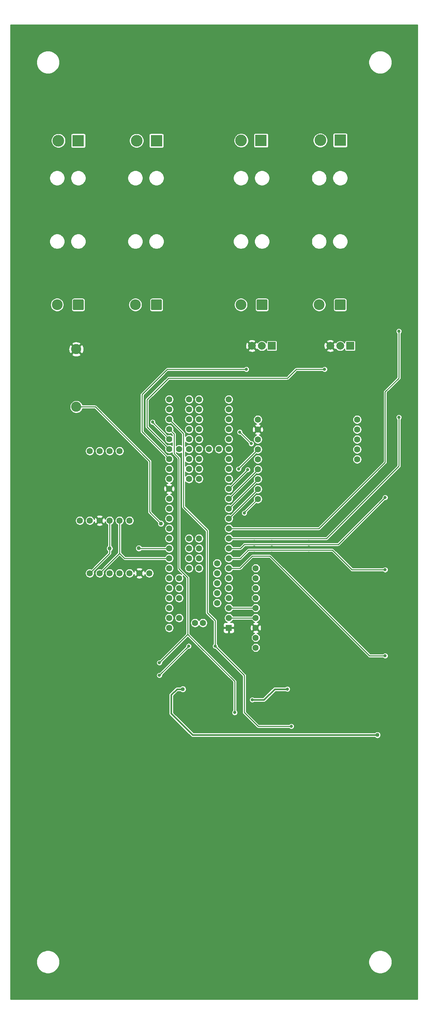
<source format=gbr>
G04 #@! TF.GenerationSoftware,KiCad,Pcbnew,(5.1.7)-1*
G04 #@! TF.CreationDate,2022-01-29T11:48:53-05:00*
G04 #@! TF.ProjectId,REV2_SPRING_2022,52455632-5f53-4505-9249-4e475f323032,rev?*
G04 #@! TF.SameCoordinates,Original*
G04 #@! TF.FileFunction,Copper,L2,Bot*
G04 #@! TF.FilePolarity,Positive*
%FSLAX46Y46*%
G04 Gerber Fmt 4.6, Leading zero omitted, Abs format (unit mm)*
G04 Created by KiCad (PCBNEW (5.1.7)-1) date 2022-01-29 11:48:53*
%MOMM*%
%LPD*%
G01*
G04 APERTURE LIST*
G04 #@! TA.AperFunction,ComponentPad*
%ADD10C,1.600000*%
G04 #@! TD*
G04 #@! TA.AperFunction,ComponentPad*
%ADD11R,1.600000X1.600000*%
G04 #@! TD*
G04 #@! TA.AperFunction,ComponentPad*
%ADD12R,3.000000X3.000000*%
G04 #@! TD*
G04 #@! TA.AperFunction,ComponentPad*
%ADD13C,3.000000*%
G04 #@! TD*
G04 #@! TA.AperFunction,ComponentPad*
%ADD14R,2.000000X2.000000*%
G04 #@! TD*
G04 #@! TA.AperFunction,ComponentPad*
%ADD15C,2.000000*%
G04 #@! TD*
G04 #@! TA.AperFunction,ComponentPad*
%ADD16C,2.750000*%
G04 #@! TD*
G04 #@! TA.AperFunction,ComponentPad*
%ADD17C,2.600000*%
G04 #@! TD*
G04 #@! TA.AperFunction,ViaPad*
%ADD18C,2.540000*%
G04 #@! TD*
G04 #@! TA.AperFunction,ViaPad*
%ADD19C,0.800000*%
G04 #@! TD*
G04 #@! TA.AperFunction,ViaPad*
%ADD20C,1.016000*%
G04 #@! TD*
G04 #@! TA.AperFunction,Conductor*
%ADD21C,0.250000*%
G04 #@! TD*
G04 #@! TA.AperFunction,Conductor*
%ADD22C,0.431800*%
G04 #@! TD*
G04 #@! TA.AperFunction,Conductor*
%ADD23C,0.254000*%
G04 #@! TD*
G04 #@! TA.AperFunction,Conductor*
%ADD24C,0.100000*%
G04 #@! TD*
G04 APERTURE END LIST*
D10*
X124395000Y-153910000D03*
X124395000Y-151370000D03*
X124395000Y-148830000D03*
X124395000Y-146290000D03*
X124395000Y-143750000D03*
X124395000Y-141210000D03*
X124395000Y-138670000D03*
X124395000Y-136130000D03*
X124395000Y-133590000D03*
X124935000Y-95590000D03*
X124935000Y-98130000D03*
X124935000Y-100670000D03*
X124935000Y-103210000D03*
X124935000Y-105750000D03*
X124935000Y-108290000D03*
X124935000Y-110830000D03*
X124935000Y-113370000D03*
X124935000Y-115910000D03*
X150335000Y-105750000D03*
X150335000Y-103210000D03*
X150335000Y-100670000D03*
X150335000Y-98130000D03*
X150335000Y-95590000D03*
X97185000Y-134879000D03*
X94645000Y-134879000D03*
X92105000Y-134879000D03*
X89565000Y-134879000D03*
X87025000Y-134879000D03*
X84485000Y-134879000D03*
X81945000Y-134879000D03*
X79405000Y-121417000D03*
X81945000Y-121417000D03*
X84485000Y-121417000D03*
X87025000Y-121417000D03*
X89565000Y-121417000D03*
X92105000Y-121417000D03*
X81945000Y-103637000D03*
X84485000Y-103637000D03*
X87025000Y-103637000D03*
X89565000Y-103637000D03*
X117505000Y-108209000D03*
X117505000Y-105669000D03*
X117505000Y-103129000D03*
X117505000Y-100589000D03*
X117505000Y-110749000D03*
X117505000Y-113289000D03*
X117505000Y-115829000D03*
X117505000Y-98049000D03*
X117505000Y-95509000D03*
X117505000Y-92969000D03*
X117505000Y-90429000D03*
X114965000Y-103129000D03*
X112425000Y-103129000D03*
X109885000Y-103129000D03*
X107345000Y-103129000D03*
X104805000Y-103129000D03*
X102265000Y-90429000D03*
X102265000Y-92969000D03*
X102265000Y-95509000D03*
X102265000Y-98049000D03*
X102265000Y-100589000D03*
X102265000Y-103129000D03*
X102265000Y-105669000D03*
X102265000Y-108209000D03*
X117505000Y-118369000D03*
X117505000Y-120909000D03*
X117505000Y-123449000D03*
X117505000Y-125989000D03*
X117505000Y-128529000D03*
X117505000Y-131069000D03*
X117505000Y-133609000D03*
X117505000Y-136149000D03*
X117505000Y-138689000D03*
X117505000Y-141229000D03*
X117505000Y-143769000D03*
X117505000Y-146309000D03*
D11*
X117505000Y-148849000D03*
D10*
X102265000Y-110749000D03*
X102265000Y-113289000D03*
X102265000Y-115829000D03*
X102265000Y-118369000D03*
X102265000Y-120909000D03*
X102265000Y-123449000D03*
X102265000Y-125989000D03*
X102265000Y-128529000D03*
X102265000Y-131069000D03*
X102265000Y-133609000D03*
X102265000Y-136149000D03*
X102265000Y-138689000D03*
X102265000Y-141229000D03*
X102265000Y-143769000D03*
X102265000Y-146309000D03*
X102265000Y-148849000D03*
X104805000Y-146309000D03*
X104805000Y-141229000D03*
X104805000Y-138689000D03*
X104805000Y-136149000D03*
X114505000Y-142499000D03*
X114505000Y-139959000D03*
X114505000Y-137419000D03*
X114505000Y-134879000D03*
X114505000Y-132339000D03*
X107345000Y-100589000D03*
X107345000Y-98049000D03*
X107345000Y-95509000D03*
X107345000Y-92969000D03*
X109885000Y-92969000D03*
X109885000Y-95509000D03*
X109885000Y-98049000D03*
X109885000Y-100589000D03*
X107345000Y-90429000D03*
X109885000Y-90429000D03*
X107345000Y-105669000D03*
X109885000Y-105669000D03*
X107345000Y-108209000D03*
X109885000Y-108209000D03*
X107345000Y-110749000D03*
X109885000Y-110749000D03*
X109885000Y-131069000D03*
X109885000Y-133609000D03*
X109885000Y-128529000D03*
X109885000Y-125989000D03*
X107345000Y-125989000D03*
X107345000Y-128529000D03*
X107345000Y-131069000D03*
X107345000Y-133609000D03*
X110895000Y-147579000D03*
X108875000Y-147579000D03*
D12*
X146000000Y-24200000D03*
D13*
X140920000Y-24200000D03*
D14*
X148540000Y-76750000D03*
D15*
X146000000Y-76750000D03*
X143460000Y-76750000D03*
D12*
X125750000Y-24250000D03*
D13*
X120670000Y-24250000D03*
D14*
X128500000Y-76750000D03*
D15*
X125960000Y-76750000D03*
X123420000Y-76750000D03*
G04 #@! TA.AperFunction,ComponentPad*
G36*
G01*
X100375000Y-65124998D02*
X100375000Y-67375002D01*
G75*
G02*
X100125002Y-67625000I-249998J0D01*
G01*
X97874998Y-67625000D01*
G75*
G02*
X97625000Y-67375002I0J249998D01*
G01*
X97625000Y-65124998D01*
G75*
G02*
X97874998Y-64875000I249998J0D01*
G01*
X100125002Y-64875000D01*
G75*
G02*
X100375000Y-65124998I0J-249998D01*
G01*
G37*
G04 #@! TD.AperFunction*
D16*
X93600000Y-66250000D03*
D12*
X99000000Y-24300000D03*
D13*
X93920000Y-24300000D03*
D16*
X73600000Y-66250000D03*
G04 #@! TA.AperFunction,ComponentPad*
G36*
G01*
X80375000Y-65124998D02*
X80375000Y-67375002D01*
G75*
G02*
X80125002Y-67625000I-249998J0D01*
G01*
X77874998Y-67625000D01*
G75*
G02*
X77625000Y-67375002I0J249998D01*
G01*
X77625000Y-65124998D01*
G75*
G02*
X77874998Y-64875000I249998J0D01*
G01*
X80125002Y-64875000D01*
G75*
G02*
X80375000Y-65124998I0J-249998D01*
G01*
G37*
G04 #@! TD.AperFunction*
D13*
X73920000Y-24300000D03*
D12*
X79000000Y-24300000D03*
D16*
X140600000Y-66250000D03*
G04 #@! TA.AperFunction,ComponentPad*
G36*
G01*
X147375000Y-65124998D02*
X147375000Y-67375002D01*
G75*
G02*
X147125002Y-67625000I-249998J0D01*
G01*
X144874998Y-67625000D01*
G75*
G02*
X144625000Y-67375002I0J249998D01*
G01*
X144625000Y-65124998D01*
G75*
G02*
X144874998Y-64875000I249998J0D01*
G01*
X147125002Y-64875000D01*
G75*
G02*
X147375000Y-65124998I0J-249998D01*
G01*
G37*
G04 #@! TD.AperFunction*
X120600000Y-66250000D03*
G04 #@! TA.AperFunction,ComponentPad*
G36*
G01*
X127375000Y-65124998D02*
X127375000Y-67375002D01*
G75*
G02*
X127125002Y-67625000I-249998J0D01*
G01*
X124874998Y-67625000D01*
G75*
G02*
X124625000Y-67375002I0J249998D01*
G01*
X124625000Y-65124998D01*
G75*
G02*
X124874998Y-64875000I249998J0D01*
G01*
X127125002Y-64875000D01*
G75*
G02*
X127375000Y-65124998I0J-249998D01*
G01*
G37*
G04 #@! TD.AperFunction*
D17*
X78500000Y-77600000D03*
X78500000Y-92350000D03*
D18*
X110000000Y-28000000D03*
X110000000Y-52000000D03*
X110000000Y-44000000D03*
X110000000Y-60000000D03*
X110000000Y-36000000D03*
X133500000Y-28000000D03*
X133500000Y-52000000D03*
X133500000Y-44000000D03*
X133500000Y-60000000D03*
X133500000Y-36000000D03*
X154000000Y-28000000D03*
X154000000Y-52000000D03*
X154000000Y-44000000D03*
X154000000Y-60000000D03*
X154000000Y-36000000D03*
X66000000Y-28000000D03*
X66000000Y-52000000D03*
X66000000Y-44000000D03*
X66000000Y-60000000D03*
X66000000Y-36000000D03*
X65000000Y-217000000D03*
X72000000Y-203000000D03*
X65000000Y-203000000D03*
X65000000Y-210000000D03*
X72000000Y-217000000D03*
X138000000Y-12000000D03*
X106000000Y-12000000D03*
X114000000Y-12000000D03*
X122000000Y-12000000D03*
X130000000Y-12000000D03*
X146000000Y-12000000D03*
X154000000Y-12000000D03*
X161000000Y-20000000D03*
X161000000Y-12000000D03*
D19*
X138000000Y-129750000D03*
X138000000Y-128250000D03*
X138000000Y-126750000D03*
X138000000Y-124750000D03*
D18*
X137000000Y-226000000D03*
X105000000Y-226000000D03*
X97000000Y-226000000D03*
X65000000Y-226000000D03*
X145000000Y-226000000D03*
X129000000Y-226000000D03*
X160000000Y-226000000D03*
X121000000Y-226000000D03*
X73000000Y-226000000D03*
X81000000Y-226000000D03*
X89000000Y-226000000D03*
X113000000Y-226000000D03*
X153000000Y-226000000D03*
D19*
X120000000Y-108250000D03*
X121500000Y-119500000D03*
X123250000Y-101750000D03*
X120299000Y-98799000D03*
D20*
X94500000Y-128500000D03*
X87025000Y-128525000D03*
D19*
X122331000Y-108419000D03*
X98000000Y-93750000D03*
X98000000Y-91250000D03*
X120250000Y-101750000D03*
X120250000Y-104750000D03*
D18*
X86500000Y-28000000D03*
X86500000Y-36000000D03*
X86500000Y-44000000D03*
X86500000Y-52000000D03*
X86500000Y-60000000D03*
X128500000Y-89000000D03*
X148500000Y-89000000D03*
X138500000Y-89000000D03*
X136000000Y-76500000D03*
X116000000Y-76500000D03*
X156000000Y-76500000D03*
X104000000Y-76500000D03*
X66000000Y-68000000D03*
X68500000Y-76500000D03*
X68500000Y-84500000D03*
X68500000Y-92500000D03*
X68500000Y-100500000D03*
X68500000Y-108500000D03*
X68500000Y-116500000D03*
X68500000Y-124500000D03*
X68500000Y-132500000D03*
X68500000Y-140500000D03*
X68500000Y-148500000D03*
X68500000Y-156500000D03*
X98500000Y-172500000D03*
X78500000Y-84500000D03*
X78500000Y-100500000D03*
X78500000Y-116500000D03*
X78500000Y-132500000D03*
X78500000Y-140500000D03*
X78500000Y-148500000D03*
X84500000Y-154500000D03*
X80500000Y-168500000D03*
X74500000Y-162500000D03*
X90500000Y-172500000D03*
X78500000Y-108500000D03*
X135000000Y-159000000D03*
X143000000Y-159000000D03*
X151000000Y-159000000D03*
X161000000Y-141000000D03*
X161000000Y-119000000D03*
X161000000Y-52000000D03*
X161000000Y-169000000D03*
X156000000Y-164000000D03*
X130000000Y-121000000D03*
X138000000Y-121000000D03*
X134000000Y-132000000D03*
X142000000Y-132000000D03*
X151000000Y-129000000D03*
X156000000Y-124000000D03*
X88500000Y-76500000D03*
X88500000Y-84500000D03*
X72000000Y-181500000D03*
X65000000Y-181500000D03*
X65000000Y-188500000D03*
X65000000Y-195500000D03*
X72000000Y-195500000D03*
X120500000Y-173000000D03*
D20*
X138000000Y-173500000D03*
X140500000Y-173500000D03*
X135000000Y-164000000D03*
X137500000Y-164000000D03*
X144500000Y-164000000D03*
X147000000Y-164000000D03*
X149000000Y-166000000D03*
X151000000Y-168000000D03*
X153000000Y-170000000D03*
X155000000Y-172000000D03*
X157000000Y-174000000D03*
X154500000Y-174000000D03*
X152000000Y-174000000D03*
X149500000Y-174000000D03*
X147000000Y-174000000D03*
X143000000Y-177500000D03*
X140500000Y-177500000D03*
X138000000Y-177500000D03*
X135500000Y-177500000D03*
X133000000Y-177500000D03*
X130500000Y-177500000D03*
X128000000Y-177500000D03*
X125500000Y-177500000D03*
X123000000Y-177500000D03*
X120500000Y-177500000D03*
X118000000Y-177500000D03*
X115500000Y-177500000D03*
X113000000Y-177500000D03*
X110500000Y-177500000D03*
X108000000Y-177500000D03*
X105500000Y-177500000D03*
X103000000Y-177500000D03*
X100500000Y-177500000D03*
X98000000Y-177500000D03*
X95500000Y-177500000D03*
X93000000Y-177500000D03*
X90500000Y-177500000D03*
X88000000Y-177500000D03*
X85500000Y-177500000D03*
X83000000Y-177500000D03*
X80500000Y-177500000D03*
X78000000Y-177500000D03*
X75500000Y-177500000D03*
X73000000Y-177500000D03*
X70500000Y-177500000D03*
X68000000Y-177500000D03*
X65500000Y-177500000D03*
X150500000Y-177500000D03*
X153000000Y-177500000D03*
X158000000Y-177500000D03*
X160500000Y-177500000D03*
X160500000Y-180000000D03*
X160500000Y-182500000D03*
X159250000Y-184500000D03*
X156750000Y-184500000D03*
X158000000Y-182500000D03*
X158000000Y-180000000D03*
X155500000Y-180000000D03*
X155500000Y-182500000D03*
D18*
X110000000Y-68000000D03*
X133500000Y-68000000D03*
X154000000Y-68000000D03*
X86500000Y-68000000D03*
X161000000Y-44000000D03*
X161000000Y-36000000D03*
X161000000Y-28000000D03*
X66000000Y-12000000D03*
X74000000Y-12000000D03*
X82000000Y-12000000D03*
X90000000Y-12000000D03*
X98000000Y-12000000D03*
X154000000Y-20000000D03*
D19*
X124000000Y-128250000D03*
X124000000Y-126750000D03*
X124000000Y-124750000D03*
X124000000Y-122000000D03*
X124000000Y-129750000D03*
X128500000Y-129750000D03*
X128500000Y-128250000D03*
X128500000Y-126750000D03*
X128500000Y-124750000D03*
X144750000Y-121500000D03*
X147000000Y-123750000D03*
X150250000Y-120500000D03*
X153500000Y-117250000D03*
X151250000Y-115000000D03*
X148000000Y-118250000D03*
X156750000Y-114000000D03*
X154500000Y-111750000D03*
X152250000Y-109500000D03*
X149000000Y-112750000D03*
X145750000Y-116000000D03*
X142500000Y-119250000D03*
D18*
X158000000Y-195000000D03*
X158000000Y-202000000D03*
X158000000Y-218000000D03*
X90500000Y-160500000D03*
D20*
X97500000Y-151500000D03*
X97500000Y-155000000D03*
X97500000Y-144500000D03*
D18*
X90500000Y-154500000D03*
D20*
X104000000Y-161000000D03*
D18*
X96500000Y-76500000D03*
D19*
X119000000Y-170500000D03*
X99750000Y-157750000D03*
X133500000Y-174000000D03*
X114000000Y-153500006D03*
X107250000Y-153500000D03*
X99750000Y-161000000D03*
X157500000Y-134000000D03*
X157500000Y-115500000D03*
X161000000Y-95000000D03*
X161000000Y-73000000D03*
X142000000Y-82750000D03*
X122000000Y-82750000D03*
X98000000Y-96250000D03*
X132500000Y-164500000D03*
X123499972Y-167250000D03*
D20*
X100150000Y-122175000D03*
D19*
X157500000Y-156000000D03*
D20*
X105750000Y-164500000D03*
X155500000Y-176250000D03*
D21*
X124935000Y-108399000D02*
X124935000Y-108290000D01*
X117505000Y-115829000D02*
X124935000Y-108399000D01*
X124935000Y-110939000D02*
X124935000Y-110830000D01*
X117505000Y-118369000D02*
X124935000Y-110939000D01*
X124935000Y-113479000D02*
X124935000Y-113370000D01*
X117505000Y-120909000D02*
X124935000Y-113479000D01*
X120000000Y-108145000D02*
X120000000Y-108250000D01*
X124935000Y-103210000D02*
X120000000Y-108145000D01*
X124935000Y-115910000D02*
X121500000Y-119345000D01*
X121500000Y-119345000D02*
X121500000Y-119500000D01*
X124376000Y-143769000D02*
X124395000Y-143750000D01*
X117505000Y-143769000D02*
X124376000Y-143769000D01*
X124376000Y-146309000D02*
X124395000Y-146290000D01*
X117505000Y-146309000D02*
X124376000Y-146309000D01*
X123250000Y-101750000D02*
X120299000Y-98799000D01*
X87025000Y-129799000D02*
X81945000Y-134879000D01*
X87025000Y-121417000D02*
X87025000Y-127275000D01*
X94529000Y-128529000D02*
X94500000Y-128500000D01*
X102265000Y-128529000D02*
X94529000Y-128529000D01*
X87025000Y-128525000D02*
X87025000Y-129799000D01*
X87025000Y-127275000D02*
X87025000Y-128525000D01*
X89565000Y-129799000D02*
X84485000Y-134879000D01*
X89565000Y-121417000D02*
X89565000Y-129799000D01*
X90835000Y-131069000D02*
X89565000Y-129799000D01*
X102265000Y-131069000D02*
X90835000Y-131069000D01*
X122331000Y-108463000D02*
X122331000Y-108419000D01*
X117505000Y-113289000D02*
X122331000Y-108463000D01*
X119000000Y-162500000D02*
X119000000Y-170500000D01*
X110000000Y-153500000D02*
X119000000Y-162500000D01*
X107000000Y-150500000D02*
X110000000Y-153500000D01*
X107000000Y-136000000D02*
X107000000Y-150500000D01*
X104750000Y-133750000D02*
X107000000Y-136000000D01*
X104750000Y-105500000D02*
X104750000Y-133750000D01*
X103500000Y-104250000D02*
X104750000Y-105500000D01*
X103500000Y-99284000D02*
X103500000Y-104250000D01*
X102265000Y-98049000D02*
X103500000Y-99284000D01*
X107000000Y-150500000D02*
X100000000Y-157500000D01*
X100000000Y-157500000D02*
X99750000Y-157750000D01*
X125000000Y-174000000D02*
X121500000Y-170500000D01*
X102265000Y-95509000D02*
X105930001Y-99174001D01*
X112000000Y-145000000D02*
X114000000Y-147000000D01*
X133500000Y-174000000D02*
X125000000Y-174000000D01*
X105930001Y-99174001D02*
X105930001Y-117930001D01*
X114000000Y-147000000D02*
X114000000Y-153500006D01*
X105930001Y-117930001D02*
X112000000Y-124000000D01*
X112000000Y-124000000D02*
X112000000Y-145000000D01*
X121500000Y-170500000D02*
X121500000Y-161000006D01*
X121500000Y-161000006D02*
X114000000Y-153500006D01*
X107250000Y-153500000D02*
X99750000Y-161000000D01*
X149000000Y-134000000D02*
X157500000Y-134000000D01*
X144000000Y-129000000D02*
X149000000Y-134000000D01*
X122500000Y-129000000D02*
X144000000Y-129000000D01*
X120431000Y-131069000D02*
X122500000Y-129000000D01*
X117505000Y-131069000D02*
X120431000Y-131069000D01*
X145500000Y-127500000D02*
X157500000Y-115500000D01*
X121500000Y-127500000D02*
X145500000Y-127500000D01*
X120471000Y-128529000D02*
X121500000Y-127500000D01*
X117505000Y-128529000D02*
X120471000Y-128529000D01*
X161000000Y-107500000D02*
X161000000Y-95000000D01*
X142511000Y-125989000D02*
X161000000Y-107500000D01*
X117505000Y-125989000D02*
X142511000Y-125989000D01*
X117505000Y-123449000D02*
X117505000Y-123495000D01*
X161000000Y-85000000D02*
X161000000Y-73000000D01*
X157500000Y-88500000D02*
X161000000Y-85000000D01*
X157500000Y-106500000D02*
X157500000Y-88500000D01*
X140551000Y-123449000D02*
X157500000Y-106500000D01*
X117505000Y-123449000D02*
X140551000Y-123449000D01*
X142000000Y-82750000D02*
X134750000Y-82750000D01*
X134750000Y-82750000D02*
X132500000Y-85000000D01*
X132500000Y-85000000D02*
X102113572Y-85000000D01*
X102113572Y-85000000D02*
X96600000Y-90513572D01*
X96600000Y-90513572D02*
X96600000Y-97464000D01*
X96600000Y-97464000D02*
X102265000Y-103129000D01*
X95300000Y-98704000D02*
X102265000Y-105669000D01*
X95300000Y-89200000D02*
X95300000Y-98704000D01*
X101750000Y-82750000D02*
X95300000Y-89200000D01*
X122000000Y-82750000D02*
X101750000Y-82750000D01*
X102265000Y-100589000D02*
X98000000Y-96324000D01*
X98000000Y-96324000D02*
X98000000Y-96250000D01*
D22*
X126500000Y-167250000D02*
X123499972Y-167250000D01*
X129250000Y-164500000D02*
X126500000Y-167250000D01*
X132500000Y-164500000D02*
X129250000Y-164500000D01*
D21*
X100150000Y-122175000D02*
X97250000Y-119275000D01*
X97250000Y-119275000D02*
X97250000Y-106250000D01*
X83350000Y-92350000D02*
X78500000Y-92350000D01*
X97250000Y-106250000D02*
X83350000Y-92350000D01*
X153500000Y-156000000D02*
X157500000Y-156000000D01*
X128000000Y-130500000D02*
X153500000Y-156000000D01*
X123500000Y-130500000D02*
X128000000Y-130500000D01*
X120391000Y-133609000D02*
X123500000Y-130500000D01*
X117505000Y-133609000D02*
X120391000Y-133609000D01*
D22*
X108250000Y-176250000D02*
X155500000Y-176250000D01*
X102750000Y-170750000D02*
X108250000Y-176250000D01*
X102750000Y-166000000D02*
X102750000Y-170750000D01*
X104250000Y-164500000D02*
X102750000Y-166000000D01*
X105750000Y-164500000D02*
X104250000Y-164500000D01*
D23*
X165773001Y-243773000D02*
X61727001Y-243773000D01*
X61727001Y-233956243D01*
X68267431Y-233956243D01*
X68267431Y-234543757D01*
X68382050Y-235119983D01*
X68606882Y-235662776D01*
X68933288Y-236151277D01*
X69348723Y-236566712D01*
X69837224Y-236893118D01*
X70380017Y-237117950D01*
X70956243Y-237232569D01*
X71543757Y-237232569D01*
X72119983Y-237117950D01*
X72662776Y-236893118D01*
X73151277Y-236566712D01*
X73566712Y-236151277D01*
X73893118Y-235662776D01*
X74117950Y-235119983D01*
X74232569Y-234543757D01*
X74232569Y-233956243D01*
X153267431Y-233956243D01*
X153267431Y-234543757D01*
X153382050Y-235119983D01*
X153606882Y-235662776D01*
X153933288Y-236151277D01*
X154348723Y-236566712D01*
X154837224Y-236893118D01*
X155380017Y-237117950D01*
X155956243Y-237232569D01*
X156543757Y-237232569D01*
X157119983Y-237117950D01*
X157662776Y-236893118D01*
X158151277Y-236566712D01*
X158566712Y-236151277D01*
X158893118Y-235662776D01*
X159117950Y-235119983D01*
X159232569Y-234543757D01*
X159232569Y-233956243D01*
X159117950Y-233380017D01*
X158893118Y-232837224D01*
X158566712Y-232348723D01*
X158151277Y-231933288D01*
X157662776Y-231606882D01*
X157119983Y-231382050D01*
X156543757Y-231267431D01*
X155956243Y-231267431D01*
X155380017Y-231382050D01*
X154837224Y-231606882D01*
X154348723Y-231933288D01*
X153933288Y-232348723D01*
X153606882Y-232837224D01*
X153382050Y-233380017D01*
X153267431Y-233956243D01*
X74232569Y-233956243D01*
X74117950Y-233380017D01*
X73893118Y-232837224D01*
X73566712Y-232348723D01*
X73151277Y-231933288D01*
X72662776Y-231606882D01*
X72119983Y-231382050D01*
X71543757Y-231267431D01*
X70956243Y-231267431D01*
X70380017Y-231382050D01*
X69837224Y-231606882D01*
X69348723Y-231933288D01*
X68933288Y-232348723D01*
X68606882Y-232837224D01*
X68382050Y-233380017D01*
X68267431Y-233956243D01*
X61727001Y-233956243D01*
X61727001Y-166000000D01*
X102154232Y-166000000D01*
X102157100Y-166029118D01*
X102157101Y-170720872D01*
X102154232Y-170750000D01*
X102165680Y-170866228D01*
X102199582Y-170977990D01*
X102213714Y-171004428D01*
X102254638Y-171080991D01*
X102328729Y-171171272D01*
X102351347Y-171189834D01*
X107810162Y-176648649D01*
X107828728Y-176671272D01*
X107919009Y-176745363D01*
X108022009Y-176800418D01*
X108133771Y-176834320D01*
X108250000Y-176845768D01*
X108279118Y-176842900D01*
X154841321Y-176842900D01*
X154935845Y-176937424D01*
X155080795Y-177034277D01*
X155241855Y-177100990D01*
X155412835Y-177135000D01*
X155587165Y-177135000D01*
X155758145Y-177100990D01*
X155919205Y-177034277D01*
X156064155Y-176937424D01*
X156187424Y-176814155D01*
X156284277Y-176669205D01*
X156350990Y-176508145D01*
X156385000Y-176337165D01*
X156385000Y-176162835D01*
X156350990Y-175991855D01*
X156284277Y-175830795D01*
X156187424Y-175685845D01*
X156064155Y-175562576D01*
X155919205Y-175465723D01*
X155758145Y-175399010D01*
X155587165Y-175365000D01*
X155412835Y-175365000D01*
X155241855Y-175399010D01*
X155080795Y-175465723D01*
X154935845Y-175562576D01*
X154841321Y-175657100D01*
X108495587Y-175657100D01*
X103342900Y-170504413D01*
X103342900Y-166245587D01*
X104495587Y-165092900D01*
X105091321Y-165092900D01*
X105185845Y-165187424D01*
X105330795Y-165284277D01*
X105491855Y-165350990D01*
X105662835Y-165385000D01*
X105837165Y-165385000D01*
X106008145Y-165350990D01*
X106169205Y-165284277D01*
X106314155Y-165187424D01*
X106437424Y-165064155D01*
X106534277Y-164919205D01*
X106600990Y-164758145D01*
X106635000Y-164587165D01*
X106635000Y-164412835D01*
X106600990Y-164241855D01*
X106534277Y-164080795D01*
X106437424Y-163935845D01*
X106314155Y-163812576D01*
X106169205Y-163715723D01*
X106008145Y-163649010D01*
X105837165Y-163615000D01*
X105662835Y-163615000D01*
X105491855Y-163649010D01*
X105330795Y-163715723D01*
X105185845Y-163812576D01*
X105091321Y-163907100D01*
X104279117Y-163907100D01*
X104249999Y-163904232D01*
X104133771Y-163915680D01*
X104022009Y-163949582D01*
X103919009Y-164004637D01*
X103828728Y-164078728D01*
X103810162Y-164101351D01*
X102351351Y-165560162D01*
X102328728Y-165578728D01*
X102254637Y-165669010D01*
X102199583Y-165772009D01*
X102199582Y-165772010D01*
X102165680Y-165883772D01*
X102154232Y-166000000D01*
X61727001Y-166000000D01*
X61727001Y-160923472D01*
X98973000Y-160923472D01*
X98973000Y-161076528D01*
X99002859Y-161226643D01*
X99061431Y-161368048D01*
X99146464Y-161495309D01*
X99254691Y-161603536D01*
X99381952Y-161688569D01*
X99523357Y-161747141D01*
X99673472Y-161777000D01*
X99826528Y-161777000D01*
X99976643Y-161747141D01*
X100118048Y-161688569D01*
X100245309Y-161603536D01*
X100353536Y-161495309D01*
X100438569Y-161368048D01*
X100497141Y-161226643D01*
X100527000Y-161076528D01*
X100527000Y-160932934D01*
X107182936Y-154277000D01*
X107326528Y-154277000D01*
X107476643Y-154247141D01*
X107618048Y-154188569D01*
X107745309Y-154103536D01*
X107853536Y-153995309D01*
X107938569Y-153868048D01*
X107997141Y-153726643D01*
X108027000Y-153576528D01*
X108027000Y-153423472D01*
X107997141Y-153273357D01*
X107938569Y-153131952D01*
X107853536Y-153004691D01*
X107745309Y-152896464D01*
X107618048Y-152811431D01*
X107476643Y-152752859D01*
X107326528Y-152723000D01*
X107173472Y-152723000D01*
X107023357Y-152752859D01*
X106881952Y-152811431D01*
X106754691Y-152896464D01*
X106646464Y-153004691D01*
X106561431Y-153131952D01*
X106502859Y-153273357D01*
X106473000Y-153423472D01*
X106473000Y-153567064D01*
X99817066Y-160223000D01*
X99673472Y-160223000D01*
X99523357Y-160252859D01*
X99381952Y-160311431D01*
X99254691Y-160396464D01*
X99146464Y-160504691D01*
X99061431Y-160631952D01*
X99002859Y-160773357D01*
X98973000Y-160923472D01*
X61727001Y-160923472D01*
X61727001Y-148733076D01*
X101088000Y-148733076D01*
X101088000Y-148964924D01*
X101133231Y-149192318D01*
X101221956Y-149406519D01*
X101350764Y-149599294D01*
X101514706Y-149763236D01*
X101707481Y-149892044D01*
X101921682Y-149980769D01*
X102149076Y-150026000D01*
X102380924Y-150026000D01*
X102608318Y-149980769D01*
X102822519Y-149892044D01*
X103015294Y-149763236D01*
X103179236Y-149599294D01*
X103308044Y-149406519D01*
X103396769Y-149192318D01*
X103442000Y-148964924D01*
X103442000Y-148733076D01*
X103396769Y-148505682D01*
X103308044Y-148291481D01*
X103179236Y-148098706D01*
X103015294Y-147934764D01*
X102822519Y-147805956D01*
X102608318Y-147717231D01*
X102380924Y-147672000D01*
X102149076Y-147672000D01*
X101921682Y-147717231D01*
X101707481Y-147805956D01*
X101514706Y-147934764D01*
X101350764Y-148098706D01*
X101221956Y-148291481D01*
X101133231Y-148505682D01*
X101088000Y-148733076D01*
X61727001Y-148733076D01*
X61727001Y-146193076D01*
X101088000Y-146193076D01*
X101088000Y-146424924D01*
X101133231Y-146652318D01*
X101221956Y-146866519D01*
X101350764Y-147059294D01*
X101514706Y-147223236D01*
X101707481Y-147352044D01*
X101921682Y-147440769D01*
X102149076Y-147486000D01*
X102380924Y-147486000D01*
X102608318Y-147440769D01*
X102822519Y-147352044D01*
X103015294Y-147223236D01*
X103179236Y-147059294D01*
X103308044Y-146866519D01*
X103396769Y-146652318D01*
X103442000Y-146424924D01*
X103442000Y-146193076D01*
X103628000Y-146193076D01*
X103628000Y-146424924D01*
X103673231Y-146652318D01*
X103761956Y-146866519D01*
X103890764Y-147059294D01*
X104054706Y-147223236D01*
X104247481Y-147352044D01*
X104461682Y-147440769D01*
X104689076Y-147486000D01*
X104920924Y-147486000D01*
X105148318Y-147440769D01*
X105362519Y-147352044D01*
X105555294Y-147223236D01*
X105719236Y-147059294D01*
X105848044Y-146866519D01*
X105936769Y-146652318D01*
X105982000Y-146424924D01*
X105982000Y-146193076D01*
X105936769Y-145965682D01*
X105848044Y-145751481D01*
X105719236Y-145558706D01*
X105555294Y-145394764D01*
X105362519Y-145265956D01*
X105148318Y-145177231D01*
X104920924Y-145132000D01*
X104689076Y-145132000D01*
X104461682Y-145177231D01*
X104247481Y-145265956D01*
X104054706Y-145394764D01*
X103890764Y-145558706D01*
X103761956Y-145751481D01*
X103673231Y-145965682D01*
X103628000Y-146193076D01*
X103442000Y-146193076D01*
X103396769Y-145965682D01*
X103308044Y-145751481D01*
X103179236Y-145558706D01*
X103015294Y-145394764D01*
X102822519Y-145265956D01*
X102608318Y-145177231D01*
X102380924Y-145132000D01*
X102149076Y-145132000D01*
X101921682Y-145177231D01*
X101707481Y-145265956D01*
X101514706Y-145394764D01*
X101350764Y-145558706D01*
X101221956Y-145751481D01*
X101133231Y-145965682D01*
X101088000Y-146193076D01*
X61727001Y-146193076D01*
X61727001Y-143653076D01*
X101088000Y-143653076D01*
X101088000Y-143884924D01*
X101133231Y-144112318D01*
X101221956Y-144326519D01*
X101350764Y-144519294D01*
X101514706Y-144683236D01*
X101707481Y-144812044D01*
X101921682Y-144900769D01*
X102149076Y-144946000D01*
X102380924Y-144946000D01*
X102608318Y-144900769D01*
X102822519Y-144812044D01*
X103015294Y-144683236D01*
X103179236Y-144519294D01*
X103308044Y-144326519D01*
X103396769Y-144112318D01*
X103442000Y-143884924D01*
X103442000Y-143653076D01*
X103396769Y-143425682D01*
X103308044Y-143211481D01*
X103179236Y-143018706D01*
X103015294Y-142854764D01*
X102822519Y-142725956D01*
X102608318Y-142637231D01*
X102380924Y-142592000D01*
X102149076Y-142592000D01*
X101921682Y-142637231D01*
X101707481Y-142725956D01*
X101514706Y-142854764D01*
X101350764Y-143018706D01*
X101221956Y-143211481D01*
X101133231Y-143425682D01*
X101088000Y-143653076D01*
X61727001Y-143653076D01*
X61727001Y-141113076D01*
X101088000Y-141113076D01*
X101088000Y-141344924D01*
X101133231Y-141572318D01*
X101221956Y-141786519D01*
X101350764Y-141979294D01*
X101514706Y-142143236D01*
X101707481Y-142272044D01*
X101921682Y-142360769D01*
X102149076Y-142406000D01*
X102380924Y-142406000D01*
X102608318Y-142360769D01*
X102822519Y-142272044D01*
X103015294Y-142143236D01*
X103179236Y-141979294D01*
X103308044Y-141786519D01*
X103396769Y-141572318D01*
X103442000Y-141344924D01*
X103442000Y-141113076D01*
X103628000Y-141113076D01*
X103628000Y-141344924D01*
X103673231Y-141572318D01*
X103761956Y-141786519D01*
X103890764Y-141979294D01*
X104054706Y-142143236D01*
X104247481Y-142272044D01*
X104461682Y-142360769D01*
X104689076Y-142406000D01*
X104920924Y-142406000D01*
X105148318Y-142360769D01*
X105362519Y-142272044D01*
X105555294Y-142143236D01*
X105719236Y-141979294D01*
X105848044Y-141786519D01*
X105936769Y-141572318D01*
X105982000Y-141344924D01*
X105982000Y-141113076D01*
X105936769Y-140885682D01*
X105848044Y-140671481D01*
X105719236Y-140478706D01*
X105555294Y-140314764D01*
X105362519Y-140185956D01*
X105148318Y-140097231D01*
X104920924Y-140052000D01*
X104689076Y-140052000D01*
X104461682Y-140097231D01*
X104247481Y-140185956D01*
X104054706Y-140314764D01*
X103890764Y-140478706D01*
X103761956Y-140671481D01*
X103673231Y-140885682D01*
X103628000Y-141113076D01*
X103442000Y-141113076D01*
X103396769Y-140885682D01*
X103308044Y-140671481D01*
X103179236Y-140478706D01*
X103015294Y-140314764D01*
X102822519Y-140185956D01*
X102608318Y-140097231D01*
X102380924Y-140052000D01*
X102149076Y-140052000D01*
X101921682Y-140097231D01*
X101707481Y-140185956D01*
X101514706Y-140314764D01*
X101350764Y-140478706D01*
X101221956Y-140671481D01*
X101133231Y-140885682D01*
X101088000Y-141113076D01*
X61727001Y-141113076D01*
X61727001Y-138573076D01*
X101088000Y-138573076D01*
X101088000Y-138804924D01*
X101133231Y-139032318D01*
X101221956Y-139246519D01*
X101350764Y-139439294D01*
X101514706Y-139603236D01*
X101707481Y-139732044D01*
X101921682Y-139820769D01*
X102149076Y-139866000D01*
X102380924Y-139866000D01*
X102608318Y-139820769D01*
X102822519Y-139732044D01*
X103015294Y-139603236D01*
X103179236Y-139439294D01*
X103308044Y-139246519D01*
X103396769Y-139032318D01*
X103442000Y-138804924D01*
X103442000Y-138573076D01*
X103628000Y-138573076D01*
X103628000Y-138804924D01*
X103673231Y-139032318D01*
X103761956Y-139246519D01*
X103890764Y-139439294D01*
X104054706Y-139603236D01*
X104247481Y-139732044D01*
X104461682Y-139820769D01*
X104689076Y-139866000D01*
X104920924Y-139866000D01*
X105148318Y-139820769D01*
X105362519Y-139732044D01*
X105555294Y-139603236D01*
X105719236Y-139439294D01*
X105848044Y-139246519D01*
X105936769Y-139032318D01*
X105982000Y-138804924D01*
X105982000Y-138573076D01*
X105936769Y-138345682D01*
X105848044Y-138131481D01*
X105719236Y-137938706D01*
X105555294Y-137774764D01*
X105362519Y-137645956D01*
X105148318Y-137557231D01*
X104920924Y-137512000D01*
X104689076Y-137512000D01*
X104461682Y-137557231D01*
X104247481Y-137645956D01*
X104054706Y-137774764D01*
X103890764Y-137938706D01*
X103761956Y-138131481D01*
X103673231Y-138345682D01*
X103628000Y-138573076D01*
X103442000Y-138573076D01*
X103396769Y-138345682D01*
X103308044Y-138131481D01*
X103179236Y-137938706D01*
X103015294Y-137774764D01*
X102822519Y-137645956D01*
X102608318Y-137557231D01*
X102380924Y-137512000D01*
X102149076Y-137512000D01*
X101921682Y-137557231D01*
X101707481Y-137645956D01*
X101514706Y-137774764D01*
X101350764Y-137938706D01*
X101221956Y-138131481D01*
X101133231Y-138345682D01*
X101088000Y-138573076D01*
X61727001Y-138573076D01*
X61727001Y-134763076D01*
X80768000Y-134763076D01*
X80768000Y-134994924D01*
X80813231Y-135222318D01*
X80901956Y-135436519D01*
X81030764Y-135629294D01*
X81194706Y-135793236D01*
X81387481Y-135922044D01*
X81601682Y-136010769D01*
X81829076Y-136056000D01*
X82060924Y-136056000D01*
X82288318Y-136010769D01*
X82502519Y-135922044D01*
X82695294Y-135793236D01*
X82859236Y-135629294D01*
X82988044Y-135436519D01*
X83076769Y-135222318D01*
X83122000Y-134994924D01*
X83122000Y-134763076D01*
X83308000Y-134763076D01*
X83308000Y-134994924D01*
X83353231Y-135222318D01*
X83441956Y-135436519D01*
X83570764Y-135629294D01*
X83734706Y-135793236D01*
X83927481Y-135922044D01*
X84141682Y-136010769D01*
X84369076Y-136056000D01*
X84600924Y-136056000D01*
X84828318Y-136010769D01*
X85042519Y-135922044D01*
X85235294Y-135793236D01*
X85399236Y-135629294D01*
X85528044Y-135436519D01*
X85616769Y-135222318D01*
X85662000Y-134994924D01*
X85662000Y-134763076D01*
X85848000Y-134763076D01*
X85848000Y-134994924D01*
X85893231Y-135222318D01*
X85981956Y-135436519D01*
X86110764Y-135629294D01*
X86274706Y-135793236D01*
X86467481Y-135922044D01*
X86681682Y-136010769D01*
X86909076Y-136056000D01*
X87140924Y-136056000D01*
X87368318Y-136010769D01*
X87582519Y-135922044D01*
X87775294Y-135793236D01*
X87939236Y-135629294D01*
X88068044Y-135436519D01*
X88156769Y-135222318D01*
X88202000Y-134994924D01*
X88202000Y-134763076D01*
X88388000Y-134763076D01*
X88388000Y-134994924D01*
X88433231Y-135222318D01*
X88521956Y-135436519D01*
X88650764Y-135629294D01*
X88814706Y-135793236D01*
X89007481Y-135922044D01*
X89221682Y-136010769D01*
X89449076Y-136056000D01*
X89680924Y-136056000D01*
X89908318Y-136010769D01*
X90122519Y-135922044D01*
X90315294Y-135793236D01*
X90479236Y-135629294D01*
X90608044Y-135436519D01*
X90696769Y-135222318D01*
X90742000Y-134994924D01*
X90742000Y-134763076D01*
X90928000Y-134763076D01*
X90928000Y-134994924D01*
X90973231Y-135222318D01*
X91061956Y-135436519D01*
X91190764Y-135629294D01*
X91354706Y-135793236D01*
X91547481Y-135922044D01*
X91761682Y-136010769D01*
X91989076Y-136056000D01*
X92220924Y-136056000D01*
X92448318Y-136010769D01*
X92662519Y-135922044D01*
X92737861Y-135871702D01*
X93831903Y-135871702D01*
X93903486Y-136115671D01*
X94158996Y-136236571D01*
X94433184Y-136305300D01*
X94715512Y-136319217D01*
X94995130Y-136277787D01*
X95261292Y-136182603D01*
X95386514Y-136115671D01*
X95458097Y-135871702D01*
X94645000Y-135058605D01*
X93831903Y-135871702D01*
X92737861Y-135871702D01*
X92855294Y-135793236D01*
X93019236Y-135629294D01*
X93148044Y-135436519D01*
X93236769Y-135222318D01*
X93241603Y-135198016D01*
X93246213Y-135229130D01*
X93341397Y-135495292D01*
X93408329Y-135620514D01*
X93652298Y-135692097D01*
X94465395Y-134879000D01*
X94824605Y-134879000D01*
X95637702Y-135692097D01*
X95881671Y-135620514D01*
X96002571Y-135365004D01*
X96046641Y-135189189D01*
X96053231Y-135222318D01*
X96141956Y-135436519D01*
X96270764Y-135629294D01*
X96434706Y-135793236D01*
X96627481Y-135922044D01*
X96841682Y-136010769D01*
X97069076Y-136056000D01*
X97300924Y-136056000D01*
X97416171Y-136033076D01*
X101088000Y-136033076D01*
X101088000Y-136264924D01*
X101133231Y-136492318D01*
X101221956Y-136706519D01*
X101350764Y-136899294D01*
X101514706Y-137063236D01*
X101707481Y-137192044D01*
X101921682Y-137280769D01*
X102149076Y-137326000D01*
X102380924Y-137326000D01*
X102608318Y-137280769D01*
X102822519Y-137192044D01*
X103015294Y-137063236D01*
X103179236Y-136899294D01*
X103308044Y-136706519D01*
X103396769Y-136492318D01*
X103442000Y-136264924D01*
X103442000Y-136033076D01*
X103396769Y-135805682D01*
X103308044Y-135591481D01*
X103179236Y-135398706D01*
X103015294Y-135234764D01*
X102822519Y-135105956D01*
X102608318Y-135017231D01*
X102380924Y-134972000D01*
X102149076Y-134972000D01*
X101921682Y-135017231D01*
X101707481Y-135105956D01*
X101514706Y-135234764D01*
X101350764Y-135398706D01*
X101221956Y-135591481D01*
X101133231Y-135805682D01*
X101088000Y-136033076D01*
X97416171Y-136033076D01*
X97528318Y-136010769D01*
X97742519Y-135922044D01*
X97935294Y-135793236D01*
X98099236Y-135629294D01*
X98228044Y-135436519D01*
X98316769Y-135222318D01*
X98362000Y-134994924D01*
X98362000Y-134763076D01*
X98316769Y-134535682D01*
X98228044Y-134321481D01*
X98099236Y-134128706D01*
X97935294Y-133964764D01*
X97742519Y-133835956D01*
X97528318Y-133747231D01*
X97300924Y-133702000D01*
X97069076Y-133702000D01*
X96841682Y-133747231D01*
X96627481Y-133835956D01*
X96434706Y-133964764D01*
X96270764Y-134128706D01*
X96141956Y-134321481D01*
X96053231Y-134535682D01*
X96048397Y-134559984D01*
X96043787Y-134528870D01*
X95948603Y-134262708D01*
X95881671Y-134137486D01*
X95637702Y-134065903D01*
X94824605Y-134879000D01*
X94465395Y-134879000D01*
X93652298Y-134065903D01*
X93408329Y-134137486D01*
X93287429Y-134392996D01*
X93243359Y-134568811D01*
X93236769Y-134535682D01*
X93148044Y-134321481D01*
X93019236Y-134128706D01*
X92855294Y-133964764D01*
X92737862Y-133886298D01*
X93831903Y-133886298D01*
X94645000Y-134699395D01*
X95458097Y-133886298D01*
X95386514Y-133642329D01*
X95131004Y-133521429D01*
X95017893Y-133493076D01*
X101088000Y-133493076D01*
X101088000Y-133724924D01*
X101133231Y-133952318D01*
X101221956Y-134166519D01*
X101350764Y-134359294D01*
X101514706Y-134523236D01*
X101707481Y-134652044D01*
X101921682Y-134740769D01*
X102149076Y-134786000D01*
X102380924Y-134786000D01*
X102608318Y-134740769D01*
X102822519Y-134652044D01*
X103015294Y-134523236D01*
X103179236Y-134359294D01*
X103308044Y-134166519D01*
X103396769Y-133952318D01*
X103442000Y-133724924D01*
X103442000Y-133493076D01*
X103396769Y-133265682D01*
X103308044Y-133051481D01*
X103179236Y-132858706D01*
X103015294Y-132694764D01*
X102822519Y-132565956D01*
X102608318Y-132477231D01*
X102380924Y-132432000D01*
X102149076Y-132432000D01*
X101921682Y-132477231D01*
X101707481Y-132565956D01*
X101514706Y-132694764D01*
X101350764Y-132858706D01*
X101221956Y-133051481D01*
X101133231Y-133265682D01*
X101088000Y-133493076D01*
X95017893Y-133493076D01*
X94856816Y-133452700D01*
X94574488Y-133438783D01*
X94294870Y-133480213D01*
X94028708Y-133575397D01*
X93903486Y-133642329D01*
X93831903Y-133886298D01*
X92737862Y-133886298D01*
X92662519Y-133835956D01*
X92448318Y-133747231D01*
X92220924Y-133702000D01*
X91989076Y-133702000D01*
X91761682Y-133747231D01*
X91547481Y-133835956D01*
X91354706Y-133964764D01*
X91190764Y-134128706D01*
X91061956Y-134321481D01*
X90973231Y-134535682D01*
X90928000Y-134763076D01*
X90742000Y-134763076D01*
X90696769Y-134535682D01*
X90608044Y-134321481D01*
X90479236Y-134128706D01*
X90315294Y-133964764D01*
X90122519Y-133835956D01*
X89908318Y-133747231D01*
X89680924Y-133702000D01*
X89449076Y-133702000D01*
X89221682Y-133747231D01*
X89007481Y-133835956D01*
X88814706Y-133964764D01*
X88650764Y-134128706D01*
X88521956Y-134321481D01*
X88433231Y-134535682D01*
X88388000Y-134763076D01*
X88202000Y-134763076D01*
X88156769Y-134535682D01*
X88068044Y-134321481D01*
X87939236Y-134128706D01*
X87775294Y-133964764D01*
X87582519Y-133835956D01*
X87368318Y-133747231D01*
X87140924Y-133702000D01*
X86909076Y-133702000D01*
X86681682Y-133747231D01*
X86467481Y-133835956D01*
X86274706Y-133964764D01*
X86110764Y-134128706D01*
X85981956Y-134321481D01*
X85893231Y-134535682D01*
X85848000Y-134763076D01*
X85662000Y-134763076D01*
X85616769Y-134535682D01*
X85593772Y-134480162D01*
X89565000Y-130508935D01*
X90462603Y-131406538D01*
X90478316Y-131425684D01*
X90554755Y-131488417D01*
X90641964Y-131535031D01*
X90736591Y-131563736D01*
X90810347Y-131571000D01*
X90810356Y-131571000D01*
X90834999Y-131573427D01*
X90859642Y-131571000D01*
X101198959Y-131571000D01*
X101221956Y-131626519D01*
X101350764Y-131819294D01*
X101514706Y-131983236D01*
X101707481Y-132112044D01*
X101921682Y-132200769D01*
X102149076Y-132246000D01*
X102380924Y-132246000D01*
X102608318Y-132200769D01*
X102822519Y-132112044D01*
X103015294Y-131983236D01*
X103179236Y-131819294D01*
X103308044Y-131626519D01*
X103396769Y-131412318D01*
X103442000Y-131184924D01*
X103442000Y-130953076D01*
X103396769Y-130725682D01*
X103308044Y-130511481D01*
X103179236Y-130318706D01*
X103015294Y-130154764D01*
X102822519Y-130025956D01*
X102608318Y-129937231D01*
X102380924Y-129892000D01*
X102149076Y-129892000D01*
X101921682Y-129937231D01*
X101707481Y-130025956D01*
X101514706Y-130154764D01*
X101350764Y-130318706D01*
X101221956Y-130511481D01*
X101198959Y-130567000D01*
X91042935Y-130567000D01*
X90067000Y-129591066D01*
X90067000Y-128412835D01*
X93615000Y-128412835D01*
X93615000Y-128587165D01*
X93649010Y-128758145D01*
X93715723Y-128919205D01*
X93812576Y-129064155D01*
X93935845Y-129187424D01*
X94080795Y-129284277D01*
X94241855Y-129350990D01*
X94412835Y-129385000D01*
X94587165Y-129385000D01*
X94758145Y-129350990D01*
X94919205Y-129284277D01*
X95064155Y-129187424D01*
X95187424Y-129064155D01*
X95209578Y-129031000D01*
X101198959Y-129031000D01*
X101221956Y-129086519D01*
X101350764Y-129279294D01*
X101514706Y-129443236D01*
X101707481Y-129572044D01*
X101921682Y-129660769D01*
X102149076Y-129706000D01*
X102380924Y-129706000D01*
X102608318Y-129660769D01*
X102822519Y-129572044D01*
X103015294Y-129443236D01*
X103179236Y-129279294D01*
X103308044Y-129086519D01*
X103396769Y-128872318D01*
X103442000Y-128644924D01*
X103442000Y-128413076D01*
X103396769Y-128185682D01*
X103308044Y-127971481D01*
X103179236Y-127778706D01*
X103015294Y-127614764D01*
X102822519Y-127485956D01*
X102608318Y-127397231D01*
X102380924Y-127352000D01*
X102149076Y-127352000D01*
X101921682Y-127397231D01*
X101707481Y-127485956D01*
X101514706Y-127614764D01*
X101350764Y-127778706D01*
X101221956Y-127971481D01*
X101198959Y-128027000D01*
X95248332Y-128027000D01*
X95187424Y-127935845D01*
X95064155Y-127812576D01*
X94919205Y-127715723D01*
X94758145Y-127649010D01*
X94587165Y-127615000D01*
X94412835Y-127615000D01*
X94241855Y-127649010D01*
X94080795Y-127715723D01*
X93935845Y-127812576D01*
X93812576Y-127935845D01*
X93715723Y-128080795D01*
X93649010Y-128241855D01*
X93615000Y-128412835D01*
X90067000Y-128412835D01*
X90067000Y-125873076D01*
X101088000Y-125873076D01*
X101088000Y-126104924D01*
X101133231Y-126332318D01*
X101221956Y-126546519D01*
X101350764Y-126739294D01*
X101514706Y-126903236D01*
X101707481Y-127032044D01*
X101921682Y-127120769D01*
X102149076Y-127166000D01*
X102380924Y-127166000D01*
X102608318Y-127120769D01*
X102822519Y-127032044D01*
X103015294Y-126903236D01*
X103179236Y-126739294D01*
X103308044Y-126546519D01*
X103396769Y-126332318D01*
X103442000Y-126104924D01*
X103442000Y-125873076D01*
X103396769Y-125645682D01*
X103308044Y-125431481D01*
X103179236Y-125238706D01*
X103015294Y-125074764D01*
X102822519Y-124945956D01*
X102608318Y-124857231D01*
X102380924Y-124812000D01*
X102149076Y-124812000D01*
X101921682Y-124857231D01*
X101707481Y-124945956D01*
X101514706Y-125074764D01*
X101350764Y-125238706D01*
X101221956Y-125431481D01*
X101133231Y-125645682D01*
X101088000Y-125873076D01*
X90067000Y-125873076D01*
X90067000Y-123333076D01*
X101088000Y-123333076D01*
X101088000Y-123564924D01*
X101133231Y-123792318D01*
X101221956Y-124006519D01*
X101350764Y-124199294D01*
X101514706Y-124363236D01*
X101707481Y-124492044D01*
X101921682Y-124580769D01*
X102149076Y-124626000D01*
X102380924Y-124626000D01*
X102608318Y-124580769D01*
X102822519Y-124492044D01*
X103015294Y-124363236D01*
X103179236Y-124199294D01*
X103308044Y-124006519D01*
X103396769Y-123792318D01*
X103442000Y-123564924D01*
X103442000Y-123333076D01*
X103396769Y-123105682D01*
X103308044Y-122891481D01*
X103179236Y-122698706D01*
X103015294Y-122534764D01*
X102822519Y-122405956D01*
X102608318Y-122317231D01*
X102380924Y-122272000D01*
X102149076Y-122272000D01*
X101921682Y-122317231D01*
X101707481Y-122405956D01*
X101514706Y-122534764D01*
X101350764Y-122698706D01*
X101221956Y-122891481D01*
X101133231Y-123105682D01*
X101088000Y-123333076D01*
X90067000Y-123333076D01*
X90067000Y-122483041D01*
X90122519Y-122460044D01*
X90315294Y-122331236D01*
X90479236Y-122167294D01*
X90608044Y-121974519D01*
X90696769Y-121760318D01*
X90742000Y-121532924D01*
X90742000Y-121301076D01*
X90928000Y-121301076D01*
X90928000Y-121532924D01*
X90973231Y-121760318D01*
X91061956Y-121974519D01*
X91190764Y-122167294D01*
X91354706Y-122331236D01*
X91547481Y-122460044D01*
X91761682Y-122548769D01*
X91989076Y-122594000D01*
X92220924Y-122594000D01*
X92448318Y-122548769D01*
X92662519Y-122460044D01*
X92855294Y-122331236D01*
X93019236Y-122167294D01*
X93148044Y-121974519D01*
X93236769Y-121760318D01*
X93282000Y-121532924D01*
X93282000Y-121301076D01*
X93236769Y-121073682D01*
X93148044Y-120859481D01*
X93019236Y-120666706D01*
X92855294Y-120502764D01*
X92662519Y-120373956D01*
X92448318Y-120285231D01*
X92220924Y-120240000D01*
X91989076Y-120240000D01*
X91761682Y-120285231D01*
X91547481Y-120373956D01*
X91354706Y-120502764D01*
X91190764Y-120666706D01*
X91061956Y-120859481D01*
X90973231Y-121073682D01*
X90928000Y-121301076D01*
X90742000Y-121301076D01*
X90696769Y-121073682D01*
X90608044Y-120859481D01*
X90479236Y-120666706D01*
X90315294Y-120502764D01*
X90122519Y-120373956D01*
X89908318Y-120285231D01*
X89680924Y-120240000D01*
X89449076Y-120240000D01*
X89221682Y-120285231D01*
X89007481Y-120373956D01*
X88814706Y-120502764D01*
X88650764Y-120666706D01*
X88521956Y-120859481D01*
X88433231Y-121073682D01*
X88388000Y-121301076D01*
X88388000Y-121532924D01*
X88433231Y-121760318D01*
X88521956Y-121974519D01*
X88650764Y-122167294D01*
X88814706Y-122331236D01*
X89007481Y-122460044D01*
X89063000Y-122483041D01*
X89063001Y-129591064D01*
X84883838Y-133770228D01*
X84828318Y-133747231D01*
X84600924Y-133702000D01*
X84369076Y-133702000D01*
X84141682Y-133747231D01*
X83927481Y-133835956D01*
X83734706Y-133964764D01*
X83570764Y-134128706D01*
X83441956Y-134321481D01*
X83353231Y-134535682D01*
X83308000Y-134763076D01*
X83122000Y-134763076D01*
X83076769Y-134535682D01*
X83053772Y-134480162D01*
X87362538Y-130171397D01*
X87381684Y-130155684D01*
X87397400Y-130136535D01*
X87444416Y-130079246D01*
X87444417Y-130079245D01*
X87491031Y-129992036D01*
X87519736Y-129897409D01*
X87527000Y-129823653D01*
X87527000Y-129823643D01*
X87529427Y-129799000D01*
X87527000Y-129774357D01*
X87527000Y-129253955D01*
X87589155Y-129212424D01*
X87712424Y-129089155D01*
X87809277Y-128944205D01*
X87875990Y-128783145D01*
X87910000Y-128612165D01*
X87910000Y-128437835D01*
X87875990Y-128266855D01*
X87809277Y-128105795D01*
X87712424Y-127960845D01*
X87589155Y-127837576D01*
X87527000Y-127796045D01*
X87527000Y-122483041D01*
X87582519Y-122460044D01*
X87775294Y-122331236D01*
X87939236Y-122167294D01*
X88068044Y-121974519D01*
X88156769Y-121760318D01*
X88202000Y-121532924D01*
X88202000Y-121301076D01*
X88156769Y-121073682D01*
X88068044Y-120859481D01*
X87939236Y-120666706D01*
X87775294Y-120502764D01*
X87582519Y-120373956D01*
X87368318Y-120285231D01*
X87140924Y-120240000D01*
X86909076Y-120240000D01*
X86681682Y-120285231D01*
X86467481Y-120373956D01*
X86274706Y-120502764D01*
X86110764Y-120666706D01*
X85981956Y-120859481D01*
X85893231Y-121073682D01*
X85888397Y-121097984D01*
X85883787Y-121066870D01*
X85788603Y-120800708D01*
X85721671Y-120675486D01*
X85477702Y-120603903D01*
X84664605Y-121417000D01*
X85477702Y-122230097D01*
X85721671Y-122158514D01*
X85842571Y-121903004D01*
X85886641Y-121727189D01*
X85893231Y-121760318D01*
X85981956Y-121974519D01*
X86110764Y-122167294D01*
X86274706Y-122331236D01*
X86467481Y-122460044D01*
X86523000Y-122483041D01*
X86523001Y-127250338D01*
X86523000Y-127250348D01*
X86523000Y-127796045D01*
X86460845Y-127837576D01*
X86337576Y-127960845D01*
X86240723Y-128105795D01*
X86174010Y-128266855D01*
X86140000Y-128437835D01*
X86140000Y-128612165D01*
X86174010Y-128783145D01*
X86240723Y-128944205D01*
X86337576Y-129089155D01*
X86460845Y-129212424D01*
X86523001Y-129253955D01*
X86523001Y-129591064D01*
X82343838Y-133770228D01*
X82288318Y-133747231D01*
X82060924Y-133702000D01*
X81829076Y-133702000D01*
X81601682Y-133747231D01*
X81387481Y-133835956D01*
X81194706Y-133964764D01*
X81030764Y-134128706D01*
X80901956Y-134321481D01*
X80813231Y-134535682D01*
X80768000Y-134763076D01*
X61727001Y-134763076D01*
X61727001Y-121301076D01*
X78228000Y-121301076D01*
X78228000Y-121532924D01*
X78273231Y-121760318D01*
X78361956Y-121974519D01*
X78490764Y-122167294D01*
X78654706Y-122331236D01*
X78847481Y-122460044D01*
X79061682Y-122548769D01*
X79289076Y-122594000D01*
X79520924Y-122594000D01*
X79748318Y-122548769D01*
X79962519Y-122460044D01*
X80155294Y-122331236D01*
X80319236Y-122167294D01*
X80448044Y-121974519D01*
X80536769Y-121760318D01*
X80582000Y-121532924D01*
X80582000Y-121301076D01*
X80768000Y-121301076D01*
X80768000Y-121532924D01*
X80813231Y-121760318D01*
X80901956Y-121974519D01*
X81030764Y-122167294D01*
X81194706Y-122331236D01*
X81387481Y-122460044D01*
X81601682Y-122548769D01*
X81829076Y-122594000D01*
X82060924Y-122594000D01*
X82288318Y-122548769D01*
X82502519Y-122460044D01*
X82577861Y-122409702D01*
X83671903Y-122409702D01*
X83743486Y-122653671D01*
X83998996Y-122774571D01*
X84273184Y-122843300D01*
X84555512Y-122857217D01*
X84835130Y-122815787D01*
X85101292Y-122720603D01*
X85226514Y-122653671D01*
X85298097Y-122409702D01*
X84485000Y-121596605D01*
X83671903Y-122409702D01*
X82577861Y-122409702D01*
X82695294Y-122331236D01*
X82859236Y-122167294D01*
X82988044Y-121974519D01*
X83076769Y-121760318D01*
X83081603Y-121736016D01*
X83086213Y-121767130D01*
X83181397Y-122033292D01*
X83248329Y-122158514D01*
X83492298Y-122230097D01*
X84305395Y-121417000D01*
X83492298Y-120603903D01*
X83248329Y-120675486D01*
X83127429Y-120930996D01*
X83083359Y-121106811D01*
X83076769Y-121073682D01*
X82988044Y-120859481D01*
X82859236Y-120666706D01*
X82695294Y-120502764D01*
X82577862Y-120424298D01*
X83671903Y-120424298D01*
X84485000Y-121237395D01*
X85298097Y-120424298D01*
X85226514Y-120180329D01*
X84971004Y-120059429D01*
X84696816Y-119990700D01*
X84414488Y-119976783D01*
X84134870Y-120018213D01*
X83868708Y-120113397D01*
X83743486Y-120180329D01*
X83671903Y-120424298D01*
X82577862Y-120424298D01*
X82502519Y-120373956D01*
X82288318Y-120285231D01*
X82060924Y-120240000D01*
X81829076Y-120240000D01*
X81601682Y-120285231D01*
X81387481Y-120373956D01*
X81194706Y-120502764D01*
X81030764Y-120666706D01*
X80901956Y-120859481D01*
X80813231Y-121073682D01*
X80768000Y-121301076D01*
X80582000Y-121301076D01*
X80536769Y-121073682D01*
X80448044Y-120859481D01*
X80319236Y-120666706D01*
X80155294Y-120502764D01*
X79962519Y-120373956D01*
X79748318Y-120285231D01*
X79520924Y-120240000D01*
X79289076Y-120240000D01*
X79061682Y-120285231D01*
X78847481Y-120373956D01*
X78654706Y-120502764D01*
X78490764Y-120666706D01*
X78361956Y-120859481D01*
X78273231Y-121073682D01*
X78228000Y-121301076D01*
X61727001Y-121301076D01*
X61727001Y-103521076D01*
X80768000Y-103521076D01*
X80768000Y-103752924D01*
X80813231Y-103980318D01*
X80901956Y-104194519D01*
X81030764Y-104387294D01*
X81194706Y-104551236D01*
X81387481Y-104680044D01*
X81601682Y-104768769D01*
X81829076Y-104814000D01*
X82060924Y-104814000D01*
X82288318Y-104768769D01*
X82502519Y-104680044D01*
X82695294Y-104551236D01*
X82859236Y-104387294D01*
X82988044Y-104194519D01*
X83076769Y-103980318D01*
X83122000Y-103752924D01*
X83122000Y-103521076D01*
X83308000Y-103521076D01*
X83308000Y-103752924D01*
X83353231Y-103980318D01*
X83441956Y-104194519D01*
X83570764Y-104387294D01*
X83734706Y-104551236D01*
X83927481Y-104680044D01*
X84141682Y-104768769D01*
X84369076Y-104814000D01*
X84600924Y-104814000D01*
X84828318Y-104768769D01*
X85042519Y-104680044D01*
X85235294Y-104551236D01*
X85399236Y-104387294D01*
X85528044Y-104194519D01*
X85616769Y-103980318D01*
X85662000Y-103752924D01*
X85662000Y-103521076D01*
X85848000Y-103521076D01*
X85848000Y-103752924D01*
X85893231Y-103980318D01*
X85981956Y-104194519D01*
X86110764Y-104387294D01*
X86274706Y-104551236D01*
X86467481Y-104680044D01*
X86681682Y-104768769D01*
X86909076Y-104814000D01*
X87140924Y-104814000D01*
X87368318Y-104768769D01*
X87582519Y-104680044D01*
X87775294Y-104551236D01*
X87939236Y-104387294D01*
X88068044Y-104194519D01*
X88156769Y-103980318D01*
X88202000Y-103752924D01*
X88202000Y-103521076D01*
X88388000Y-103521076D01*
X88388000Y-103752924D01*
X88433231Y-103980318D01*
X88521956Y-104194519D01*
X88650764Y-104387294D01*
X88814706Y-104551236D01*
X89007481Y-104680044D01*
X89221682Y-104768769D01*
X89449076Y-104814000D01*
X89680924Y-104814000D01*
X89908318Y-104768769D01*
X90122519Y-104680044D01*
X90315294Y-104551236D01*
X90479236Y-104387294D01*
X90608044Y-104194519D01*
X90696769Y-103980318D01*
X90742000Y-103752924D01*
X90742000Y-103521076D01*
X90696769Y-103293682D01*
X90608044Y-103079481D01*
X90479236Y-102886706D01*
X90315294Y-102722764D01*
X90122519Y-102593956D01*
X89908318Y-102505231D01*
X89680924Y-102460000D01*
X89449076Y-102460000D01*
X89221682Y-102505231D01*
X89007481Y-102593956D01*
X88814706Y-102722764D01*
X88650764Y-102886706D01*
X88521956Y-103079481D01*
X88433231Y-103293682D01*
X88388000Y-103521076D01*
X88202000Y-103521076D01*
X88156769Y-103293682D01*
X88068044Y-103079481D01*
X87939236Y-102886706D01*
X87775294Y-102722764D01*
X87582519Y-102593956D01*
X87368318Y-102505231D01*
X87140924Y-102460000D01*
X86909076Y-102460000D01*
X86681682Y-102505231D01*
X86467481Y-102593956D01*
X86274706Y-102722764D01*
X86110764Y-102886706D01*
X85981956Y-103079481D01*
X85893231Y-103293682D01*
X85848000Y-103521076D01*
X85662000Y-103521076D01*
X85616769Y-103293682D01*
X85528044Y-103079481D01*
X85399236Y-102886706D01*
X85235294Y-102722764D01*
X85042519Y-102593956D01*
X84828318Y-102505231D01*
X84600924Y-102460000D01*
X84369076Y-102460000D01*
X84141682Y-102505231D01*
X83927481Y-102593956D01*
X83734706Y-102722764D01*
X83570764Y-102886706D01*
X83441956Y-103079481D01*
X83353231Y-103293682D01*
X83308000Y-103521076D01*
X83122000Y-103521076D01*
X83076769Y-103293682D01*
X82988044Y-103079481D01*
X82859236Y-102886706D01*
X82695294Y-102722764D01*
X82502519Y-102593956D01*
X82288318Y-102505231D01*
X82060924Y-102460000D01*
X81829076Y-102460000D01*
X81601682Y-102505231D01*
X81387481Y-102593956D01*
X81194706Y-102722764D01*
X81030764Y-102886706D01*
X80901956Y-103079481D01*
X80813231Y-103293682D01*
X80768000Y-103521076D01*
X61727001Y-103521076D01*
X61727001Y-92184830D01*
X76823000Y-92184830D01*
X76823000Y-92515170D01*
X76887446Y-92839163D01*
X77013862Y-93144357D01*
X77197389Y-93419025D01*
X77430975Y-93652611D01*
X77705643Y-93836138D01*
X78010837Y-93962554D01*
X78334830Y-94027000D01*
X78665170Y-94027000D01*
X78989163Y-93962554D01*
X79294357Y-93836138D01*
X79569025Y-93652611D01*
X79802611Y-93419025D01*
X79986138Y-93144357D01*
X80107237Y-92852000D01*
X83142066Y-92852000D01*
X96748001Y-106457936D01*
X96748000Y-119250357D01*
X96745573Y-119275000D01*
X96748000Y-119299643D01*
X96748000Y-119299652D01*
X96755264Y-119373408D01*
X96783969Y-119468035D01*
X96830583Y-119555245D01*
X96893316Y-119631684D01*
X96912468Y-119647402D01*
X99279584Y-122014518D01*
X99265000Y-122087835D01*
X99265000Y-122262165D01*
X99299010Y-122433145D01*
X99365723Y-122594205D01*
X99462576Y-122739155D01*
X99585845Y-122862424D01*
X99730795Y-122959277D01*
X99891855Y-123025990D01*
X100062835Y-123060000D01*
X100237165Y-123060000D01*
X100408145Y-123025990D01*
X100569205Y-122959277D01*
X100714155Y-122862424D01*
X100837424Y-122739155D01*
X100934277Y-122594205D01*
X101000990Y-122433145D01*
X101035000Y-122262165D01*
X101035000Y-122087835D01*
X101000990Y-121916855D01*
X100934277Y-121755795D01*
X100837424Y-121610845D01*
X100714155Y-121487576D01*
X100569205Y-121390723D01*
X100408145Y-121324010D01*
X100237165Y-121290000D01*
X100062835Y-121290000D01*
X99989518Y-121304584D01*
X99478010Y-120793076D01*
X101088000Y-120793076D01*
X101088000Y-121024924D01*
X101133231Y-121252318D01*
X101221956Y-121466519D01*
X101350764Y-121659294D01*
X101514706Y-121823236D01*
X101707481Y-121952044D01*
X101921682Y-122040769D01*
X102149076Y-122086000D01*
X102380924Y-122086000D01*
X102608318Y-122040769D01*
X102822519Y-121952044D01*
X103015294Y-121823236D01*
X103179236Y-121659294D01*
X103308044Y-121466519D01*
X103396769Y-121252318D01*
X103442000Y-121024924D01*
X103442000Y-120793076D01*
X103396769Y-120565682D01*
X103308044Y-120351481D01*
X103179236Y-120158706D01*
X103015294Y-119994764D01*
X102822519Y-119865956D01*
X102608318Y-119777231D01*
X102380924Y-119732000D01*
X102149076Y-119732000D01*
X101921682Y-119777231D01*
X101707481Y-119865956D01*
X101514706Y-119994764D01*
X101350764Y-120158706D01*
X101221956Y-120351481D01*
X101133231Y-120565682D01*
X101088000Y-120793076D01*
X99478010Y-120793076D01*
X97752000Y-119067066D01*
X97752000Y-118253076D01*
X101088000Y-118253076D01*
X101088000Y-118484924D01*
X101133231Y-118712318D01*
X101221956Y-118926519D01*
X101350764Y-119119294D01*
X101514706Y-119283236D01*
X101707481Y-119412044D01*
X101921682Y-119500769D01*
X102149076Y-119546000D01*
X102380924Y-119546000D01*
X102608318Y-119500769D01*
X102822519Y-119412044D01*
X103015294Y-119283236D01*
X103179236Y-119119294D01*
X103308044Y-118926519D01*
X103396769Y-118712318D01*
X103442000Y-118484924D01*
X103442000Y-118253076D01*
X103396769Y-118025682D01*
X103308044Y-117811481D01*
X103179236Y-117618706D01*
X103015294Y-117454764D01*
X102822519Y-117325956D01*
X102608318Y-117237231D01*
X102380924Y-117192000D01*
X102149076Y-117192000D01*
X101921682Y-117237231D01*
X101707481Y-117325956D01*
X101514706Y-117454764D01*
X101350764Y-117618706D01*
X101221956Y-117811481D01*
X101133231Y-118025682D01*
X101088000Y-118253076D01*
X97752000Y-118253076D01*
X97752000Y-115713076D01*
X101088000Y-115713076D01*
X101088000Y-115944924D01*
X101133231Y-116172318D01*
X101221956Y-116386519D01*
X101350764Y-116579294D01*
X101514706Y-116743236D01*
X101707481Y-116872044D01*
X101921682Y-116960769D01*
X102149076Y-117006000D01*
X102380924Y-117006000D01*
X102608318Y-116960769D01*
X102822519Y-116872044D01*
X103015294Y-116743236D01*
X103179236Y-116579294D01*
X103308044Y-116386519D01*
X103396769Y-116172318D01*
X103442000Y-115944924D01*
X103442000Y-115713076D01*
X103396769Y-115485682D01*
X103308044Y-115271481D01*
X103179236Y-115078706D01*
X103015294Y-114914764D01*
X102822519Y-114785956D01*
X102608318Y-114697231D01*
X102584016Y-114692397D01*
X102615130Y-114687787D01*
X102881292Y-114592603D01*
X103006514Y-114525671D01*
X103078097Y-114281702D01*
X102265000Y-113468605D01*
X101451903Y-114281702D01*
X101523486Y-114525671D01*
X101778996Y-114646571D01*
X101954811Y-114690641D01*
X101921682Y-114697231D01*
X101707481Y-114785956D01*
X101514706Y-114914764D01*
X101350764Y-115078706D01*
X101221956Y-115271481D01*
X101133231Y-115485682D01*
X101088000Y-115713076D01*
X97752000Y-115713076D01*
X97752000Y-113359512D01*
X100824783Y-113359512D01*
X100866213Y-113639130D01*
X100961397Y-113905292D01*
X101028329Y-114030514D01*
X101272298Y-114102097D01*
X102085395Y-113289000D01*
X102444605Y-113289000D01*
X103257702Y-114102097D01*
X103501671Y-114030514D01*
X103622571Y-113775004D01*
X103691300Y-113500816D01*
X103705217Y-113218488D01*
X103663787Y-112938870D01*
X103568603Y-112672708D01*
X103501671Y-112547486D01*
X103257702Y-112475903D01*
X102444605Y-113289000D01*
X102085395Y-113289000D01*
X101272298Y-112475903D01*
X101028329Y-112547486D01*
X100907429Y-112802996D01*
X100838700Y-113077184D01*
X100824783Y-113359512D01*
X97752000Y-113359512D01*
X97752000Y-110633076D01*
X101088000Y-110633076D01*
X101088000Y-110864924D01*
X101133231Y-111092318D01*
X101221956Y-111306519D01*
X101350764Y-111499294D01*
X101514706Y-111663236D01*
X101707481Y-111792044D01*
X101921682Y-111880769D01*
X101945984Y-111885603D01*
X101914870Y-111890213D01*
X101648708Y-111985397D01*
X101523486Y-112052329D01*
X101451903Y-112296298D01*
X102265000Y-113109395D01*
X103078097Y-112296298D01*
X103006514Y-112052329D01*
X102751004Y-111931429D01*
X102575189Y-111887359D01*
X102608318Y-111880769D01*
X102822519Y-111792044D01*
X103015294Y-111663236D01*
X103179236Y-111499294D01*
X103308044Y-111306519D01*
X103396769Y-111092318D01*
X103442000Y-110864924D01*
X103442000Y-110633076D01*
X103396769Y-110405682D01*
X103308044Y-110191481D01*
X103179236Y-109998706D01*
X103015294Y-109834764D01*
X102822519Y-109705956D01*
X102608318Y-109617231D01*
X102380924Y-109572000D01*
X102149076Y-109572000D01*
X101921682Y-109617231D01*
X101707481Y-109705956D01*
X101514706Y-109834764D01*
X101350764Y-109998706D01*
X101221956Y-110191481D01*
X101133231Y-110405682D01*
X101088000Y-110633076D01*
X97752000Y-110633076D01*
X97752000Y-108093076D01*
X101088000Y-108093076D01*
X101088000Y-108324924D01*
X101133231Y-108552318D01*
X101221956Y-108766519D01*
X101350764Y-108959294D01*
X101514706Y-109123236D01*
X101707481Y-109252044D01*
X101921682Y-109340769D01*
X102149076Y-109386000D01*
X102380924Y-109386000D01*
X102608318Y-109340769D01*
X102822519Y-109252044D01*
X103015294Y-109123236D01*
X103179236Y-108959294D01*
X103308044Y-108766519D01*
X103396769Y-108552318D01*
X103442000Y-108324924D01*
X103442000Y-108093076D01*
X103396769Y-107865682D01*
X103308044Y-107651481D01*
X103179236Y-107458706D01*
X103015294Y-107294764D01*
X102822519Y-107165956D01*
X102608318Y-107077231D01*
X102380924Y-107032000D01*
X102149076Y-107032000D01*
X101921682Y-107077231D01*
X101707481Y-107165956D01*
X101514706Y-107294764D01*
X101350764Y-107458706D01*
X101221956Y-107651481D01*
X101133231Y-107865682D01*
X101088000Y-108093076D01*
X97752000Y-108093076D01*
X97752000Y-106274645D01*
X97754427Y-106250000D01*
X97752000Y-106225354D01*
X97752000Y-106225347D01*
X97744736Y-106151591D01*
X97742226Y-106143316D01*
X97716031Y-106056963D01*
X97669417Y-105969754D01*
X97622400Y-105912465D01*
X97622397Y-105912462D01*
X97606684Y-105893316D01*
X97587538Y-105877603D01*
X83722402Y-92012468D01*
X83706684Y-91993316D01*
X83630245Y-91930583D01*
X83543036Y-91883969D01*
X83448409Y-91855264D01*
X83374653Y-91848000D01*
X83374643Y-91848000D01*
X83350000Y-91845573D01*
X83325357Y-91848000D01*
X80107237Y-91848000D01*
X79986138Y-91555643D01*
X79802611Y-91280975D01*
X79569025Y-91047389D01*
X79294357Y-90863862D01*
X78989163Y-90737446D01*
X78665170Y-90673000D01*
X78334830Y-90673000D01*
X78010837Y-90737446D01*
X77705643Y-90863862D01*
X77430975Y-91047389D01*
X77197389Y-91280975D01*
X77013862Y-91555643D01*
X76887446Y-91860837D01*
X76823000Y-92184830D01*
X61727001Y-92184830D01*
X61727001Y-89200000D01*
X94795573Y-89200000D01*
X94798000Y-89224643D01*
X94798001Y-98679347D01*
X94795573Y-98704000D01*
X94805265Y-98802409D01*
X94833970Y-98897036D01*
X94880584Y-98984245D01*
X94927601Y-99041535D01*
X94927604Y-99041538D01*
X94943317Y-99060684D01*
X94962463Y-99076397D01*
X101156228Y-105270163D01*
X101133231Y-105325682D01*
X101088000Y-105553076D01*
X101088000Y-105784924D01*
X101133231Y-106012318D01*
X101221956Y-106226519D01*
X101350764Y-106419294D01*
X101514706Y-106583236D01*
X101707481Y-106712044D01*
X101921682Y-106800769D01*
X102149076Y-106846000D01*
X102380924Y-106846000D01*
X102608318Y-106800769D01*
X102822519Y-106712044D01*
X103015294Y-106583236D01*
X103179236Y-106419294D01*
X103308044Y-106226519D01*
X103396769Y-106012318D01*
X103442000Y-105784924D01*
X103442000Y-105553076D01*
X103396769Y-105325682D01*
X103308044Y-105111481D01*
X103179236Y-104918706D01*
X103015294Y-104754764D01*
X102822519Y-104625956D01*
X102608318Y-104537231D01*
X102380924Y-104492000D01*
X102149076Y-104492000D01*
X101921682Y-104537231D01*
X101866163Y-104560228D01*
X95802000Y-98496066D01*
X95802000Y-90513572D01*
X96095573Y-90513572D01*
X96098000Y-90538215D01*
X96098001Y-97439347D01*
X96095573Y-97464000D01*
X96105265Y-97562409D01*
X96133970Y-97657036D01*
X96180584Y-97744245D01*
X96227601Y-97801535D01*
X96227604Y-97801538D01*
X96243317Y-97820684D01*
X96262463Y-97836397D01*
X101156228Y-102730163D01*
X101133231Y-102785682D01*
X101088000Y-103013076D01*
X101088000Y-103244924D01*
X101133231Y-103472318D01*
X101221956Y-103686519D01*
X101350764Y-103879294D01*
X101514706Y-104043236D01*
X101707481Y-104172044D01*
X101921682Y-104260769D01*
X102149076Y-104306000D01*
X102380924Y-104306000D01*
X102608318Y-104260769D01*
X102822519Y-104172044D01*
X102998001Y-104054791D01*
X102998001Y-104225347D01*
X102995573Y-104250000D01*
X103005265Y-104348409D01*
X103033970Y-104443036D01*
X103080584Y-104530245D01*
X103127601Y-104587535D01*
X103127604Y-104587538D01*
X103143317Y-104606684D01*
X103162463Y-104622397D01*
X104248000Y-105707935D01*
X104248001Y-133725347D01*
X104245573Y-133750000D01*
X104255265Y-133848409D01*
X104283970Y-133943036D01*
X104330584Y-134030245D01*
X104377601Y-134087535D01*
X104377604Y-134087538D01*
X104393317Y-134106684D01*
X104412463Y-134122397D01*
X105463484Y-135173419D01*
X105362519Y-135105956D01*
X105148318Y-135017231D01*
X104920924Y-134972000D01*
X104689076Y-134972000D01*
X104461682Y-135017231D01*
X104247481Y-135105956D01*
X104054706Y-135234764D01*
X103890764Y-135398706D01*
X103761956Y-135591481D01*
X103673231Y-135805682D01*
X103628000Y-136033076D01*
X103628000Y-136264924D01*
X103673231Y-136492318D01*
X103761956Y-136706519D01*
X103890764Y-136899294D01*
X104054706Y-137063236D01*
X104247481Y-137192044D01*
X104461682Y-137280769D01*
X104689076Y-137326000D01*
X104920924Y-137326000D01*
X105148318Y-137280769D01*
X105362519Y-137192044D01*
X105555294Y-137063236D01*
X105719236Y-136899294D01*
X105848044Y-136706519D01*
X105936769Y-136492318D01*
X105982000Y-136264924D01*
X105982000Y-136033076D01*
X105936769Y-135805682D01*
X105848044Y-135591481D01*
X105780581Y-135490516D01*
X106498000Y-136207935D01*
X106498001Y-150292064D01*
X99817066Y-156973000D01*
X99673472Y-156973000D01*
X99523357Y-157002859D01*
X99381952Y-157061431D01*
X99254691Y-157146464D01*
X99146464Y-157254691D01*
X99061431Y-157381952D01*
X99002859Y-157523357D01*
X98973000Y-157673472D01*
X98973000Y-157826528D01*
X99002859Y-157976643D01*
X99061431Y-158118048D01*
X99146464Y-158245309D01*
X99254691Y-158353536D01*
X99381952Y-158438569D01*
X99523357Y-158497141D01*
X99673472Y-158527000D01*
X99826528Y-158527000D01*
X99976643Y-158497141D01*
X100118048Y-158438569D01*
X100245309Y-158353536D01*
X100353536Y-158245309D01*
X100438569Y-158118048D01*
X100497141Y-157976643D01*
X100527000Y-157826528D01*
X100527000Y-157682934D01*
X107000000Y-151209935D01*
X109662464Y-153872400D01*
X109662475Y-153872409D01*
X118498000Y-162707935D01*
X118498001Y-169903154D01*
X118396464Y-170004691D01*
X118311431Y-170131952D01*
X118252859Y-170273357D01*
X118223000Y-170423472D01*
X118223000Y-170576528D01*
X118252859Y-170726643D01*
X118311431Y-170868048D01*
X118396464Y-170995309D01*
X118504691Y-171103536D01*
X118631952Y-171188569D01*
X118773357Y-171247141D01*
X118923472Y-171277000D01*
X119076528Y-171277000D01*
X119226643Y-171247141D01*
X119368048Y-171188569D01*
X119495309Y-171103536D01*
X119603536Y-170995309D01*
X119688569Y-170868048D01*
X119747141Y-170726643D01*
X119777000Y-170576528D01*
X119777000Y-170423472D01*
X119747141Y-170273357D01*
X119688569Y-170131952D01*
X119603536Y-170004691D01*
X119502000Y-169903155D01*
X119502000Y-162524642D01*
X119504427Y-162499999D01*
X119502000Y-162475356D01*
X119502000Y-162475347D01*
X119494736Y-162401591D01*
X119466031Y-162306964D01*
X119419417Y-162219755D01*
X119356684Y-162143316D01*
X119337538Y-162127603D01*
X110372409Y-153162475D01*
X110372400Y-153162464D01*
X107502000Y-150292066D01*
X107502000Y-147463076D01*
X107698000Y-147463076D01*
X107698000Y-147694924D01*
X107743231Y-147922318D01*
X107831956Y-148136519D01*
X107960764Y-148329294D01*
X108124706Y-148493236D01*
X108317481Y-148622044D01*
X108531682Y-148710769D01*
X108759076Y-148756000D01*
X108990924Y-148756000D01*
X109218318Y-148710769D01*
X109432519Y-148622044D01*
X109625294Y-148493236D01*
X109789236Y-148329294D01*
X109885000Y-148185973D01*
X109980764Y-148329294D01*
X110144706Y-148493236D01*
X110337481Y-148622044D01*
X110551682Y-148710769D01*
X110779076Y-148756000D01*
X111010924Y-148756000D01*
X111238318Y-148710769D01*
X111452519Y-148622044D01*
X111645294Y-148493236D01*
X111809236Y-148329294D01*
X111938044Y-148136519D01*
X112026769Y-147922318D01*
X112072000Y-147694924D01*
X112072000Y-147463076D01*
X112026769Y-147235682D01*
X111938044Y-147021481D01*
X111809236Y-146828706D01*
X111645294Y-146664764D01*
X111452519Y-146535956D01*
X111238318Y-146447231D01*
X111010924Y-146402000D01*
X110779076Y-146402000D01*
X110551682Y-146447231D01*
X110337481Y-146535956D01*
X110144706Y-146664764D01*
X109980764Y-146828706D01*
X109885000Y-146972027D01*
X109789236Y-146828706D01*
X109625294Y-146664764D01*
X109432519Y-146535956D01*
X109218318Y-146447231D01*
X108990924Y-146402000D01*
X108759076Y-146402000D01*
X108531682Y-146447231D01*
X108317481Y-146535956D01*
X108124706Y-146664764D01*
X107960764Y-146828706D01*
X107831956Y-147021481D01*
X107743231Y-147235682D01*
X107698000Y-147463076D01*
X107502000Y-147463076D01*
X107502000Y-136024645D01*
X107504427Y-136000000D01*
X107502000Y-135975354D01*
X107502000Y-135975347D01*
X107494736Y-135901591D01*
X107494736Y-135901590D01*
X107466031Y-135806963D01*
X107419417Y-135719754D01*
X107372400Y-135662465D01*
X107372397Y-135662462D01*
X107356684Y-135643316D01*
X107337538Y-135627603D01*
X105252000Y-133542066D01*
X105252000Y-133493076D01*
X106168000Y-133493076D01*
X106168000Y-133724924D01*
X106213231Y-133952318D01*
X106301956Y-134166519D01*
X106430764Y-134359294D01*
X106594706Y-134523236D01*
X106787481Y-134652044D01*
X107001682Y-134740769D01*
X107229076Y-134786000D01*
X107460924Y-134786000D01*
X107688318Y-134740769D01*
X107902519Y-134652044D01*
X108095294Y-134523236D01*
X108259236Y-134359294D01*
X108388044Y-134166519D01*
X108476769Y-133952318D01*
X108522000Y-133724924D01*
X108522000Y-133493076D01*
X108708000Y-133493076D01*
X108708000Y-133724924D01*
X108753231Y-133952318D01*
X108841956Y-134166519D01*
X108970764Y-134359294D01*
X109134706Y-134523236D01*
X109327481Y-134652044D01*
X109541682Y-134740769D01*
X109769076Y-134786000D01*
X110000924Y-134786000D01*
X110228318Y-134740769D01*
X110442519Y-134652044D01*
X110635294Y-134523236D01*
X110799236Y-134359294D01*
X110928044Y-134166519D01*
X111016769Y-133952318D01*
X111062000Y-133724924D01*
X111062000Y-133493076D01*
X111016769Y-133265682D01*
X110928044Y-133051481D01*
X110799236Y-132858706D01*
X110635294Y-132694764D01*
X110442519Y-132565956D01*
X110228318Y-132477231D01*
X110000924Y-132432000D01*
X109769076Y-132432000D01*
X109541682Y-132477231D01*
X109327481Y-132565956D01*
X109134706Y-132694764D01*
X108970764Y-132858706D01*
X108841956Y-133051481D01*
X108753231Y-133265682D01*
X108708000Y-133493076D01*
X108522000Y-133493076D01*
X108476769Y-133265682D01*
X108388044Y-133051481D01*
X108259236Y-132858706D01*
X108095294Y-132694764D01*
X107902519Y-132565956D01*
X107688318Y-132477231D01*
X107460924Y-132432000D01*
X107229076Y-132432000D01*
X107001682Y-132477231D01*
X106787481Y-132565956D01*
X106594706Y-132694764D01*
X106430764Y-132858706D01*
X106301956Y-133051481D01*
X106213231Y-133265682D01*
X106168000Y-133493076D01*
X105252000Y-133493076D01*
X105252000Y-130953076D01*
X106168000Y-130953076D01*
X106168000Y-131184924D01*
X106213231Y-131412318D01*
X106301956Y-131626519D01*
X106430764Y-131819294D01*
X106594706Y-131983236D01*
X106787481Y-132112044D01*
X107001682Y-132200769D01*
X107229076Y-132246000D01*
X107460924Y-132246000D01*
X107688318Y-132200769D01*
X107902519Y-132112044D01*
X108095294Y-131983236D01*
X108259236Y-131819294D01*
X108388044Y-131626519D01*
X108476769Y-131412318D01*
X108522000Y-131184924D01*
X108522000Y-130953076D01*
X108708000Y-130953076D01*
X108708000Y-131184924D01*
X108753231Y-131412318D01*
X108841956Y-131626519D01*
X108970764Y-131819294D01*
X109134706Y-131983236D01*
X109327481Y-132112044D01*
X109541682Y-132200769D01*
X109769076Y-132246000D01*
X110000924Y-132246000D01*
X110228318Y-132200769D01*
X110442519Y-132112044D01*
X110635294Y-131983236D01*
X110799236Y-131819294D01*
X110928044Y-131626519D01*
X111016769Y-131412318D01*
X111062000Y-131184924D01*
X111062000Y-130953076D01*
X111016769Y-130725682D01*
X110928044Y-130511481D01*
X110799236Y-130318706D01*
X110635294Y-130154764D01*
X110442519Y-130025956D01*
X110228318Y-129937231D01*
X110000924Y-129892000D01*
X109769076Y-129892000D01*
X109541682Y-129937231D01*
X109327481Y-130025956D01*
X109134706Y-130154764D01*
X108970764Y-130318706D01*
X108841956Y-130511481D01*
X108753231Y-130725682D01*
X108708000Y-130953076D01*
X108522000Y-130953076D01*
X108476769Y-130725682D01*
X108388044Y-130511481D01*
X108259236Y-130318706D01*
X108095294Y-130154764D01*
X107902519Y-130025956D01*
X107688318Y-129937231D01*
X107460924Y-129892000D01*
X107229076Y-129892000D01*
X107001682Y-129937231D01*
X106787481Y-130025956D01*
X106594706Y-130154764D01*
X106430764Y-130318706D01*
X106301956Y-130511481D01*
X106213231Y-130725682D01*
X106168000Y-130953076D01*
X105252000Y-130953076D01*
X105252000Y-128413076D01*
X106168000Y-128413076D01*
X106168000Y-128644924D01*
X106213231Y-128872318D01*
X106301956Y-129086519D01*
X106430764Y-129279294D01*
X106594706Y-129443236D01*
X106787481Y-129572044D01*
X107001682Y-129660769D01*
X107229076Y-129706000D01*
X107460924Y-129706000D01*
X107688318Y-129660769D01*
X107902519Y-129572044D01*
X108095294Y-129443236D01*
X108259236Y-129279294D01*
X108388044Y-129086519D01*
X108476769Y-128872318D01*
X108522000Y-128644924D01*
X108522000Y-128413076D01*
X108708000Y-128413076D01*
X108708000Y-128644924D01*
X108753231Y-128872318D01*
X108841956Y-129086519D01*
X108970764Y-129279294D01*
X109134706Y-129443236D01*
X109327481Y-129572044D01*
X109541682Y-129660769D01*
X109769076Y-129706000D01*
X110000924Y-129706000D01*
X110228318Y-129660769D01*
X110442519Y-129572044D01*
X110635294Y-129443236D01*
X110799236Y-129279294D01*
X110928044Y-129086519D01*
X111016769Y-128872318D01*
X111062000Y-128644924D01*
X111062000Y-128413076D01*
X111016769Y-128185682D01*
X110928044Y-127971481D01*
X110799236Y-127778706D01*
X110635294Y-127614764D01*
X110442519Y-127485956D01*
X110228318Y-127397231D01*
X110000924Y-127352000D01*
X109769076Y-127352000D01*
X109541682Y-127397231D01*
X109327481Y-127485956D01*
X109134706Y-127614764D01*
X108970764Y-127778706D01*
X108841956Y-127971481D01*
X108753231Y-128185682D01*
X108708000Y-128413076D01*
X108522000Y-128413076D01*
X108476769Y-128185682D01*
X108388044Y-127971481D01*
X108259236Y-127778706D01*
X108095294Y-127614764D01*
X107902519Y-127485956D01*
X107688318Y-127397231D01*
X107460924Y-127352000D01*
X107229076Y-127352000D01*
X107001682Y-127397231D01*
X106787481Y-127485956D01*
X106594706Y-127614764D01*
X106430764Y-127778706D01*
X106301956Y-127971481D01*
X106213231Y-128185682D01*
X106168000Y-128413076D01*
X105252000Y-128413076D01*
X105252000Y-125873076D01*
X106168000Y-125873076D01*
X106168000Y-126104924D01*
X106213231Y-126332318D01*
X106301956Y-126546519D01*
X106430764Y-126739294D01*
X106594706Y-126903236D01*
X106787481Y-127032044D01*
X107001682Y-127120769D01*
X107229076Y-127166000D01*
X107460924Y-127166000D01*
X107688318Y-127120769D01*
X107902519Y-127032044D01*
X108095294Y-126903236D01*
X108259236Y-126739294D01*
X108388044Y-126546519D01*
X108476769Y-126332318D01*
X108522000Y-126104924D01*
X108522000Y-125873076D01*
X108708000Y-125873076D01*
X108708000Y-126104924D01*
X108753231Y-126332318D01*
X108841956Y-126546519D01*
X108970764Y-126739294D01*
X109134706Y-126903236D01*
X109327481Y-127032044D01*
X109541682Y-127120769D01*
X109769076Y-127166000D01*
X110000924Y-127166000D01*
X110228318Y-127120769D01*
X110442519Y-127032044D01*
X110635294Y-126903236D01*
X110799236Y-126739294D01*
X110928044Y-126546519D01*
X111016769Y-126332318D01*
X111062000Y-126104924D01*
X111062000Y-125873076D01*
X111016769Y-125645682D01*
X110928044Y-125431481D01*
X110799236Y-125238706D01*
X110635294Y-125074764D01*
X110442519Y-124945956D01*
X110228318Y-124857231D01*
X110000924Y-124812000D01*
X109769076Y-124812000D01*
X109541682Y-124857231D01*
X109327481Y-124945956D01*
X109134706Y-125074764D01*
X108970764Y-125238706D01*
X108841956Y-125431481D01*
X108753231Y-125645682D01*
X108708000Y-125873076D01*
X108522000Y-125873076D01*
X108476769Y-125645682D01*
X108388044Y-125431481D01*
X108259236Y-125238706D01*
X108095294Y-125074764D01*
X107902519Y-124945956D01*
X107688318Y-124857231D01*
X107460924Y-124812000D01*
X107229076Y-124812000D01*
X107001682Y-124857231D01*
X106787481Y-124945956D01*
X106594706Y-125074764D01*
X106430764Y-125238706D01*
X106301956Y-125431481D01*
X106213231Y-125645682D01*
X106168000Y-125873076D01*
X105252000Y-125873076D01*
X105252000Y-105524643D01*
X105254427Y-105500000D01*
X105252000Y-105475357D01*
X105252000Y-105475347D01*
X105244736Y-105401591D01*
X105216031Y-105306964D01*
X105169417Y-105219755D01*
X105106684Y-105143316D01*
X105087538Y-105127603D01*
X104002000Y-104042066D01*
X104002000Y-103990530D01*
X104054706Y-104043236D01*
X104247481Y-104172044D01*
X104461682Y-104260769D01*
X104689076Y-104306000D01*
X104920924Y-104306000D01*
X105148318Y-104260769D01*
X105362519Y-104172044D01*
X105428001Y-104128290D01*
X105428002Y-117905348D01*
X105425574Y-117930001D01*
X105435266Y-118028410D01*
X105463971Y-118123037D01*
X105510585Y-118210246D01*
X105557602Y-118267536D01*
X105557605Y-118267539D01*
X105573318Y-118286685D01*
X105592464Y-118302398D01*
X111498000Y-124207935D01*
X111498001Y-144975347D01*
X111495573Y-145000000D01*
X111505265Y-145098409D01*
X111533970Y-145193036D01*
X111580584Y-145280245D01*
X111627601Y-145337535D01*
X111627604Y-145337538D01*
X111643317Y-145356684D01*
X111662463Y-145372397D01*
X113498000Y-147207935D01*
X113498001Y-152903160D01*
X113396464Y-153004697D01*
X113311431Y-153131958D01*
X113252859Y-153273363D01*
X113223000Y-153423478D01*
X113223000Y-153576534D01*
X113252859Y-153726649D01*
X113311431Y-153868054D01*
X113396464Y-153995315D01*
X113504691Y-154103542D01*
X113631952Y-154188575D01*
X113773357Y-154247147D01*
X113923472Y-154277006D01*
X114067066Y-154277006D01*
X120998001Y-161207943D01*
X120998000Y-170475357D01*
X120995573Y-170500000D01*
X120998000Y-170524643D01*
X120998000Y-170524652D01*
X121005264Y-170598408D01*
X121033969Y-170693035D01*
X121080583Y-170780245D01*
X121143316Y-170856684D01*
X121162468Y-170872402D01*
X124627603Y-174337538D01*
X124643316Y-174356684D01*
X124719755Y-174419417D01*
X124806964Y-174466031D01*
X124901591Y-174494736D01*
X124975347Y-174502000D01*
X124975356Y-174502000D01*
X124999999Y-174504427D01*
X125024642Y-174502000D01*
X132903155Y-174502000D01*
X133004691Y-174603536D01*
X133131952Y-174688569D01*
X133273357Y-174747141D01*
X133423472Y-174777000D01*
X133576528Y-174777000D01*
X133726643Y-174747141D01*
X133868048Y-174688569D01*
X133995309Y-174603536D01*
X134103536Y-174495309D01*
X134188569Y-174368048D01*
X134247141Y-174226643D01*
X134277000Y-174076528D01*
X134277000Y-173923472D01*
X134247141Y-173773357D01*
X134188569Y-173631952D01*
X134103536Y-173504691D01*
X133995309Y-173396464D01*
X133868048Y-173311431D01*
X133726643Y-173252859D01*
X133576528Y-173223000D01*
X133423472Y-173223000D01*
X133273357Y-173252859D01*
X133131952Y-173311431D01*
X133004691Y-173396464D01*
X132903155Y-173498000D01*
X125207935Y-173498000D01*
X122002000Y-170292066D01*
X122002000Y-167173472D01*
X122722972Y-167173472D01*
X122722972Y-167326528D01*
X122752831Y-167476643D01*
X122811403Y-167618048D01*
X122896436Y-167745309D01*
X123004663Y-167853536D01*
X123131924Y-167938569D01*
X123273329Y-167997141D01*
X123423444Y-168027000D01*
X123576500Y-168027000D01*
X123726615Y-167997141D01*
X123868020Y-167938569D01*
X123995281Y-167853536D01*
X124005917Y-167842900D01*
X126470882Y-167842900D01*
X126500000Y-167845768D01*
X126529118Y-167842900D01*
X126616229Y-167834320D01*
X126727991Y-167800418D01*
X126830991Y-167745363D01*
X126921272Y-167671272D01*
X126939838Y-167648649D01*
X129495587Y-165092900D01*
X131994055Y-165092900D01*
X132004691Y-165103536D01*
X132131952Y-165188569D01*
X132273357Y-165247141D01*
X132423472Y-165277000D01*
X132576528Y-165277000D01*
X132726643Y-165247141D01*
X132868048Y-165188569D01*
X132995309Y-165103536D01*
X133103536Y-164995309D01*
X133188569Y-164868048D01*
X133247141Y-164726643D01*
X133277000Y-164576528D01*
X133277000Y-164423472D01*
X133247141Y-164273357D01*
X133188569Y-164131952D01*
X133103536Y-164004691D01*
X132995309Y-163896464D01*
X132868048Y-163811431D01*
X132726643Y-163752859D01*
X132576528Y-163723000D01*
X132423472Y-163723000D01*
X132273357Y-163752859D01*
X132131952Y-163811431D01*
X132004691Y-163896464D01*
X131994055Y-163907100D01*
X129279117Y-163907100D01*
X129249999Y-163904232D01*
X129133771Y-163915680D01*
X129022009Y-163949582D01*
X128919009Y-164004637D01*
X128828728Y-164078728D01*
X128810162Y-164101351D01*
X126254413Y-166657100D01*
X124005917Y-166657100D01*
X123995281Y-166646464D01*
X123868020Y-166561431D01*
X123726615Y-166502859D01*
X123576500Y-166473000D01*
X123423444Y-166473000D01*
X123273329Y-166502859D01*
X123131924Y-166561431D01*
X123004663Y-166646464D01*
X122896436Y-166754691D01*
X122811403Y-166881952D01*
X122752831Y-167023357D01*
X122722972Y-167173472D01*
X122002000Y-167173472D01*
X122002000Y-161024649D01*
X122004427Y-161000006D01*
X122002000Y-160975363D01*
X122002000Y-160975353D01*
X121994736Y-160901597D01*
X121966031Y-160806970D01*
X121944332Y-160766374D01*
X121919417Y-160719760D01*
X121872400Y-160662470D01*
X121872392Y-160662462D01*
X121856684Y-160643322D01*
X121837544Y-160627614D01*
X115004005Y-153794076D01*
X123218000Y-153794076D01*
X123218000Y-154025924D01*
X123263231Y-154253318D01*
X123351956Y-154467519D01*
X123480764Y-154660294D01*
X123644706Y-154824236D01*
X123837481Y-154953044D01*
X124051682Y-155041769D01*
X124279076Y-155087000D01*
X124510924Y-155087000D01*
X124738318Y-155041769D01*
X124952519Y-154953044D01*
X125145294Y-154824236D01*
X125309236Y-154660294D01*
X125438044Y-154467519D01*
X125526769Y-154253318D01*
X125572000Y-154025924D01*
X125572000Y-153794076D01*
X125526769Y-153566682D01*
X125438044Y-153352481D01*
X125309236Y-153159706D01*
X125145294Y-152995764D01*
X124952519Y-152866956D01*
X124738318Y-152778231D01*
X124510924Y-152733000D01*
X124279076Y-152733000D01*
X124051682Y-152778231D01*
X123837481Y-152866956D01*
X123644706Y-152995764D01*
X123480764Y-153159706D01*
X123351956Y-153352481D01*
X123263231Y-153566682D01*
X123218000Y-153794076D01*
X115004005Y-153794076D01*
X114777000Y-153567072D01*
X114777000Y-153423478D01*
X114747141Y-153273363D01*
X114688569Y-153131958D01*
X114603536Y-153004697D01*
X114502000Y-152903161D01*
X114502000Y-151254076D01*
X123218000Y-151254076D01*
X123218000Y-151485924D01*
X123263231Y-151713318D01*
X123351956Y-151927519D01*
X123480764Y-152120294D01*
X123644706Y-152284236D01*
X123837481Y-152413044D01*
X124051682Y-152501769D01*
X124279076Y-152547000D01*
X124510924Y-152547000D01*
X124738318Y-152501769D01*
X124952519Y-152413044D01*
X125145294Y-152284236D01*
X125309236Y-152120294D01*
X125438044Y-151927519D01*
X125526769Y-151713318D01*
X125572000Y-151485924D01*
X125572000Y-151254076D01*
X125526769Y-151026682D01*
X125438044Y-150812481D01*
X125309236Y-150619706D01*
X125145294Y-150455764D01*
X124952519Y-150326956D01*
X124738318Y-150238231D01*
X124714016Y-150233397D01*
X124745130Y-150228787D01*
X125011292Y-150133603D01*
X125136514Y-150066671D01*
X125208097Y-149822702D01*
X124395000Y-149009605D01*
X123581903Y-149822702D01*
X123653486Y-150066671D01*
X123908996Y-150187571D01*
X124084811Y-150231641D01*
X124051682Y-150238231D01*
X123837481Y-150326956D01*
X123644706Y-150455764D01*
X123480764Y-150619706D01*
X123351956Y-150812481D01*
X123263231Y-151026682D01*
X123218000Y-151254076D01*
X114502000Y-151254076D01*
X114502000Y-149649000D01*
X116066928Y-149649000D01*
X116079188Y-149773482D01*
X116115498Y-149893180D01*
X116174463Y-150003494D01*
X116253815Y-150100185D01*
X116350506Y-150179537D01*
X116460820Y-150238502D01*
X116580518Y-150274812D01*
X116705000Y-150287072D01*
X117219250Y-150284000D01*
X117378000Y-150125250D01*
X117378000Y-148976000D01*
X117632000Y-148976000D01*
X117632000Y-150125250D01*
X117790750Y-150284000D01*
X118305000Y-150287072D01*
X118429482Y-150274812D01*
X118549180Y-150238502D01*
X118659494Y-150179537D01*
X118756185Y-150100185D01*
X118835537Y-150003494D01*
X118894502Y-149893180D01*
X118930812Y-149773482D01*
X118943072Y-149649000D01*
X118940000Y-149134750D01*
X118781250Y-148976000D01*
X117632000Y-148976000D01*
X117378000Y-148976000D01*
X116228750Y-148976000D01*
X116070000Y-149134750D01*
X116066928Y-149649000D01*
X114502000Y-149649000D01*
X114502000Y-148900512D01*
X122954783Y-148900512D01*
X122996213Y-149180130D01*
X123091397Y-149446292D01*
X123158329Y-149571514D01*
X123402298Y-149643097D01*
X124215395Y-148830000D01*
X124574605Y-148830000D01*
X125387702Y-149643097D01*
X125631671Y-149571514D01*
X125752571Y-149316004D01*
X125821300Y-149041816D01*
X125835217Y-148759488D01*
X125793787Y-148479870D01*
X125698603Y-148213708D01*
X125631671Y-148088486D01*
X125387702Y-148016903D01*
X124574605Y-148830000D01*
X124215395Y-148830000D01*
X123402298Y-148016903D01*
X123158329Y-148088486D01*
X123037429Y-148343996D01*
X122968700Y-148618184D01*
X122954783Y-148900512D01*
X114502000Y-148900512D01*
X114502000Y-148049000D01*
X116066928Y-148049000D01*
X116070000Y-148563250D01*
X116228750Y-148722000D01*
X117378000Y-148722000D01*
X117378000Y-148702000D01*
X117632000Y-148702000D01*
X117632000Y-148722000D01*
X118781250Y-148722000D01*
X118940000Y-148563250D01*
X118943072Y-148049000D01*
X118930812Y-147924518D01*
X118894502Y-147804820D01*
X118835537Y-147694506D01*
X118756185Y-147597815D01*
X118659494Y-147518463D01*
X118549180Y-147459498D01*
X118429482Y-147423188D01*
X118305000Y-147410928D01*
X117914732Y-147413259D01*
X118062519Y-147352044D01*
X118255294Y-147223236D01*
X118419236Y-147059294D01*
X118548044Y-146866519D01*
X118571041Y-146811000D01*
X123336829Y-146811000D01*
X123351956Y-146847519D01*
X123480764Y-147040294D01*
X123644706Y-147204236D01*
X123837481Y-147333044D01*
X124051682Y-147421769D01*
X124075984Y-147426603D01*
X124044870Y-147431213D01*
X123778708Y-147526397D01*
X123653486Y-147593329D01*
X123581903Y-147837298D01*
X124395000Y-148650395D01*
X125208097Y-147837298D01*
X125136514Y-147593329D01*
X124881004Y-147472429D01*
X124705189Y-147428359D01*
X124738318Y-147421769D01*
X124952519Y-147333044D01*
X125145294Y-147204236D01*
X125309236Y-147040294D01*
X125438044Y-146847519D01*
X125526769Y-146633318D01*
X125572000Y-146405924D01*
X125572000Y-146174076D01*
X125526769Y-145946682D01*
X125438044Y-145732481D01*
X125309236Y-145539706D01*
X125145294Y-145375764D01*
X124952519Y-145246956D01*
X124738318Y-145158231D01*
X124510924Y-145113000D01*
X124279076Y-145113000D01*
X124051682Y-145158231D01*
X123837481Y-145246956D01*
X123644706Y-145375764D01*
X123480764Y-145539706D01*
X123351956Y-145732481D01*
X123321089Y-145807000D01*
X118571041Y-145807000D01*
X118548044Y-145751481D01*
X118419236Y-145558706D01*
X118255294Y-145394764D01*
X118062519Y-145265956D01*
X117848318Y-145177231D01*
X117620924Y-145132000D01*
X117389076Y-145132000D01*
X117161682Y-145177231D01*
X116947481Y-145265956D01*
X116754706Y-145394764D01*
X116590764Y-145558706D01*
X116461956Y-145751481D01*
X116373231Y-145965682D01*
X116328000Y-146193076D01*
X116328000Y-146424924D01*
X116373231Y-146652318D01*
X116461956Y-146866519D01*
X116590764Y-147059294D01*
X116754706Y-147223236D01*
X116947481Y-147352044D01*
X117095268Y-147413259D01*
X116705000Y-147410928D01*
X116580518Y-147423188D01*
X116460820Y-147459498D01*
X116350506Y-147518463D01*
X116253815Y-147597815D01*
X116174463Y-147694506D01*
X116115498Y-147804820D01*
X116079188Y-147924518D01*
X116066928Y-148049000D01*
X114502000Y-148049000D01*
X114502000Y-147024642D01*
X114504427Y-146999999D01*
X114502000Y-146975356D01*
X114502000Y-146975347D01*
X114494736Y-146901591D01*
X114466031Y-146806964D01*
X114419417Y-146719755D01*
X114403739Y-146700652D01*
X114372399Y-146662464D01*
X114372397Y-146662462D01*
X114356684Y-146643316D01*
X114337538Y-146627603D01*
X112502000Y-144792066D01*
X112502000Y-142383076D01*
X113328000Y-142383076D01*
X113328000Y-142614924D01*
X113373231Y-142842318D01*
X113461956Y-143056519D01*
X113590764Y-143249294D01*
X113754706Y-143413236D01*
X113947481Y-143542044D01*
X114161682Y-143630769D01*
X114389076Y-143676000D01*
X114620924Y-143676000D01*
X114736171Y-143653076D01*
X116328000Y-143653076D01*
X116328000Y-143884924D01*
X116373231Y-144112318D01*
X116461956Y-144326519D01*
X116590764Y-144519294D01*
X116754706Y-144683236D01*
X116947481Y-144812044D01*
X117161682Y-144900769D01*
X117389076Y-144946000D01*
X117620924Y-144946000D01*
X117848318Y-144900769D01*
X118062519Y-144812044D01*
X118255294Y-144683236D01*
X118419236Y-144519294D01*
X118548044Y-144326519D01*
X118571041Y-144271000D01*
X123336829Y-144271000D01*
X123351956Y-144307519D01*
X123480764Y-144500294D01*
X123644706Y-144664236D01*
X123837481Y-144793044D01*
X124051682Y-144881769D01*
X124279076Y-144927000D01*
X124510924Y-144927000D01*
X124738318Y-144881769D01*
X124952519Y-144793044D01*
X125145294Y-144664236D01*
X125309236Y-144500294D01*
X125438044Y-144307519D01*
X125526769Y-144093318D01*
X125572000Y-143865924D01*
X125572000Y-143634076D01*
X125526769Y-143406682D01*
X125438044Y-143192481D01*
X125309236Y-142999706D01*
X125145294Y-142835764D01*
X124952519Y-142706956D01*
X124738318Y-142618231D01*
X124510924Y-142573000D01*
X124279076Y-142573000D01*
X124051682Y-142618231D01*
X123837481Y-142706956D01*
X123644706Y-142835764D01*
X123480764Y-142999706D01*
X123351956Y-143192481D01*
X123321089Y-143267000D01*
X118571041Y-143267000D01*
X118548044Y-143211481D01*
X118419236Y-143018706D01*
X118255294Y-142854764D01*
X118062519Y-142725956D01*
X117848318Y-142637231D01*
X117620924Y-142592000D01*
X117389076Y-142592000D01*
X117161682Y-142637231D01*
X116947481Y-142725956D01*
X116754706Y-142854764D01*
X116590764Y-143018706D01*
X116461956Y-143211481D01*
X116373231Y-143425682D01*
X116328000Y-143653076D01*
X114736171Y-143653076D01*
X114848318Y-143630769D01*
X115062519Y-143542044D01*
X115255294Y-143413236D01*
X115419236Y-143249294D01*
X115548044Y-143056519D01*
X115636769Y-142842318D01*
X115682000Y-142614924D01*
X115682000Y-142383076D01*
X115636769Y-142155682D01*
X115548044Y-141941481D01*
X115419236Y-141748706D01*
X115255294Y-141584764D01*
X115062519Y-141455956D01*
X114848318Y-141367231D01*
X114620924Y-141322000D01*
X114389076Y-141322000D01*
X114161682Y-141367231D01*
X113947481Y-141455956D01*
X113754706Y-141584764D01*
X113590764Y-141748706D01*
X113461956Y-141941481D01*
X113373231Y-142155682D01*
X113328000Y-142383076D01*
X112502000Y-142383076D01*
X112502000Y-139843076D01*
X113328000Y-139843076D01*
X113328000Y-140074924D01*
X113373231Y-140302318D01*
X113461956Y-140516519D01*
X113590764Y-140709294D01*
X113754706Y-140873236D01*
X113947481Y-141002044D01*
X114161682Y-141090769D01*
X114389076Y-141136000D01*
X114620924Y-141136000D01*
X114736171Y-141113076D01*
X116328000Y-141113076D01*
X116328000Y-141344924D01*
X116373231Y-141572318D01*
X116461956Y-141786519D01*
X116590764Y-141979294D01*
X116754706Y-142143236D01*
X116947481Y-142272044D01*
X117161682Y-142360769D01*
X117389076Y-142406000D01*
X117620924Y-142406000D01*
X117848318Y-142360769D01*
X118062519Y-142272044D01*
X118255294Y-142143236D01*
X118419236Y-141979294D01*
X118548044Y-141786519D01*
X118636769Y-141572318D01*
X118682000Y-141344924D01*
X118682000Y-141113076D01*
X118678221Y-141094076D01*
X123218000Y-141094076D01*
X123218000Y-141325924D01*
X123263231Y-141553318D01*
X123351956Y-141767519D01*
X123480764Y-141960294D01*
X123644706Y-142124236D01*
X123837481Y-142253044D01*
X124051682Y-142341769D01*
X124279076Y-142387000D01*
X124510924Y-142387000D01*
X124738318Y-142341769D01*
X124952519Y-142253044D01*
X125145294Y-142124236D01*
X125309236Y-141960294D01*
X125438044Y-141767519D01*
X125526769Y-141553318D01*
X125572000Y-141325924D01*
X125572000Y-141094076D01*
X125526769Y-140866682D01*
X125438044Y-140652481D01*
X125309236Y-140459706D01*
X125145294Y-140295764D01*
X124952519Y-140166956D01*
X124738318Y-140078231D01*
X124510924Y-140033000D01*
X124279076Y-140033000D01*
X124051682Y-140078231D01*
X123837481Y-140166956D01*
X123644706Y-140295764D01*
X123480764Y-140459706D01*
X123351956Y-140652481D01*
X123263231Y-140866682D01*
X123218000Y-141094076D01*
X118678221Y-141094076D01*
X118636769Y-140885682D01*
X118548044Y-140671481D01*
X118419236Y-140478706D01*
X118255294Y-140314764D01*
X118062519Y-140185956D01*
X117848318Y-140097231D01*
X117620924Y-140052000D01*
X117389076Y-140052000D01*
X117161682Y-140097231D01*
X116947481Y-140185956D01*
X116754706Y-140314764D01*
X116590764Y-140478706D01*
X116461956Y-140671481D01*
X116373231Y-140885682D01*
X116328000Y-141113076D01*
X114736171Y-141113076D01*
X114848318Y-141090769D01*
X115062519Y-141002044D01*
X115255294Y-140873236D01*
X115419236Y-140709294D01*
X115548044Y-140516519D01*
X115636769Y-140302318D01*
X115682000Y-140074924D01*
X115682000Y-139843076D01*
X115636769Y-139615682D01*
X115548044Y-139401481D01*
X115419236Y-139208706D01*
X115255294Y-139044764D01*
X115062519Y-138915956D01*
X114848318Y-138827231D01*
X114620924Y-138782000D01*
X114389076Y-138782000D01*
X114161682Y-138827231D01*
X113947481Y-138915956D01*
X113754706Y-139044764D01*
X113590764Y-139208706D01*
X113461956Y-139401481D01*
X113373231Y-139615682D01*
X113328000Y-139843076D01*
X112502000Y-139843076D01*
X112502000Y-137303076D01*
X113328000Y-137303076D01*
X113328000Y-137534924D01*
X113373231Y-137762318D01*
X113461956Y-137976519D01*
X113590764Y-138169294D01*
X113754706Y-138333236D01*
X113947481Y-138462044D01*
X114161682Y-138550769D01*
X114389076Y-138596000D01*
X114620924Y-138596000D01*
X114736171Y-138573076D01*
X116328000Y-138573076D01*
X116328000Y-138804924D01*
X116373231Y-139032318D01*
X116461956Y-139246519D01*
X116590764Y-139439294D01*
X116754706Y-139603236D01*
X116947481Y-139732044D01*
X117161682Y-139820769D01*
X117389076Y-139866000D01*
X117620924Y-139866000D01*
X117848318Y-139820769D01*
X118062519Y-139732044D01*
X118255294Y-139603236D01*
X118419236Y-139439294D01*
X118548044Y-139246519D01*
X118636769Y-139032318D01*
X118682000Y-138804924D01*
X118682000Y-138573076D01*
X118678221Y-138554076D01*
X123218000Y-138554076D01*
X123218000Y-138785924D01*
X123263231Y-139013318D01*
X123351956Y-139227519D01*
X123480764Y-139420294D01*
X123644706Y-139584236D01*
X123837481Y-139713044D01*
X124051682Y-139801769D01*
X124279076Y-139847000D01*
X124510924Y-139847000D01*
X124738318Y-139801769D01*
X124952519Y-139713044D01*
X125145294Y-139584236D01*
X125309236Y-139420294D01*
X125438044Y-139227519D01*
X125526769Y-139013318D01*
X125572000Y-138785924D01*
X125572000Y-138554076D01*
X125526769Y-138326682D01*
X125438044Y-138112481D01*
X125309236Y-137919706D01*
X125145294Y-137755764D01*
X124952519Y-137626956D01*
X124738318Y-137538231D01*
X124510924Y-137493000D01*
X124279076Y-137493000D01*
X124051682Y-137538231D01*
X123837481Y-137626956D01*
X123644706Y-137755764D01*
X123480764Y-137919706D01*
X123351956Y-138112481D01*
X123263231Y-138326682D01*
X123218000Y-138554076D01*
X118678221Y-138554076D01*
X118636769Y-138345682D01*
X118548044Y-138131481D01*
X118419236Y-137938706D01*
X118255294Y-137774764D01*
X118062519Y-137645956D01*
X117848318Y-137557231D01*
X117620924Y-137512000D01*
X117389076Y-137512000D01*
X117161682Y-137557231D01*
X116947481Y-137645956D01*
X116754706Y-137774764D01*
X116590764Y-137938706D01*
X116461956Y-138131481D01*
X116373231Y-138345682D01*
X116328000Y-138573076D01*
X114736171Y-138573076D01*
X114848318Y-138550769D01*
X115062519Y-138462044D01*
X115255294Y-138333236D01*
X115419236Y-138169294D01*
X115548044Y-137976519D01*
X115636769Y-137762318D01*
X115682000Y-137534924D01*
X115682000Y-137303076D01*
X115636769Y-137075682D01*
X115548044Y-136861481D01*
X115419236Y-136668706D01*
X115255294Y-136504764D01*
X115062519Y-136375956D01*
X114848318Y-136287231D01*
X114620924Y-136242000D01*
X114389076Y-136242000D01*
X114161682Y-136287231D01*
X113947481Y-136375956D01*
X113754706Y-136504764D01*
X113590764Y-136668706D01*
X113461956Y-136861481D01*
X113373231Y-137075682D01*
X113328000Y-137303076D01*
X112502000Y-137303076D01*
X112502000Y-134763076D01*
X113328000Y-134763076D01*
X113328000Y-134994924D01*
X113373231Y-135222318D01*
X113461956Y-135436519D01*
X113590764Y-135629294D01*
X113754706Y-135793236D01*
X113947481Y-135922044D01*
X114161682Y-136010769D01*
X114389076Y-136056000D01*
X114620924Y-136056000D01*
X114736171Y-136033076D01*
X116328000Y-136033076D01*
X116328000Y-136264924D01*
X116373231Y-136492318D01*
X116461956Y-136706519D01*
X116590764Y-136899294D01*
X116754706Y-137063236D01*
X116947481Y-137192044D01*
X117161682Y-137280769D01*
X117389076Y-137326000D01*
X117620924Y-137326000D01*
X117848318Y-137280769D01*
X118062519Y-137192044D01*
X118255294Y-137063236D01*
X118419236Y-136899294D01*
X118548044Y-136706519D01*
X118636769Y-136492318D01*
X118682000Y-136264924D01*
X118682000Y-136033076D01*
X118678221Y-136014076D01*
X123218000Y-136014076D01*
X123218000Y-136245924D01*
X123263231Y-136473318D01*
X123351956Y-136687519D01*
X123480764Y-136880294D01*
X123644706Y-137044236D01*
X123837481Y-137173044D01*
X124051682Y-137261769D01*
X124279076Y-137307000D01*
X124510924Y-137307000D01*
X124738318Y-137261769D01*
X124952519Y-137173044D01*
X125145294Y-137044236D01*
X125309236Y-136880294D01*
X125438044Y-136687519D01*
X125526769Y-136473318D01*
X125572000Y-136245924D01*
X125572000Y-136014076D01*
X125526769Y-135786682D01*
X125438044Y-135572481D01*
X125309236Y-135379706D01*
X125145294Y-135215764D01*
X124952519Y-135086956D01*
X124738318Y-134998231D01*
X124510924Y-134953000D01*
X124279076Y-134953000D01*
X124051682Y-134998231D01*
X123837481Y-135086956D01*
X123644706Y-135215764D01*
X123480764Y-135379706D01*
X123351956Y-135572481D01*
X123263231Y-135786682D01*
X123218000Y-136014076D01*
X118678221Y-136014076D01*
X118636769Y-135805682D01*
X118548044Y-135591481D01*
X118419236Y-135398706D01*
X118255294Y-135234764D01*
X118062519Y-135105956D01*
X117848318Y-135017231D01*
X117620924Y-134972000D01*
X117389076Y-134972000D01*
X117161682Y-135017231D01*
X116947481Y-135105956D01*
X116754706Y-135234764D01*
X116590764Y-135398706D01*
X116461956Y-135591481D01*
X116373231Y-135805682D01*
X116328000Y-136033076D01*
X114736171Y-136033076D01*
X114848318Y-136010769D01*
X115062519Y-135922044D01*
X115255294Y-135793236D01*
X115419236Y-135629294D01*
X115548044Y-135436519D01*
X115636769Y-135222318D01*
X115682000Y-134994924D01*
X115682000Y-134763076D01*
X115636769Y-134535682D01*
X115548044Y-134321481D01*
X115419236Y-134128706D01*
X115255294Y-133964764D01*
X115062519Y-133835956D01*
X114848318Y-133747231D01*
X114620924Y-133702000D01*
X114389076Y-133702000D01*
X114161682Y-133747231D01*
X113947481Y-133835956D01*
X113754706Y-133964764D01*
X113590764Y-134128706D01*
X113461956Y-134321481D01*
X113373231Y-134535682D01*
X113328000Y-134763076D01*
X112502000Y-134763076D01*
X112502000Y-132223076D01*
X113328000Y-132223076D01*
X113328000Y-132454924D01*
X113373231Y-132682318D01*
X113461956Y-132896519D01*
X113590764Y-133089294D01*
X113754706Y-133253236D01*
X113947481Y-133382044D01*
X114161682Y-133470769D01*
X114389076Y-133516000D01*
X114620924Y-133516000D01*
X114736171Y-133493076D01*
X116328000Y-133493076D01*
X116328000Y-133724924D01*
X116373231Y-133952318D01*
X116461956Y-134166519D01*
X116590764Y-134359294D01*
X116754706Y-134523236D01*
X116947481Y-134652044D01*
X117161682Y-134740769D01*
X117389076Y-134786000D01*
X117620924Y-134786000D01*
X117848318Y-134740769D01*
X118062519Y-134652044D01*
X118255294Y-134523236D01*
X118419236Y-134359294D01*
X118548044Y-134166519D01*
X118571041Y-134111000D01*
X120366357Y-134111000D01*
X120391000Y-134113427D01*
X120415643Y-134111000D01*
X120415653Y-134111000D01*
X120489409Y-134103736D01*
X120584036Y-134075031D01*
X120671245Y-134028417D01*
X120747684Y-133965684D01*
X120763402Y-133946532D01*
X121235858Y-133474076D01*
X123218000Y-133474076D01*
X123218000Y-133705924D01*
X123263231Y-133933318D01*
X123351956Y-134147519D01*
X123480764Y-134340294D01*
X123644706Y-134504236D01*
X123837481Y-134633044D01*
X124051682Y-134721769D01*
X124279076Y-134767000D01*
X124510924Y-134767000D01*
X124738318Y-134721769D01*
X124952519Y-134633044D01*
X125145294Y-134504236D01*
X125309236Y-134340294D01*
X125438044Y-134147519D01*
X125526769Y-133933318D01*
X125572000Y-133705924D01*
X125572000Y-133474076D01*
X125526769Y-133246682D01*
X125438044Y-133032481D01*
X125309236Y-132839706D01*
X125145294Y-132675764D01*
X124952519Y-132546956D01*
X124738318Y-132458231D01*
X124510924Y-132413000D01*
X124279076Y-132413000D01*
X124051682Y-132458231D01*
X123837481Y-132546956D01*
X123644706Y-132675764D01*
X123480764Y-132839706D01*
X123351956Y-133032481D01*
X123263231Y-133246682D01*
X123218000Y-133474076D01*
X121235858Y-133474076D01*
X123707935Y-131002000D01*
X127792066Y-131002000D01*
X153127608Y-156337544D01*
X153143316Y-156356684D01*
X153162456Y-156372392D01*
X153162464Y-156372400D01*
X153213074Y-156413934D01*
X153219755Y-156419417D01*
X153306964Y-156466031D01*
X153401591Y-156494736D01*
X153475347Y-156502000D01*
X153475357Y-156502000D01*
X153500000Y-156504427D01*
X153524643Y-156502000D01*
X156903155Y-156502000D01*
X157004691Y-156603536D01*
X157131952Y-156688569D01*
X157273357Y-156747141D01*
X157423472Y-156777000D01*
X157576528Y-156777000D01*
X157726643Y-156747141D01*
X157868048Y-156688569D01*
X157995309Y-156603536D01*
X158103536Y-156495309D01*
X158188569Y-156368048D01*
X158247141Y-156226643D01*
X158277000Y-156076528D01*
X158277000Y-155923472D01*
X158247141Y-155773357D01*
X158188569Y-155631952D01*
X158103536Y-155504691D01*
X157995309Y-155396464D01*
X157868048Y-155311431D01*
X157726643Y-155252859D01*
X157576528Y-155223000D01*
X157423472Y-155223000D01*
X157273357Y-155252859D01*
X157131952Y-155311431D01*
X157004691Y-155396464D01*
X156903155Y-155498000D01*
X153707936Y-155498000D01*
X128372402Y-130162468D01*
X128356684Y-130143316D01*
X128280245Y-130080583D01*
X128193036Y-130033969D01*
X128098409Y-130005264D01*
X128024653Y-129998000D01*
X128024643Y-129998000D01*
X128000000Y-129995573D01*
X127975357Y-129998000D01*
X123524643Y-129998000D01*
X123500000Y-129995573D01*
X123475357Y-129998000D01*
X123475347Y-129998000D01*
X123401591Y-130005264D01*
X123306964Y-130033969D01*
X123219755Y-130080583D01*
X123143316Y-130143316D01*
X123127603Y-130162462D01*
X120183066Y-133107000D01*
X118571041Y-133107000D01*
X118548044Y-133051481D01*
X118419236Y-132858706D01*
X118255294Y-132694764D01*
X118062519Y-132565956D01*
X117848318Y-132477231D01*
X117620924Y-132432000D01*
X117389076Y-132432000D01*
X117161682Y-132477231D01*
X116947481Y-132565956D01*
X116754706Y-132694764D01*
X116590764Y-132858706D01*
X116461956Y-133051481D01*
X116373231Y-133265682D01*
X116328000Y-133493076D01*
X114736171Y-133493076D01*
X114848318Y-133470769D01*
X115062519Y-133382044D01*
X115255294Y-133253236D01*
X115419236Y-133089294D01*
X115548044Y-132896519D01*
X115636769Y-132682318D01*
X115682000Y-132454924D01*
X115682000Y-132223076D01*
X115636769Y-131995682D01*
X115548044Y-131781481D01*
X115419236Y-131588706D01*
X115255294Y-131424764D01*
X115062519Y-131295956D01*
X114848318Y-131207231D01*
X114620924Y-131162000D01*
X114389076Y-131162000D01*
X114161682Y-131207231D01*
X113947481Y-131295956D01*
X113754706Y-131424764D01*
X113590764Y-131588706D01*
X113461956Y-131781481D01*
X113373231Y-131995682D01*
X113328000Y-132223076D01*
X112502000Y-132223076D01*
X112502000Y-130953076D01*
X116328000Y-130953076D01*
X116328000Y-131184924D01*
X116373231Y-131412318D01*
X116461956Y-131626519D01*
X116590764Y-131819294D01*
X116754706Y-131983236D01*
X116947481Y-132112044D01*
X117161682Y-132200769D01*
X117389076Y-132246000D01*
X117620924Y-132246000D01*
X117848318Y-132200769D01*
X118062519Y-132112044D01*
X118255294Y-131983236D01*
X118419236Y-131819294D01*
X118548044Y-131626519D01*
X118571041Y-131571000D01*
X120406357Y-131571000D01*
X120431000Y-131573427D01*
X120455643Y-131571000D01*
X120455653Y-131571000D01*
X120529409Y-131563736D01*
X120624036Y-131535031D01*
X120711245Y-131488417D01*
X120787684Y-131425684D01*
X120803401Y-131406533D01*
X122707936Y-129502000D01*
X143792066Y-129502000D01*
X148627608Y-134337543D01*
X148643316Y-134356684D01*
X148662456Y-134372392D01*
X148662464Y-134372400D01*
X148713074Y-134413934D01*
X148719755Y-134419417D01*
X148806964Y-134466031D01*
X148901591Y-134494736D01*
X148975347Y-134502000D01*
X148975357Y-134502000D01*
X149000000Y-134504427D01*
X149024643Y-134502000D01*
X156903155Y-134502000D01*
X157004691Y-134603536D01*
X157131952Y-134688569D01*
X157273357Y-134747141D01*
X157423472Y-134777000D01*
X157576528Y-134777000D01*
X157726643Y-134747141D01*
X157868048Y-134688569D01*
X157995309Y-134603536D01*
X158103536Y-134495309D01*
X158188569Y-134368048D01*
X158247141Y-134226643D01*
X158277000Y-134076528D01*
X158277000Y-133923472D01*
X158247141Y-133773357D01*
X158188569Y-133631952D01*
X158103536Y-133504691D01*
X157995309Y-133396464D01*
X157868048Y-133311431D01*
X157726643Y-133252859D01*
X157576528Y-133223000D01*
X157423472Y-133223000D01*
X157273357Y-133252859D01*
X157131952Y-133311431D01*
X157004691Y-133396464D01*
X156903155Y-133498000D01*
X149207936Y-133498000D01*
X144372402Y-128662468D01*
X144356684Y-128643316D01*
X144280245Y-128580583D01*
X144193036Y-128533969D01*
X144098409Y-128505264D01*
X144024653Y-128498000D01*
X144024643Y-128498000D01*
X144000000Y-128495573D01*
X143975357Y-128498000D01*
X122524643Y-128498000D01*
X122500000Y-128495573D01*
X122475357Y-128498000D01*
X122475347Y-128498000D01*
X122401591Y-128505264D01*
X122306964Y-128533969D01*
X122219755Y-128580583D01*
X122219753Y-128580584D01*
X122219754Y-128580584D01*
X122162464Y-128627600D01*
X122162456Y-128627608D01*
X122143316Y-128643316D01*
X122127607Y-128662457D01*
X120223066Y-130567000D01*
X118571041Y-130567000D01*
X118548044Y-130511481D01*
X118419236Y-130318706D01*
X118255294Y-130154764D01*
X118062519Y-130025956D01*
X117848318Y-129937231D01*
X117620924Y-129892000D01*
X117389076Y-129892000D01*
X117161682Y-129937231D01*
X116947481Y-130025956D01*
X116754706Y-130154764D01*
X116590764Y-130318706D01*
X116461956Y-130511481D01*
X116373231Y-130725682D01*
X116328000Y-130953076D01*
X112502000Y-130953076D01*
X112502000Y-128413076D01*
X116328000Y-128413076D01*
X116328000Y-128644924D01*
X116373231Y-128872318D01*
X116461956Y-129086519D01*
X116590764Y-129279294D01*
X116754706Y-129443236D01*
X116947481Y-129572044D01*
X117161682Y-129660769D01*
X117389076Y-129706000D01*
X117620924Y-129706000D01*
X117848318Y-129660769D01*
X118062519Y-129572044D01*
X118255294Y-129443236D01*
X118419236Y-129279294D01*
X118548044Y-129086519D01*
X118571041Y-129031000D01*
X120446357Y-129031000D01*
X120471000Y-129033427D01*
X120495643Y-129031000D01*
X120495653Y-129031000D01*
X120569409Y-129023736D01*
X120664036Y-128995031D01*
X120751245Y-128948417D01*
X120827684Y-128885684D01*
X120843401Y-128866533D01*
X121707936Y-128002000D01*
X145475357Y-128002000D01*
X145500000Y-128004427D01*
X145524643Y-128002000D01*
X145524653Y-128002000D01*
X145598409Y-127994736D01*
X145693036Y-127966031D01*
X145780245Y-127919417D01*
X145856684Y-127856684D01*
X145872402Y-127837532D01*
X157432936Y-116277000D01*
X157576528Y-116277000D01*
X157726643Y-116247141D01*
X157868048Y-116188569D01*
X157995309Y-116103536D01*
X158103536Y-115995309D01*
X158188569Y-115868048D01*
X158247141Y-115726643D01*
X158277000Y-115576528D01*
X158277000Y-115423472D01*
X158247141Y-115273357D01*
X158188569Y-115131952D01*
X158103536Y-115004691D01*
X157995309Y-114896464D01*
X157868048Y-114811431D01*
X157726643Y-114752859D01*
X157576528Y-114723000D01*
X157423472Y-114723000D01*
X157273357Y-114752859D01*
X157131952Y-114811431D01*
X157004691Y-114896464D01*
X156896464Y-115004691D01*
X156811431Y-115131952D01*
X156752859Y-115273357D01*
X156723000Y-115423472D01*
X156723000Y-115567064D01*
X145292066Y-126998000D01*
X121524643Y-126998000D01*
X121500000Y-126995573D01*
X121475357Y-126998000D01*
X121475347Y-126998000D01*
X121401591Y-127005264D01*
X121306964Y-127033969D01*
X121266368Y-127055668D01*
X121219754Y-127080583D01*
X121162464Y-127127600D01*
X121162456Y-127127608D01*
X121143316Y-127143316D01*
X121127607Y-127162457D01*
X120263066Y-128027000D01*
X118571041Y-128027000D01*
X118548044Y-127971481D01*
X118419236Y-127778706D01*
X118255294Y-127614764D01*
X118062519Y-127485956D01*
X117848318Y-127397231D01*
X117620924Y-127352000D01*
X117389076Y-127352000D01*
X117161682Y-127397231D01*
X116947481Y-127485956D01*
X116754706Y-127614764D01*
X116590764Y-127778706D01*
X116461956Y-127971481D01*
X116373231Y-128185682D01*
X116328000Y-128413076D01*
X112502000Y-128413076D01*
X112502000Y-125873076D01*
X116328000Y-125873076D01*
X116328000Y-126104924D01*
X116373231Y-126332318D01*
X116461956Y-126546519D01*
X116590764Y-126739294D01*
X116754706Y-126903236D01*
X116947481Y-127032044D01*
X117161682Y-127120769D01*
X117389076Y-127166000D01*
X117620924Y-127166000D01*
X117848318Y-127120769D01*
X118062519Y-127032044D01*
X118255294Y-126903236D01*
X118419236Y-126739294D01*
X118548044Y-126546519D01*
X118571041Y-126491000D01*
X142486357Y-126491000D01*
X142511000Y-126493427D01*
X142535643Y-126491000D01*
X142535653Y-126491000D01*
X142609409Y-126483736D01*
X142704036Y-126455031D01*
X142791245Y-126408417D01*
X142867684Y-126345684D01*
X142883402Y-126326532D01*
X161337538Y-107872397D01*
X161356684Y-107856684D01*
X161372397Y-107837538D01*
X161372400Y-107837535D01*
X161419417Y-107780246D01*
X161466031Y-107693037D01*
X161494736Y-107598410D01*
X161500517Y-107539706D01*
X161502000Y-107524653D01*
X161502000Y-107524646D01*
X161504427Y-107500000D01*
X161502000Y-107475355D01*
X161502000Y-95596845D01*
X161603536Y-95495309D01*
X161688569Y-95368048D01*
X161747141Y-95226643D01*
X161777000Y-95076528D01*
X161777000Y-94923472D01*
X161747141Y-94773357D01*
X161688569Y-94631952D01*
X161603536Y-94504691D01*
X161495309Y-94396464D01*
X161368048Y-94311431D01*
X161226643Y-94252859D01*
X161076528Y-94223000D01*
X160923472Y-94223000D01*
X160773357Y-94252859D01*
X160631952Y-94311431D01*
X160504691Y-94396464D01*
X160396464Y-94504691D01*
X160311431Y-94631952D01*
X160252859Y-94773357D01*
X160223000Y-94923472D01*
X160223000Y-95076528D01*
X160252859Y-95226643D01*
X160311431Y-95368048D01*
X160396464Y-95495309D01*
X160498001Y-95596846D01*
X160498000Y-107292065D01*
X142303066Y-125487000D01*
X118571041Y-125487000D01*
X118548044Y-125431481D01*
X118419236Y-125238706D01*
X118255294Y-125074764D01*
X118062519Y-124945956D01*
X117848318Y-124857231D01*
X117620924Y-124812000D01*
X117389076Y-124812000D01*
X117161682Y-124857231D01*
X116947481Y-124945956D01*
X116754706Y-125074764D01*
X116590764Y-125238706D01*
X116461956Y-125431481D01*
X116373231Y-125645682D01*
X116328000Y-125873076D01*
X112502000Y-125873076D01*
X112502000Y-124024643D01*
X112504427Y-124000000D01*
X112502000Y-123975357D01*
X112502000Y-123975347D01*
X112494736Y-123901591D01*
X112466031Y-123806964D01*
X112419417Y-123719755D01*
X112403739Y-123700652D01*
X112372399Y-123662464D01*
X112372397Y-123662462D01*
X112356684Y-123643316D01*
X112337538Y-123627603D01*
X112043011Y-123333076D01*
X116328000Y-123333076D01*
X116328000Y-123564924D01*
X116373231Y-123792318D01*
X116461956Y-124006519D01*
X116590764Y-124199294D01*
X116754706Y-124363236D01*
X116947481Y-124492044D01*
X117161682Y-124580769D01*
X117389076Y-124626000D01*
X117620924Y-124626000D01*
X117848318Y-124580769D01*
X118062519Y-124492044D01*
X118255294Y-124363236D01*
X118419236Y-124199294D01*
X118548044Y-124006519D01*
X118571041Y-123951000D01*
X140526357Y-123951000D01*
X140551000Y-123953427D01*
X140575643Y-123951000D01*
X140575653Y-123951000D01*
X140649409Y-123943736D01*
X140744036Y-123915031D01*
X140831245Y-123868417D01*
X140907684Y-123805684D01*
X140923402Y-123786532D01*
X157837544Y-106872392D01*
X157856684Y-106856684D01*
X157872392Y-106837544D01*
X157872400Y-106837536D01*
X157919417Y-106780246D01*
X157966030Y-106693037D01*
X157966031Y-106693036D01*
X157994736Y-106598409D01*
X158002000Y-106524653D01*
X158002000Y-106524643D01*
X158004427Y-106500000D01*
X158002000Y-106475357D01*
X158002000Y-88707934D01*
X161337538Y-85372397D01*
X161356684Y-85356684D01*
X161419417Y-85280245D01*
X161466031Y-85193036D01*
X161494736Y-85098409D01*
X161502000Y-85024653D01*
X161502000Y-85024644D01*
X161504427Y-85000001D01*
X161502000Y-84975358D01*
X161502000Y-73596845D01*
X161603536Y-73495309D01*
X161688569Y-73368048D01*
X161747141Y-73226643D01*
X161777000Y-73076528D01*
X161777000Y-72923472D01*
X161747141Y-72773357D01*
X161688569Y-72631952D01*
X161603536Y-72504691D01*
X161495309Y-72396464D01*
X161368048Y-72311431D01*
X161226643Y-72252859D01*
X161076528Y-72223000D01*
X160923472Y-72223000D01*
X160773357Y-72252859D01*
X160631952Y-72311431D01*
X160504691Y-72396464D01*
X160396464Y-72504691D01*
X160311431Y-72631952D01*
X160252859Y-72773357D01*
X160223000Y-72923472D01*
X160223000Y-73076528D01*
X160252859Y-73226643D01*
X160311431Y-73368048D01*
X160396464Y-73495309D01*
X160498001Y-73596846D01*
X160498000Y-84792065D01*
X157162463Y-88127603D01*
X157143317Y-88143316D01*
X157127604Y-88162462D01*
X157127601Y-88162465D01*
X157080584Y-88219755D01*
X157033970Y-88306964D01*
X157005265Y-88401591D01*
X156995573Y-88500000D01*
X156998001Y-88524653D01*
X156998000Y-106292064D01*
X140343066Y-122947000D01*
X118571041Y-122947000D01*
X118548044Y-122891481D01*
X118419236Y-122698706D01*
X118255294Y-122534764D01*
X118062519Y-122405956D01*
X117848318Y-122317231D01*
X117620924Y-122272000D01*
X117389076Y-122272000D01*
X117161682Y-122317231D01*
X116947481Y-122405956D01*
X116754706Y-122534764D01*
X116590764Y-122698706D01*
X116461956Y-122891481D01*
X116373231Y-123105682D01*
X116328000Y-123333076D01*
X112043011Y-123333076D01*
X109503011Y-120793076D01*
X116328000Y-120793076D01*
X116328000Y-121024924D01*
X116373231Y-121252318D01*
X116461956Y-121466519D01*
X116590764Y-121659294D01*
X116754706Y-121823236D01*
X116947481Y-121952044D01*
X117161682Y-122040769D01*
X117389076Y-122086000D01*
X117620924Y-122086000D01*
X117848318Y-122040769D01*
X118062519Y-121952044D01*
X118255294Y-121823236D01*
X118419236Y-121659294D01*
X118548044Y-121466519D01*
X118636769Y-121252318D01*
X118682000Y-121024924D01*
X118682000Y-120793076D01*
X118636769Y-120565682D01*
X118613772Y-120510162D01*
X119700462Y-119423472D01*
X120723000Y-119423472D01*
X120723000Y-119576528D01*
X120752859Y-119726643D01*
X120811431Y-119868048D01*
X120896464Y-119995309D01*
X121004691Y-120103536D01*
X121131952Y-120188569D01*
X121273357Y-120247141D01*
X121423472Y-120277000D01*
X121576528Y-120277000D01*
X121726643Y-120247141D01*
X121868048Y-120188569D01*
X121995309Y-120103536D01*
X122103536Y-119995309D01*
X122188569Y-119868048D01*
X122247141Y-119726643D01*
X122277000Y-119576528D01*
X122277000Y-119423472D01*
X122252854Y-119302080D01*
X124536163Y-117018772D01*
X124591682Y-117041769D01*
X124819076Y-117087000D01*
X125050924Y-117087000D01*
X125278318Y-117041769D01*
X125492519Y-116953044D01*
X125685294Y-116824236D01*
X125849236Y-116660294D01*
X125978044Y-116467519D01*
X126066769Y-116253318D01*
X126112000Y-116025924D01*
X126112000Y-115794076D01*
X126066769Y-115566682D01*
X125978044Y-115352481D01*
X125849236Y-115159706D01*
X125685294Y-114995764D01*
X125492519Y-114866956D01*
X125278318Y-114778231D01*
X125050924Y-114733000D01*
X124819076Y-114733000D01*
X124591682Y-114778231D01*
X124377481Y-114866956D01*
X124184706Y-114995764D01*
X124020764Y-115159706D01*
X123891956Y-115352481D01*
X123803231Y-115566682D01*
X123758000Y-115794076D01*
X123758000Y-116025924D01*
X123803231Y-116253318D01*
X123826228Y-116308837D01*
X121409234Y-118725832D01*
X121273357Y-118752859D01*
X121131952Y-118811431D01*
X121004691Y-118896464D01*
X120896464Y-119004691D01*
X120811431Y-119131952D01*
X120752859Y-119273357D01*
X120723000Y-119423472D01*
X119700462Y-119423472D01*
X124617109Y-114506827D01*
X124819076Y-114547000D01*
X125050924Y-114547000D01*
X125278318Y-114501769D01*
X125492519Y-114413044D01*
X125685294Y-114284236D01*
X125849236Y-114120294D01*
X125978044Y-113927519D01*
X126066769Y-113713318D01*
X126112000Y-113485924D01*
X126112000Y-113254076D01*
X126066769Y-113026682D01*
X125978044Y-112812481D01*
X125849236Y-112619706D01*
X125685294Y-112455764D01*
X125492519Y-112326956D01*
X125278318Y-112238231D01*
X125050924Y-112193000D01*
X124819076Y-112193000D01*
X124591682Y-112238231D01*
X124377481Y-112326956D01*
X124184706Y-112455764D01*
X124020764Y-112619706D01*
X123891956Y-112812481D01*
X123803231Y-113026682D01*
X123758000Y-113254076D01*
X123758000Y-113485924D01*
X123803231Y-113713318D01*
X123858153Y-113845911D01*
X117903838Y-119800228D01*
X117848318Y-119777231D01*
X117620924Y-119732000D01*
X117389076Y-119732000D01*
X117161682Y-119777231D01*
X116947481Y-119865956D01*
X116754706Y-119994764D01*
X116590764Y-120158706D01*
X116461956Y-120351481D01*
X116373231Y-120565682D01*
X116328000Y-120793076D01*
X109503011Y-120793076D01*
X106963011Y-118253076D01*
X116328000Y-118253076D01*
X116328000Y-118484924D01*
X116373231Y-118712318D01*
X116461956Y-118926519D01*
X116590764Y-119119294D01*
X116754706Y-119283236D01*
X116947481Y-119412044D01*
X117161682Y-119500769D01*
X117389076Y-119546000D01*
X117620924Y-119546000D01*
X117848318Y-119500769D01*
X118062519Y-119412044D01*
X118255294Y-119283236D01*
X118419236Y-119119294D01*
X118548044Y-118926519D01*
X118636769Y-118712318D01*
X118682000Y-118484924D01*
X118682000Y-118253076D01*
X118636769Y-118025682D01*
X118613772Y-117970162D01*
X124617109Y-111966827D01*
X124819076Y-112007000D01*
X125050924Y-112007000D01*
X125278318Y-111961769D01*
X125492519Y-111873044D01*
X125685294Y-111744236D01*
X125849236Y-111580294D01*
X125978044Y-111387519D01*
X126066769Y-111173318D01*
X126112000Y-110945924D01*
X126112000Y-110714076D01*
X126066769Y-110486682D01*
X125978044Y-110272481D01*
X125849236Y-110079706D01*
X125685294Y-109915764D01*
X125492519Y-109786956D01*
X125278318Y-109698231D01*
X125050924Y-109653000D01*
X124819076Y-109653000D01*
X124591682Y-109698231D01*
X124377481Y-109786956D01*
X124184706Y-109915764D01*
X124020764Y-110079706D01*
X123891956Y-110272481D01*
X123803231Y-110486682D01*
X123758000Y-110714076D01*
X123758000Y-110945924D01*
X123803231Y-111173318D01*
X123858153Y-111305911D01*
X117903838Y-117260228D01*
X117848318Y-117237231D01*
X117620924Y-117192000D01*
X117389076Y-117192000D01*
X117161682Y-117237231D01*
X116947481Y-117325956D01*
X116754706Y-117454764D01*
X116590764Y-117618706D01*
X116461956Y-117811481D01*
X116373231Y-118025682D01*
X116328000Y-118253076D01*
X106963011Y-118253076D01*
X106432001Y-117722067D01*
X106432001Y-115713076D01*
X116328000Y-115713076D01*
X116328000Y-115944924D01*
X116373231Y-116172318D01*
X116461956Y-116386519D01*
X116590764Y-116579294D01*
X116754706Y-116743236D01*
X116947481Y-116872044D01*
X117161682Y-116960769D01*
X117389076Y-117006000D01*
X117620924Y-117006000D01*
X117848318Y-116960769D01*
X118062519Y-116872044D01*
X118255294Y-116743236D01*
X118419236Y-116579294D01*
X118548044Y-116386519D01*
X118636769Y-116172318D01*
X118682000Y-115944924D01*
X118682000Y-115713076D01*
X118636769Y-115485682D01*
X118613772Y-115430162D01*
X124617109Y-109426827D01*
X124819076Y-109467000D01*
X125050924Y-109467000D01*
X125278318Y-109421769D01*
X125492519Y-109333044D01*
X125685294Y-109204236D01*
X125849236Y-109040294D01*
X125978044Y-108847519D01*
X126066769Y-108633318D01*
X126112000Y-108405924D01*
X126112000Y-108174076D01*
X126066769Y-107946682D01*
X125978044Y-107732481D01*
X125849236Y-107539706D01*
X125685294Y-107375764D01*
X125492519Y-107246956D01*
X125278318Y-107158231D01*
X125050924Y-107113000D01*
X124819076Y-107113000D01*
X124591682Y-107158231D01*
X124377481Y-107246956D01*
X124184706Y-107375764D01*
X124020764Y-107539706D01*
X123891956Y-107732481D01*
X123803231Y-107946682D01*
X123758000Y-108174076D01*
X123758000Y-108405924D01*
X123803231Y-108633318D01*
X123858153Y-108765911D01*
X117903838Y-114720228D01*
X117848318Y-114697231D01*
X117620924Y-114652000D01*
X117389076Y-114652000D01*
X117161682Y-114697231D01*
X116947481Y-114785956D01*
X116754706Y-114914764D01*
X116590764Y-115078706D01*
X116461956Y-115271481D01*
X116373231Y-115485682D01*
X116328000Y-115713076D01*
X106432001Y-115713076D01*
X106432001Y-113173076D01*
X116328000Y-113173076D01*
X116328000Y-113404924D01*
X116373231Y-113632318D01*
X116461956Y-113846519D01*
X116590764Y-114039294D01*
X116754706Y-114203236D01*
X116947481Y-114332044D01*
X117161682Y-114420769D01*
X117389076Y-114466000D01*
X117620924Y-114466000D01*
X117848318Y-114420769D01*
X118062519Y-114332044D01*
X118255294Y-114203236D01*
X118419236Y-114039294D01*
X118548044Y-113846519D01*
X118636769Y-113632318D01*
X118682000Y-113404924D01*
X118682000Y-113173076D01*
X118636769Y-112945682D01*
X118613772Y-112890162D01*
X122307936Y-109196000D01*
X122407528Y-109196000D01*
X122557643Y-109166141D01*
X122699048Y-109107569D01*
X122826309Y-109022536D01*
X122934536Y-108914309D01*
X123019569Y-108787048D01*
X123078141Y-108645643D01*
X123108000Y-108495528D01*
X123108000Y-108342472D01*
X123078141Y-108192357D01*
X123019569Y-108050952D01*
X122934536Y-107923691D01*
X122826309Y-107815464D01*
X122699048Y-107730431D01*
X122557643Y-107671859D01*
X122407528Y-107642000D01*
X122254472Y-107642000D01*
X122104357Y-107671859D01*
X121962952Y-107730431D01*
X121835691Y-107815464D01*
X121727464Y-107923691D01*
X121642431Y-108050952D01*
X121583859Y-108192357D01*
X121554000Y-108342472D01*
X121554000Y-108495528D01*
X121559730Y-108524334D01*
X117903838Y-112180228D01*
X117848318Y-112157231D01*
X117620924Y-112112000D01*
X117389076Y-112112000D01*
X117161682Y-112157231D01*
X116947481Y-112245956D01*
X116754706Y-112374764D01*
X116590764Y-112538706D01*
X116461956Y-112731481D01*
X116373231Y-112945682D01*
X116328000Y-113173076D01*
X106432001Y-113173076D01*
X106432001Y-111500531D01*
X106594706Y-111663236D01*
X106787481Y-111792044D01*
X107001682Y-111880769D01*
X107229076Y-111926000D01*
X107460924Y-111926000D01*
X107688318Y-111880769D01*
X107902519Y-111792044D01*
X108095294Y-111663236D01*
X108259236Y-111499294D01*
X108388044Y-111306519D01*
X108476769Y-111092318D01*
X108522000Y-110864924D01*
X108522000Y-110633076D01*
X108708000Y-110633076D01*
X108708000Y-110864924D01*
X108753231Y-111092318D01*
X108841956Y-111306519D01*
X108970764Y-111499294D01*
X109134706Y-111663236D01*
X109327481Y-111792044D01*
X109541682Y-111880769D01*
X109769076Y-111926000D01*
X110000924Y-111926000D01*
X110228318Y-111880769D01*
X110442519Y-111792044D01*
X110635294Y-111663236D01*
X110799236Y-111499294D01*
X110928044Y-111306519D01*
X111016769Y-111092318D01*
X111062000Y-110864924D01*
X111062000Y-110633076D01*
X116328000Y-110633076D01*
X116328000Y-110864924D01*
X116373231Y-111092318D01*
X116461956Y-111306519D01*
X116590764Y-111499294D01*
X116754706Y-111663236D01*
X116947481Y-111792044D01*
X117161682Y-111880769D01*
X117389076Y-111926000D01*
X117620924Y-111926000D01*
X117848318Y-111880769D01*
X118062519Y-111792044D01*
X118255294Y-111663236D01*
X118419236Y-111499294D01*
X118548044Y-111306519D01*
X118636769Y-111092318D01*
X118682000Y-110864924D01*
X118682000Y-110633076D01*
X118636769Y-110405682D01*
X118548044Y-110191481D01*
X118419236Y-109998706D01*
X118255294Y-109834764D01*
X118062519Y-109705956D01*
X117848318Y-109617231D01*
X117620924Y-109572000D01*
X117389076Y-109572000D01*
X117161682Y-109617231D01*
X116947481Y-109705956D01*
X116754706Y-109834764D01*
X116590764Y-109998706D01*
X116461956Y-110191481D01*
X116373231Y-110405682D01*
X116328000Y-110633076D01*
X111062000Y-110633076D01*
X111016769Y-110405682D01*
X110928044Y-110191481D01*
X110799236Y-109998706D01*
X110635294Y-109834764D01*
X110442519Y-109705956D01*
X110228318Y-109617231D01*
X110000924Y-109572000D01*
X109769076Y-109572000D01*
X109541682Y-109617231D01*
X109327481Y-109705956D01*
X109134706Y-109834764D01*
X108970764Y-109998706D01*
X108841956Y-110191481D01*
X108753231Y-110405682D01*
X108708000Y-110633076D01*
X108522000Y-110633076D01*
X108476769Y-110405682D01*
X108388044Y-110191481D01*
X108259236Y-109998706D01*
X108095294Y-109834764D01*
X107902519Y-109705956D01*
X107688318Y-109617231D01*
X107460924Y-109572000D01*
X107229076Y-109572000D01*
X107001682Y-109617231D01*
X106787481Y-109705956D01*
X106594706Y-109834764D01*
X106432001Y-109997469D01*
X106432001Y-108960531D01*
X106594706Y-109123236D01*
X106787481Y-109252044D01*
X107001682Y-109340769D01*
X107229076Y-109386000D01*
X107460924Y-109386000D01*
X107688318Y-109340769D01*
X107902519Y-109252044D01*
X108095294Y-109123236D01*
X108259236Y-108959294D01*
X108388044Y-108766519D01*
X108476769Y-108552318D01*
X108522000Y-108324924D01*
X108522000Y-108093076D01*
X108708000Y-108093076D01*
X108708000Y-108324924D01*
X108753231Y-108552318D01*
X108841956Y-108766519D01*
X108970764Y-108959294D01*
X109134706Y-109123236D01*
X109327481Y-109252044D01*
X109541682Y-109340769D01*
X109769076Y-109386000D01*
X110000924Y-109386000D01*
X110228318Y-109340769D01*
X110442519Y-109252044D01*
X110635294Y-109123236D01*
X110799236Y-108959294D01*
X110928044Y-108766519D01*
X111016769Y-108552318D01*
X111062000Y-108324924D01*
X111062000Y-108093076D01*
X116328000Y-108093076D01*
X116328000Y-108324924D01*
X116373231Y-108552318D01*
X116461956Y-108766519D01*
X116590764Y-108959294D01*
X116754706Y-109123236D01*
X116947481Y-109252044D01*
X117161682Y-109340769D01*
X117389076Y-109386000D01*
X117620924Y-109386000D01*
X117848318Y-109340769D01*
X118062519Y-109252044D01*
X118255294Y-109123236D01*
X118419236Y-108959294D01*
X118548044Y-108766519D01*
X118636769Y-108552318D01*
X118682000Y-108324924D01*
X118682000Y-108173472D01*
X119223000Y-108173472D01*
X119223000Y-108326528D01*
X119252859Y-108476643D01*
X119311431Y-108618048D01*
X119396464Y-108745309D01*
X119504691Y-108853536D01*
X119631952Y-108938569D01*
X119773357Y-108997141D01*
X119923472Y-109027000D01*
X120076528Y-109027000D01*
X120226643Y-108997141D01*
X120368048Y-108938569D01*
X120495309Y-108853536D01*
X120603536Y-108745309D01*
X120688569Y-108618048D01*
X120747141Y-108476643D01*
X120777000Y-108326528D01*
X120777000Y-108173472D01*
X120761150Y-108093785D01*
X123220859Y-105634076D01*
X123758000Y-105634076D01*
X123758000Y-105865924D01*
X123803231Y-106093318D01*
X123891956Y-106307519D01*
X124020764Y-106500294D01*
X124184706Y-106664236D01*
X124377481Y-106793044D01*
X124591682Y-106881769D01*
X124819076Y-106927000D01*
X125050924Y-106927000D01*
X125278318Y-106881769D01*
X125492519Y-106793044D01*
X125685294Y-106664236D01*
X125849236Y-106500294D01*
X125978044Y-106307519D01*
X126066769Y-106093318D01*
X126112000Y-105865924D01*
X126112000Y-105634076D01*
X149158000Y-105634076D01*
X149158000Y-105865924D01*
X149203231Y-106093318D01*
X149291956Y-106307519D01*
X149420764Y-106500294D01*
X149584706Y-106664236D01*
X149777481Y-106793044D01*
X149991682Y-106881769D01*
X150219076Y-106927000D01*
X150450924Y-106927000D01*
X150678318Y-106881769D01*
X150892519Y-106793044D01*
X151085294Y-106664236D01*
X151249236Y-106500294D01*
X151378044Y-106307519D01*
X151466769Y-106093318D01*
X151512000Y-105865924D01*
X151512000Y-105634076D01*
X151466769Y-105406682D01*
X151378044Y-105192481D01*
X151249236Y-104999706D01*
X151085294Y-104835764D01*
X150892519Y-104706956D01*
X150678318Y-104618231D01*
X150450924Y-104573000D01*
X150219076Y-104573000D01*
X149991682Y-104618231D01*
X149777481Y-104706956D01*
X149584706Y-104835764D01*
X149420764Y-104999706D01*
X149291956Y-105192481D01*
X149203231Y-105406682D01*
X149158000Y-105634076D01*
X126112000Y-105634076D01*
X126066769Y-105406682D01*
X125978044Y-105192481D01*
X125849236Y-104999706D01*
X125685294Y-104835764D01*
X125492519Y-104706956D01*
X125278318Y-104618231D01*
X125050924Y-104573000D01*
X124819076Y-104573000D01*
X124591682Y-104618231D01*
X124377481Y-104706956D01*
X124184706Y-104835764D01*
X124020764Y-104999706D01*
X123891956Y-105192481D01*
X123803231Y-105406682D01*
X123758000Y-105634076D01*
X123220859Y-105634076D01*
X124536163Y-104318772D01*
X124591682Y-104341769D01*
X124819076Y-104387000D01*
X125050924Y-104387000D01*
X125278318Y-104341769D01*
X125492519Y-104253044D01*
X125685294Y-104124236D01*
X125849236Y-103960294D01*
X125978044Y-103767519D01*
X126066769Y-103553318D01*
X126112000Y-103325924D01*
X126112000Y-103094076D01*
X149158000Y-103094076D01*
X149158000Y-103325924D01*
X149203231Y-103553318D01*
X149291956Y-103767519D01*
X149420764Y-103960294D01*
X149584706Y-104124236D01*
X149777481Y-104253044D01*
X149991682Y-104341769D01*
X150219076Y-104387000D01*
X150450924Y-104387000D01*
X150678318Y-104341769D01*
X150892519Y-104253044D01*
X151085294Y-104124236D01*
X151249236Y-103960294D01*
X151378044Y-103767519D01*
X151466769Y-103553318D01*
X151512000Y-103325924D01*
X151512000Y-103094076D01*
X151466769Y-102866682D01*
X151378044Y-102652481D01*
X151249236Y-102459706D01*
X151085294Y-102295764D01*
X150892519Y-102166956D01*
X150678318Y-102078231D01*
X150450924Y-102033000D01*
X150219076Y-102033000D01*
X149991682Y-102078231D01*
X149777481Y-102166956D01*
X149584706Y-102295764D01*
X149420764Y-102459706D01*
X149291956Y-102652481D01*
X149203231Y-102866682D01*
X149158000Y-103094076D01*
X126112000Y-103094076D01*
X126066769Y-102866682D01*
X125978044Y-102652481D01*
X125849236Y-102459706D01*
X125685294Y-102295764D01*
X125492519Y-102166956D01*
X125278318Y-102078231D01*
X125050924Y-102033000D01*
X124819076Y-102033000D01*
X124591682Y-102078231D01*
X124377481Y-102166956D01*
X124184706Y-102295764D01*
X124020764Y-102459706D01*
X123891956Y-102652481D01*
X123803231Y-102866682D01*
X123758000Y-103094076D01*
X123758000Y-103325924D01*
X123803231Y-103553318D01*
X123826228Y-103608837D01*
X119962066Y-107473000D01*
X119923472Y-107473000D01*
X119773357Y-107502859D01*
X119631952Y-107561431D01*
X119504691Y-107646464D01*
X119396464Y-107754691D01*
X119311431Y-107881952D01*
X119252859Y-108023357D01*
X119223000Y-108173472D01*
X118682000Y-108173472D01*
X118682000Y-108093076D01*
X118636769Y-107865682D01*
X118548044Y-107651481D01*
X118419236Y-107458706D01*
X118255294Y-107294764D01*
X118062519Y-107165956D01*
X117848318Y-107077231D01*
X117620924Y-107032000D01*
X117389076Y-107032000D01*
X117161682Y-107077231D01*
X116947481Y-107165956D01*
X116754706Y-107294764D01*
X116590764Y-107458706D01*
X116461956Y-107651481D01*
X116373231Y-107865682D01*
X116328000Y-108093076D01*
X111062000Y-108093076D01*
X111016769Y-107865682D01*
X110928044Y-107651481D01*
X110799236Y-107458706D01*
X110635294Y-107294764D01*
X110442519Y-107165956D01*
X110228318Y-107077231D01*
X110000924Y-107032000D01*
X109769076Y-107032000D01*
X109541682Y-107077231D01*
X109327481Y-107165956D01*
X109134706Y-107294764D01*
X108970764Y-107458706D01*
X108841956Y-107651481D01*
X108753231Y-107865682D01*
X108708000Y-108093076D01*
X108522000Y-108093076D01*
X108476769Y-107865682D01*
X108388044Y-107651481D01*
X108259236Y-107458706D01*
X108095294Y-107294764D01*
X107902519Y-107165956D01*
X107688318Y-107077231D01*
X107460924Y-107032000D01*
X107229076Y-107032000D01*
X107001682Y-107077231D01*
X106787481Y-107165956D01*
X106594706Y-107294764D01*
X106432001Y-107457469D01*
X106432001Y-106420531D01*
X106594706Y-106583236D01*
X106787481Y-106712044D01*
X107001682Y-106800769D01*
X107229076Y-106846000D01*
X107460924Y-106846000D01*
X107688318Y-106800769D01*
X107902519Y-106712044D01*
X108095294Y-106583236D01*
X108259236Y-106419294D01*
X108388044Y-106226519D01*
X108476769Y-106012318D01*
X108522000Y-105784924D01*
X108522000Y-105553076D01*
X108708000Y-105553076D01*
X108708000Y-105784924D01*
X108753231Y-106012318D01*
X108841956Y-106226519D01*
X108970764Y-106419294D01*
X109134706Y-106583236D01*
X109327481Y-106712044D01*
X109541682Y-106800769D01*
X109769076Y-106846000D01*
X110000924Y-106846000D01*
X110228318Y-106800769D01*
X110442519Y-106712044D01*
X110635294Y-106583236D01*
X110799236Y-106419294D01*
X110928044Y-106226519D01*
X111016769Y-106012318D01*
X111062000Y-105784924D01*
X111062000Y-105553076D01*
X116328000Y-105553076D01*
X116328000Y-105784924D01*
X116373231Y-106012318D01*
X116461956Y-106226519D01*
X116590764Y-106419294D01*
X116754706Y-106583236D01*
X116947481Y-106712044D01*
X117161682Y-106800769D01*
X117389076Y-106846000D01*
X117620924Y-106846000D01*
X117848318Y-106800769D01*
X118062519Y-106712044D01*
X118255294Y-106583236D01*
X118419236Y-106419294D01*
X118548044Y-106226519D01*
X118636769Y-106012318D01*
X118682000Y-105784924D01*
X118682000Y-105553076D01*
X118636769Y-105325682D01*
X118548044Y-105111481D01*
X118419236Y-104918706D01*
X118255294Y-104754764D01*
X118062519Y-104625956D01*
X117848318Y-104537231D01*
X117620924Y-104492000D01*
X117389076Y-104492000D01*
X117161682Y-104537231D01*
X116947481Y-104625956D01*
X116754706Y-104754764D01*
X116590764Y-104918706D01*
X116461956Y-105111481D01*
X116373231Y-105325682D01*
X116328000Y-105553076D01*
X111062000Y-105553076D01*
X111016769Y-105325682D01*
X110928044Y-105111481D01*
X110799236Y-104918706D01*
X110635294Y-104754764D01*
X110442519Y-104625956D01*
X110228318Y-104537231D01*
X110000924Y-104492000D01*
X109769076Y-104492000D01*
X109541682Y-104537231D01*
X109327481Y-104625956D01*
X109134706Y-104754764D01*
X108970764Y-104918706D01*
X108841956Y-105111481D01*
X108753231Y-105325682D01*
X108708000Y-105553076D01*
X108522000Y-105553076D01*
X108476769Y-105325682D01*
X108388044Y-105111481D01*
X108259236Y-104918706D01*
X108095294Y-104754764D01*
X107902519Y-104625956D01*
X107688318Y-104537231D01*
X107460924Y-104492000D01*
X107229076Y-104492000D01*
X107001682Y-104537231D01*
X106787481Y-104625956D01*
X106594706Y-104754764D01*
X106432001Y-104917469D01*
X106432001Y-103880531D01*
X106594706Y-104043236D01*
X106787481Y-104172044D01*
X107001682Y-104260769D01*
X107229076Y-104306000D01*
X107460924Y-104306000D01*
X107688318Y-104260769D01*
X107902519Y-104172044D01*
X108095294Y-104043236D01*
X108259236Y-103879294D01*
X108388044Y-103686519D01*
X108476769Y-103472318D01*
X108522000Y-103244924D01*
X108522000Y-103013076D01*
X108708000Y-103013076D01*
X108708000Y-103244924D01*
X108753231Y-103472318D01*
X108841956Y-103686519D01*
X108970764Y-103879294D01*
X109134706Y-104043236D01*
X109327481Y-104172044D01*
X109541682Y-104260769D01*
X109769076Y-104306000D01*
X110000924Y-104306000D01*
X110228318Y-104260769D01*
X110442519Y-104172044D01*
X110635294Y-104043236D01*
X110799236Y-103879294D01*
X110928044Y-103686519D01*
X111016769Y-103472318D01*
X111062000Y-103244924D01*
X111062000Y-103013076D01*
X111248000Y-103013076D01*
X111248000Y-103244924D01*
X111293231Y-103472318D01*
X111381956Y-103686519D01*
X111510764Y-103879294D01*
X111674706Y-104043236D01*
X111867481Y-104172044D01*
X112081682Y-104260769D01*
X112309076Y-104306000D01*
X112540924Y-104306000D01*
X112768318Y-104260769D01*
X112982519Y-104172044D01*
X113175294Y-104043236D01*
X113339236Y-103879294D01*
X113468044Y-103686519D01*
X113556769Y-103472318D01*
X113602000Y-103244924D01*
X113602000Y-103013076D01*
X113788000Y-103013076D01*
X113788000Y-103244924D01*
X113833231Y-103472318D01*
X113921956Y-103686519D01*
X114050764Y-103879294D01*
X114214706Y-104043236D01*
X114407481Y-104172044D01*
X114621682Y-104260769D01*
X114849076Y-104306000D01*
X115080924Y-104306000D01*
X115308318Y-104260769D01*
X115522519Y-104172044D01*
X115715294Y-104043236D01*
X115879236Y-103879294D01*
X116008044Y-103686519D01*
X116096769Y-103472318D01*
X116142000Y-103244924D01*
X116142000Y-103013076D01*
X116328000Y-103013076D01*
X116328000Y-103244924D01*
X116373231Y-103472318D01*
X116461956Y-103686519D01*
X116590764Y-103879294D01*
X116754706Y-104043236D01*
X116947481Y-104172044D01*
X117161682Y-104260769D01*
X117389076Y-104306000D01*
X117620924Y-104306000D01*
X117848318Y-104260769D01*
X118062519Y-104172044D01*
X118255294Y-104043236D01*
X118419236Y-103879294D01*
X118548044Y-103686519D01*
X118636769Y-103472318D01*
X118682000Y-103244924D01*
X118682000Y-103013076D01*
X118636769Y-102785682D01*
X118548044Y-102571481D01*
X118419236Y-102378706D01*
X118255294Y-102214764D01*
X118062519Y-102085956D01*
X117848318Y-101997231D01*
X117620924Y-101952000D01*
X117389076Y-101952000D01*
X117161682Y-101997231D01*
X116947481Y-102085956D01*
X116754706Y-102214764D01*
X116590764Y-102378706D01*
X116461956Y-102571481D01*
X116373231Y-102785682D01*
X116328000Y-103013076D01*
X116142000Y-103013076D01*
X116096769Y-102785682D01*
X116008044Y-102571481D01*
X115879236Y-102378706D01*
X115715294Y-102214764D01*
X115522519Y-102085956D01*
X115308318Y-101997231D01*
X115080924Y-101952000D01*
X114849076Y-101952000D01*
X114621682Y-101997231D01*
X114407481Y-102085956D01*
X114214706Y-102214764D01*
X114050764Y-102378706D01*
X113921956Y-102571481D01*
X113833231Y-102785682D01*
X113788000Y-103013076D01*
X113602000Y-103013076D01*
X113556769Y-102785682D01*
X113468044Y-102571481D01*
X113339236Y-102378706D01*
X113175294Y-102214764D01*
X112982519Y-102085956D01*
X112768318Y-101997231D01*
X112540924Y-101952000D01*
X112309076Y-101952000D01*
X112081682Y-101997231D01*
X111867481Y-102085956D01*
X111674706Y-102214764D01*
X111510764Y-102378706D01*
X111381956Y-102571481D01*
X111293231Y-102785682D01*
X111248000Y-103013076D01*
X111062000Y-103013076D01*
X111016769Y-102785682D01*
X110928044Y-102571481D01*
X110799236Y-102378706D01*
X110635294Y-102214764D01*
X110442519Y-102085956D01*
X110228318Y-101997231D01*
X110000924Y-101952000D01*
X109769076Y-101952000D01*
X109541682Y-101997231D01*
X109327481Y-102085956D01*
X109134706Y-102214764D01*
X108970764Y-102378706D01*
X108841956Y-102571481D01*
X108753231Y-102785682D01*
X108708000Y-103013076D01*
X108522000Y-103013076D01*
X108476769Y-102785682D01*
X108388044Y-102571481D01*
X108259236Y-102378706D01*
X108095294Y-102214764D01*
X107902519Y-102085956D01*
X107688318Y-101997231D01*
X107460924Y-101952000D01*
X107229076Y-101952000D01*
X107001682Y-101997231D01*
X106787481Y-102085956D01*
X106594706Y-102214764D01*
X106432001Y-102377469D01*
X106432001Y-101340531D01*
X106594706Y-101503236D01*
X106787481Y-101632044D01*
X107001682Y-101720769D01*
X107229076Y-101766000D01*
X107460924Y-101766000D01*
X107688318Y-101720769D01*
X107902519Y-101632044D01*
X108095294Y-101503236D01*
X108259236Y-101339294D01*
X108388044Y-101146519D01*
X108476769Y-100932318D01*
X108522000Y-100704924D01*
X108522000Y-100473076D01*
X108708000Y-100473076D01*
X108708000Y-100704924D01*
X108753231Y-100932318D01*
X108841956Y-101146519D01*
X108970764Y-101339294D01*
X109134706Y-101503236D01*
X109327481Y-101632044D01*
X109541682Y-101720769D01*
X109769076Y-101766000D01*
X110000924Y-101766000D01*
X110228318Y-101720769D01*
X110442519Y-101632044D01*
X110635294Y-101503236D01*
X110799236Y-101339294D01*
X110928044Y-101146519D01*
X111016769Y-100932318D01*
X111062000Y-100704924D01*
X111062000Y-100473076D01*
X116328000Y-100473076D01*
X116328000Y-100704924D01*
X116373231Y-100932318D01*
X116461956Y-101146519D01*
X116590764Y-101339294D01*
X116754706Y-101503236D01*
X116947481Y-101632044D01*
X117161682Y-101720769D01*
X117389076Y-101766000D01*
X117620924Y-101766000D01*
X117848318Y-101720769D01*
X118062519Y-101632044D01*
X118255294Y-101503236D01*
X118419236Y-101339294D01*
X118548044Y-101146519D01*
X118636769Y-100932318D01*
X118682000Y-100704924D01*
X118682000Y-100473076D01*
X118636769Y-100245682D01*
X118548044Y-100031481D01*
X118419236Y-99838706D01*
X118255294Y-99674764D01*
X118062519Y-99545956D01*
X117848318Y-99457231D01*
X117620924Y-99412000D01*
X117389076Y-99412000D01*
X117161682Y-99457231D01*
X116947481Y-99545956D01*
X116754706Y-99674764D01*
X116590764Y-99838706D01*
X116461956Y-100031481D01*
X116373231Y-100245682D01*
X116328000Y-100473076D01*
X111062000Y-100473076D01*
X111016769Y-100245682D01*
X110928044Y-100031481D01*
X110799236Y-99838706D01*
X110635294Y-99674764D01*
X110442519Y-99545956D01*
X110228318Y-99457231D01*
X110000924Y-99412000D01*
X109769076Y-99412000D01*
X109541682Y-99457231D01*
X109327481Y-99545956D01*
X109134706Y-99674764D01*
X108970764Y-99838706D01*
X108841956Y-100031481D01*
X108753231Y-100245682D01*
X108708000Y-100473076D01*
X108522000Y-100473076D01*
X108476769Y-100245682D01*
X108388044Y-100031481D01*
X108259236Y-99838706D01*
X108095294Y-99674764D01*
X107902519Y-99545956D01*
X107688318Y-99457231D01*
X107460924Y-99412000D01*
X107229076Y-99412000D01*
X107001682Y-99457231D01*
X106787481Y-99545956D01*
X106594706Y-99674764D01*
X106432001Y-99837469D01*
X106432001Y-99198643D01*
X106434428Y-99174000D01*
X106432001Y-99149357D01*
X106432001Y-99149348D01*
X106424737Y-99075592D01*
X106396032Y-98980965D01*
X106349418Y-98893756D01*
X106286685Y-98817317D01*
X106267539Y-98801604D01*
X105399011Y-97933076D01*
X106168000Y-97933076D01*
X106168000Y-98164924D01*
X106213231Y-98392318D01*
X106301956Y-98606519D01*
X106430764Y-98799294D01*
X106594706Y-98963236D01*
X106787481Y-99092044D01*
X107001682Y-99180769D01*
X107229076Y-99226000D01*
X107460924Y-99226000D01*
X107688318Y-99180769D01*
X107902519Y-99092044D01*
X108095294Y-98963236D01*
X108259236Y-98799294D01*
X108388044Y-98606519D01*
X108476769Y-98392318D01*
X108522000Y-98164924D01*
X108522000Y-97933076D01*
X108708000Y-97933076D01*
X108708000Y-98164924D01*
X108753231Y-98392318D01*
X108841956Y-98606519D01*
X108970764Y-98799294D01*
X109134706Y-98963236D01*
X109327481Y-99092044D01*
X109541682Y-99180769D01*
X109769076Y-99226000D01*
X110000924Y-99226000D01*
X110228318Y-99180769D01*
X110442519Y-99092044D01*
X110635294Y-98963236D01*
X110799236Y-98799294D01*
X110928044Y-98606519D01*
X111016769Y-98392318D01*
X111062000Y-98164924D01*
X111062000Y-97933076D01*
X116328000Y-97933076D01*
X116328000Y-98164924D01*
X116373231Y-98392318D01*
X116461956Y-98606519D01*
X116590764Y-98799294D01*
X116754706Y-98963236D01*
X116947481Y-99092044D01*
X117161682Y-99180769D01*
X117389076Y-99226000D01*
X117620924Y-99226000D01*
X117848318Y-99180769D01*
X118062519Y-99092044D01*
X118255294Y-98963236D01*
X118419236Y-98799294D01*
X118470566Y-98722472D01*
X119522000Y-98722472D01*
X119522000Y-98875528D01*
X119551859Y-99025643D01*
X119610431Y-99167048D01*
X119695464Y-99294309D01*
X119803691Y-99402536D01*
X119930952Y-99487569D01*
X120072357Y-99546141D01*
X120222472Y-99576000D01*
X120366066Y-99576000D01*
X122473000Y-101682935D01*
X122473000Y-101826528D01*
X122502859Y-101976643D01*
X122561431Y-102118048D01*
X122646464Y-102245309D01*
X122754691Y-102353536D01*
X122881952Y-102438569D01*
X123023357Y-102497141D01*
X123173472Y-102527000D01*
X123326528Y-102527000D01*
X123476643Y-102497141D01*
X123618048Y-102438569D01*
X123745309Y-102353536D01*
X123853536Y-102245309D01*
X123938569Y-102118048D01*
X123997141Y-101976643D01*
X124027000Y-101826528D01*
X124027000Y-101673472D01*
X123997141Y-101523357D01*
X123938569Y-101381952D01*
X123853536Y-101254691D01*
X123745309Y-101146464D01*
X123618048Y-101061431D01*
X123476643Y-101002859D01*
X123326528Y-100973000D01*
X123182935Y-100973000D01*
X122764011Y-100554076D01*
X123758000Y-100554076D01*
X123758000Y-100785924D01*
X123803231Y-101013318D01*
X123891956Y-101227519D01*
X124020764Y-101420294D01*
X124184706Y-101584236D01*
X124377481Y-101713044D01*
X124591682Y-101801769D01*
X124819076Y-101847000D01*
X125050924Y-101847000D01*
X125278318Y-101801769D01*
X125492519Y-101713044D01*
X125685294Y-101584236D01*
X125849236Y-101420294D01*
X125978044Y-101227519D01*
X126066769Y-101013318D01*
X126112000Y-100785924D01*
X126112000Y-100554076D01*
X149158000Y-100554076D01*
X149158000Y-100785924D01*
X149203231Y-101013318D01*
X149291956Y-101227519D01*
X149420764Y-101420294D01*
X149584706Y-101584236D01*
X149777481Y-101713044D01*
X149991682Y-101801769D01*
X150219076Y-101847000D01*
X150450924Y-101847000D01*
X150678318Y-101801769D01*
X150892519Y-101713044D01*
X151085294Y-101584236D01*
X151249236Y-101420294D01*
X151378044Y-101227519D01*
X151466769Y-101013318D01*
X151512000Y-100785924D01*
X151512000Y-100554076D01*
X151466769Y-100326682D01*
X151378044Y-100112481D01*
X151249236Y-99919706D01*
X151085294Y-99755764D01*
X150892519Y-99626956D01*
X150678318Y-99538231D01*
X150450924Y-99493000D01*
X150219076Y-99493000D01*
X149991682Y-99538231D01*
X149777481Y-99626956D01*
X149584706Y-99755764D01*
X149420764Y-99919706D01*
X149291956Y-100112481D01*
X149203231Y-100326682D01*
X149158000Y-100554076D01*
X126112000Y-100554076D01*
X126066769Y-100326682D01*
X125978044Y-100112481D01*
X125849236Y-99919706D01*
X125685294Y-99755764D01*
X125492519Y-99626956D01*
X125278318Y-99538231D01*
X125254016Y-99533397D01*
X125285130Y-99528787D01*
X125551292Y-99433603D01*
X125676514Y-99366671D01*
X125748097Y-99122702D01*
X124935000Y-98309605D01*
X124121903Y-99122702D01*
X124193486Y-99366671D01*
X124448996Y-99487571D01*
X124624811Y-99531641D01*
X124591682Y-99538231D01*
X124377481Y-99626956D01*
X124184706Y-99755764D01*
X124020764Y-99919706D01*
X123891956Y-100112481D01*
X123803231Y-100326682D01*
X123758000Y-100554076D01*
X122764011Y-100554076D01*
X121076000Y-98866066D01*
X121076000Y-98722472D01*
X121046141Y-98572357D01*
X120987569Y-98430952D01*
X120902536Y-98303691D01*
X120799357Y-98200512D01*
X123494783Y-98200512D01*
X123536213Y-98480130D01*
X123631397Y-98746292D01*
X123698329Y-98871514D01*
X123942298Y-98943097D01*
X124755395Y-98130000D01*
X125114605Y-98130000D01*
X125927702Y-98943097D01*
X126171671Y-98871514D01*
X126292571Y-98616004D01*
X126361300Y-98341816D01*
X126375217Y-98059488D01*
X126368489Y-98014076D01*
X149158000Y-98014076D01*
X149158000Y-98245924D01*
X149203231Y-98473318D01*
X149291956Y-98687519D01*
X149420764Y-98880294D01*
X149584706Y-99044236D01*
X149777481Y-99173044D01*
X149991682Y-99261769D01*
X150219076Y-99307000D01*
X150450924Y-99307000D01*
X150678318Y-99261769D01*
X150892519Y-99173044D01*
X151085294Y-99044236D01*
X151249236Y-98880294D01*
X151378044Y-98687519D01*
X151466769Y-98473318D01*
X151512000Y-98245924D01*
X151512000Y-98014076D01*
X151466769Y-97786682D01*
X151378044Y-97572481D01*
X151249236Y-97379706D01*
X151085294Y-97215764D01*
X150892519Y-97086956D01*
X150678318Y-96998231D01*
X150450924Y-96953000D01*
X150219076Y-96953000D01*
X149991682Y-96998231D01*
X149777481Y-97086956D01*
X149584706Y-97215764D01*
X149420764Y-97379706D01*
X149291956Y-97572481D01*
X149203231Y-97786682D01*
X149158000Y-98014076D01*
X126368489Y-98014076D01*
X126333787Y-97779870D01*
X126238603Y-97513708D01*
X126171671Y-97388486D01*
X125927702Y-97316903D01*
X125114605Y-98130000D01*
X124755395Y-98130000D01*
X123942298Y-97316903D01*
X123698329Y-97388486D01*
X123577429Y-97643996D01*
X123508700Y-97918184D01*
X123494783Y-98200512D01*
X120799357Y-98200512D01*
X120794309Y-98195464D01*
X120667048Y-98110431D01*
X120525643Y-98051859D01*
X120375528Y-98022000D01*
X120222472Y-98022000D01*
X120072357Y-98051859D01*
X119930952Y-98110431D01*
X119803691Y-98195464D01*
X119695464Y-98303691D01*
X119610431Y-98430952D01*
X119551859Y-98572357D01*
X119522000Y-98722472D01*
X118470566Y-98722472D01*
X118548044Y-98606519D01*
X118636769Y-98392318D01*
X118682000Y-98164924D01*
X118682000Y-97933076D01*
X118636769Y-97705682D01*
X118548044Y-97491481D01*
X118419236Y-97298706D01*
X118255294Y-97134764D01*
X118062519Y-97005956D01*
X117848318Y-96917231D01*
X117620924Y-96872000D01*
X117389076Y-96872000D01*
X117161682Y-96917231D01*
X116947481Y-97005956D01*
X116754706Y-97134764D01*
X116590764Y-97298706D01*
X116461956Y-97491481D01*
X116373231Y-97705682D01*
X116328000Y-97933076D01*
X111062000Y-97933076D01*
X111016769Y-97705682D01*
X110928044Y-97491481D01*
X110799236Y-97298706D01*
X110635294Y-97134764D01*
X110442519Y-97005956D01*
X110228318Y-96917231D01*
X110000924Y-96872000D01*
X109769076Y-96872000D01*
X109541682Y-96917231D01*
X109327481Y-97005956D01*
X109134706Y-97134764D01*
X108970764Y-97298706D01*
X108841956Y-97491481D01*
X108753231Y-97705682D01*
X108708000Y-97933076D01*
X108522000Y-97933076D01*
X108476769Y-97705682D01*
X108388044Y-97491481D01*
X108259236Y-97298706D01*
X108095294Y-97134764D01*
X107902519Y-97005956D01*
X107688318Y-96917231D01*
X107460924Y-96872000D01*
X107229076Y-96872000D01*
X107001682Y-96917231D01*
X106787481Y-97005956D01*
X106594706Y-97134764D01*
X106430764Y-97298706D01*
X106301956Y-97491481D01*
X106213231Y-97705682D01*
X106168000Y-97933076D01*
X105399011Y-97933076D01*
X103373772Y-95907838D01*
X103396769Y-95852318D01*
X103442000Y-95624924D01*
X103442000Y-95393076D01*
X106168000Y-95393076D01*
X106168000Y-95624924D01*
X106213231Y-95852318D01*
X106301956Y-96066519D01*
X106430764Y-96259294D01*
X106594706Y-96423236D01*
X106787481Y-96552044D01*
X107001682Y-96640769D01*
X107229076Y-96686000D01*
X107460924Y-96686000D01*
X107688318Y-96640769D01*
X107902519Y-96552044D01*
X108095294Y-96423236D01*
X108259236Y-96259294D01*
X108388044Y-96066519D01*
X108476769Y-95852318D01*
X108522000Y-95624924D01*
X108522000Y-95393076D01*
X108708000Y-95393076D01*
X108708000Y-95624924D01*
X108753231Y-95852318D01*
X108841956Y-96066519D01*
X108970764Y-96259294D01*
X109134706Y-96423236D01*
X109327481Y-96552044D01*
X109541682Y-96640769D01*
X109769076Y-96686000D01*
X110000924Y-96686000D01*
X110228318Y-96640769D01*
X110442519Y-96552044D01*
X110635294Y-96423236D01*
X110799236Y-96259294D01*
X110928044Y-96066519D01*
X111016769Y-95852318D01*
X111062000Y-95624924D01*
X111062000Y-95393076D01*
X116328000Y-95393076D01*
X116328000Y-95624924D01*
X116373231Y-95852318D01*
X116461956Y-96066519D01*
X116590764Y-96259294D01*
X116754706Y-96423236D01*
X116947481Y-96552044D01*
X117161682Y-96640769D01*
X117389076Y-96686000D01*
X117620924Y-96686000D01*
X117848318Y-96640769D01*
X118062519Y-96552044D01*
X118255294Y-96423236D01*
X118419236Y-96259294D01*
X118548044Y-96066519D01*
X118636769Y-95852318D01*
X118682000Y-95624924D01*
X118682000Y-95474076D01*
X123758000Y-95474076D01*
X123758000Y-95705924D01*
X123803231Y-95933318D01*
X123891956Y-96147519D01*
X124020764Y-96340294D01*
X124184706Y-96504236D01*
X124377481Y-96633044D01*
X124591682Y-96721769D01*
X124615984Y-96726603D01*
X124584870Y-96731213D01*
X124318708Y-96826397D01*
X124193486Y-96893329D01*
X124121903Y-97137298D01*
X124935000Y-97950395D01*
X125748097Y-97137298D01*
X125676514Y-96893329D01*
X125421004Y-96772429D01*
X125245189Y-96728359D01*
X125278318Y-96721769D01*
X125492519Y-96633044D01*
X125685294Y-96504236D01*
X125849236Y-96340294D01*
X125978044Y-96147519D01*
X126066769Y-95933318D01*
X126112000Y-95705924D01*
X126112000Y-95474076D01*
X149158000Y-95474076D01*
X149158000Y-95705924D01*
X149203231Y-95933318D01*
X149291956Y-96147519D01*
X149420764Y-96340294D01*
X149584706Y-96504236D01*
X149777481Y-96633044D01*
X149991682Y-96721769D01*
X150219076Y-96767000D01*
X150450924Y-96767000D01*
X150678318Y-96721769D01*
X150892519Y-96633044D01*
X151085294Y-96504236D01*
X151249236Y-96340294D01*
X151378044Y-96147519D01*
X151466769Y-95933318D01*
X151512000Y-95705924D01*
X151512000Y-95474076D01*
X151466769Y-95246682D01*
X151378044Y-95032481D01*
X151249236Y-94839706D01*
X151085294Y-94675764D01*
X150892519Y-94546956D01*
X150678318Y-94458231D01*
X150450924Y-94413000D01*
X150219076Y-94413000D01*
X149991682Y-94458231D01*
X149777481Y-94546956D01*
X149584706Y-94675764D01*
X149420764Y-94839706D01*
X149291956Y-95032481D01*
X149203231Y-95246682D01*
X149158000Y-95474076D01*
X126112000Y-95474076D01*
X126066769Y-95246682D01*
X125978044Y-95032481D01*
X125849236Y-94839706D01*
X125685294Y-94675764D01*
X125492519Y-94546956D01*
X125278318Y-94458231D01*
X125050924Y-94413000D01*
X124819076Y-94413000D01*
X124591682Y-94458231D01*
X124377481Y-94546956D01*
X124184706Y-94675764D01*
X124020764Y-94839706D01*
X123891956Y-95032481D01*
X123803231Y-95246682D01*
X123758000Y-95474076D01*
X118682000Y-95474076D01*
X118682000Y-95393076D01*
X118636769Y-95165682D01*
X118548044Y-94951481D01*
X118419236Y-94758706D01*
X118255294Y-94594764D01*
X118062519Y-94465956D01*
X117848318Y-94377231D01*
X117620924Y-94332000D01*
X117389076Y-94332000D01*
X117161682Y-94377231D01*
X116947481Y-94465956D01*
X116754706Y-94594764D01*
X116590764Y-94758706D01*
X116461956Y-94951481D01*
X116373231Y-95165682D01*
X116328000Y-95393076D01*
X111062000Y-95393076D01*
X111016769Y-95165682D01*
X110928044Y-94951481D01*
X110799236Y-94758706D01*
X110635294Y-94594764D01*
X110442519Y-94465956D01*
X110228318Y-94377231D01*
X110000924Y-94332000D01*
X109769076Y-94332000D01*
X109541682Y-94377231D01*
X109327481Y-94465956D01*
X109134706Y-94594764D01*
X108970764Y-94758706D01*
X108841956Y-94951481D01*
X108753231Y-95165682D01*
X108708000Y-95393076D01*
X108522000Y-95393076D01*
X108476769Y-95165682D01*
X108388044Y-94951481D01*
X108259236Y-94758706D01*
X108095294Y-94594764D01*
X107902519Y-94465956D01*
X107688318Y-94377231D01*
X107460924Y-94332000D01*
X107229076Y-94332000D01*
X107001682Y-94377231D01*
X106787481Y-94465956D01*
X106594706Y-94594764D01*
X106430764Y-94758706D01*
X106301956Y-94951481D01*
X106213231Y-95165682D01*
X106168000Y-95393076D01*
X103442000Y-95393076D01*
X103396769Y-95165682D01*
X103308044Y-94951481D01*
X103179236Y-94758706D01*
X103015294Y-94594764D01*
X102822519Y-94465956D01*
X102608318Y-94377231D01*
X102380924Y-94332000D01*
X102149076Y-94332000D01*
X101921682Y-94377231D01*
X101707481Y-94465956D01*
X101514706Y-94594764D01*
X101350764Y-94758706D01*
X101221956Y-94951481D01*
X101133231Y-95165682D01*
X101088000Y-95393076D01*
X101088000Y-95624924D01*
X101133231Y-95852318D01*
X101221956Y-96066519D01*
X101350764Y-96259294D01*
X101514706Y-96423236D01*
X101707481Y-96552044D01*
X101921682Y-96640769D01*
X102149076Y-96686000D01*
X102380924Y-96686000D01*
X102608318Y-96640769D01*
X102663838Y-96617772D01*
X105428001Y-99381936D01*
X105428001Y-102129710D01*
X105362519Y-102085956D01*
X105148318Y-101997231D01*
X104920924Y-101952000D01*
X104689076Y-101952000D01*
X104461682Y-101997231D01*
X104247481Y-102085956D01*
X104054706Y-102214764D01*
X104002000Y-102267470D01*
X104002000Y-99308643D01*
X104004427Y-99284000D01*
X104002000Y-99259357D01*
X104002000Y-99259347D01*
X103994736Y-99185591D01*
X103966031Y-99090964D01*
X103944332Y-99050368D01*
X103919417Y-99003754D01*
X103872400Y-98946464D01*
X103872392Y-98946456D01*
X103856684Y-98927316D01*
X103837543Y-98911607D01*
X103373772Y-98447837D01*
X103396769Y-98392318D01*
X103442000Y-98164924D01*
X103442000Y-97933076D01*
X103396769Y-97705682D01*
X103308044Y-97491481D01*
X103179236Y-97298706D01*
X103015294Y-97134764D01*
X102822519Y-97005956D01*
X102608318Y-96917231D01*
X102380924Y-96872000D01*
X102149076Y-96872000D01*
X101921682Y-96917231D01*
X101707481Y-97005956D01*
X101514706Y-97134764D01*
X101350764Y-97298706D01*
X101221956Y-97491481D01*
X101133231Y-97705682D01*
X101088000Y-97933076D01*
X101088000Y-98164924D01*
X101133231Y-98392318D01*
X101221956Y-98606519D01*
X101350764Y-98799294D01*
X101514706Y-98963236D01*
X101707481Y-99092044D01*
X101921682Y-99180769D01*
X102149076Y-99226000D01*
X102380924Y-99226000D01*
X102608318Y-99180769D01*
X102663837Y-99157772D01*
X102998000Y-99491936D01*
X102998000Y-99663209D01*
X102822519Y-99545956D01*
X102608318Y-99457231D01*
X102380924Y-99412000D01*
X102149076Y-99412000D01*
X101921682Y-99457231D01*
X101866163Y-99480228D01*
X98766293Y-96380359D01*
X98777000Y-96326528D01*
X98777000Y-96173472D01*
X98747141Y-96023357D01*
X98688569Y-95881952D01*
X98603536Y-95754691D01*
X98495309Y-95646464D01*
X98368048Y-95561431D01*
X98226643Y-95502859D01*
X98076528Y-95473000D01*
X97923472Y-95473000D01*
X97773357Y-95502859D01*
X97631952Y-95561431D01*
X97504691Y-95646464D01*
X97396464Y-95754691D01*
X97311431Y-95881952D01*
X97252859Y-96023357D01*
X97223000Y-96173472D01*
X97223000Y-96326528D01*
X97252859Y-96476643D01*
X97311431Y-96618048D01*
X97396464Y-96745309D01*
X97504691Y-96853536D01*
X97631952Y-96938569D01*
X97773357Y-96997141D01*
X97923472Y-97027000D01*
X97993066Y-97027000D01*
X101156228Y-100190163D01*
X101133231Y-100245682D01*
X101088000Y-100473076D01*
X101088000Y-100704924D01*
X101133231Y-100932318D01*
X101221956Y-101146519D01*
X101350764Y-101339294D01*
X101514706Y-101503236D01*
X101707481Y-101632044D01*
X101921682Y-101720769D01*
X102149076Y-101766000D01*
X102380924Y-101766000D01*
X102608318Y-101720769D01*
X102822519Y-101632044D01*
X102998000Y-101514791D01*
X102998001Y-102203209D01*
X102822519Y-102085956D01*
X102608318Y-101997231D01*
X102380924Y-101952000D01*
X102149076Y-101952000D01*
X101921682Y-101997231D01*
X101866163Y-102020228D01*
X97102000Y-97256066D01*
X97102000Y-92853076D01*
X101088000Y-92853076D01*
X101088000Y-93084924D01*
X101133231Y-93312318D01*
X101221956Y-93526519D01*
X101350764Y-93719294D01*
X101514706Y-93883236D01*
X101707481Y-94012044D01*
X101921682Y-94100769D01*
X102149076Y-94146000D01*
X102380924Y-94146000D01*
X102608318Y-94100769D01*
X102822519Y-94012044D01*
X103015294Y-93883236D01*
X103179236Y-93719294D01*
X103308044Y-93526519D01*
X103396769Y-93312318D01*
X103442000Y-93084924D01*
X103442000Y-92853076D01*
X106168000Y-92853076D01*
X106168000Y-93084924D01*
X106213231Y-93312318D01*
X106301956Y-93526519D01*
X106430764Y-93719294D01*
X106594706Y-93883236D01*
X106787481Y-94012044D01*
X107001682Y-94100769D01*
X107229076Y-94146000D01*
X107460924Y-94146000D01*
X107688318Y-94100769D01*
X107902519Y-94012044D01*
X108095294Y-93883236D01*
X108259236Y-93719294D01*
X108388044Y-93526519D01*
X108476769Y-93312318D01*
X108522000Y-93084924D01*
X108522000Y-92853076D01*
X108708000Y-92853076D01*
X108708000Y-93084924D01*
X108753231Y-93312318D01*
X108841956Y-93526519D01*
X108970764Y-93719294D01*
X109134706Y-93883236D01*
X109327481Y-94012044D01*
X109541682Y-94100769D01*
X109769076Y-94146000D01*
X110000924Y-94146000D01*
X110228318Y-94100769D01*
X110442519Y-94012044D01*
X110635294Y-93883236D01*
X110799236Y-93719294D01*
X110928044Y-93526519D01*
X111016769Y-93312318D01*
X111062000Y-93084924D01*
X111062000Y-92853076D01*
X116328000Y-92853076D01*
X116328000Y-93084924D01*
X116373231Y-93312318D01*
X116461956Y-93526519D01*
X116590764Y-93719294D01*
X116754706Y-93883236D01*
X116947481Y-94012044D01*
X117161682Y-94100769D01*
X117389076Y-94146000D01*
X117620924Y-94146000D01*
X117848318Y-94100769D01*
X118062519Y-94012044D01*
X118255294Y-93883236D01*
X118419236Y-93719294D01*
X118548044Y-93526519D01*
X118636769Y-93312318D01*
X118682000Y-93084924D01*
X118682000Y-92853076D01*
X118636769Y-92625682D01*
X118548044Y-92411481D01*
X118419236Y-92218706D01*
X118255294Y-92054764D01*
X118062519Y-91925956D01*
X117848318Y-91837231D01*
X117620924Y-91792000D01*
X117389076Y-91792000D01*
X117161682Y-91837231D01*
X116947481Y-91925956D01*
X116754706Y-92054764D01*
X116590764Y-92218706D01*
X116461956Y-92411481D01*
X116373231Y-92625682D01*
X116328000Y-92853076D01*
X111062000Y-92853076D01*
X111016769Y-92625682D01*
X110928044Y-92411481D01*
X110799236Y-92218706D01*
X110635294Y-92054764D01*
X110442519Y-91925956D01*
X110228318Y-91837231D01*
X110000924Y-91792000D01*
X109769076Y-91792000D01*
X109541682Y-91837231D01*
X109327481Y-91925956D01*
X109134706Y-92054764D01*
X108970764Y-92218706D01*
X108841956Y-92411481D01*
X108753231Y-92625682D01*
X108708000Y-92853076D01*
X108522000Y-92853076D01*
X108476769Y-92625682D01*
X108388044Y-92411481D01*
X108259236Y-92218706D01*
X108095294Y-92054764D01*
X107902519Y-91925956D01*
X107688318Y-91837231D01*
X107460924Y-91792000D01*
X107229076Y-91792000D01*
X107001682Y-91837231D01*
X106787481Y-91925956D01*
X106594706Y-92054764D01*
X106430764Y-92218706D01*
X106301956Y-92411481D01*
X106213231Y-92625682D01*
X106168000Y-92853076D01*
X103442000Y-92853076D01*
X103396769Y-92625682D01*
X103308044Y-92411481D01*
X103179236Y-92218706D01*
X103015294Y-92054764D01*
X102822519Y-91925956D01*
X102608318Y-91837231D01*
X102380924Y-91792000D01*
X102149076Y-91792000D01*
X101921682Y-91837231D01*
X101707481Y-91925956D01*
X101514706Y-92054764D01*
X101350764Y-92218706D01*
X101221956Y-92411481D01*
X101133231Y-92625682D01*
X101088000Y-92853076D01*
X97102000Y-92853076D01*
X97102000Y-90721506D01*
X97510430Y-90313076D01*
X101088000Y-90313076D01*
X101088000Y-90544924D01*
X101133231Y-90772318D01*
X101221956Y-90986519D01*
X101350764Y-91179294D01*
X101514706Y-91343236D01*
X101707481Y-91472044D01*
X101921682Y-91560769D01*
X102149076Y-91606000D01*
X102380924Y-91606000D01*
X102608318Y-91560769D01*
X102822519Y-91472044D01*
X103015294Y-91343236D01*
X103179236Y-91179294D01*
X103308044Y-90986519D01*
X103396769Y-90772318D01*
X103442000Y-90544924D01*
X103442000Y-90313076D01*
X106168000Y-90313076D01*
X106168000Y-90544924D01*
X106213231Y-90772318D01*
X106301956Y-90986519D01*
X106430764Y-91179294D01*
X106594706Y-91343236D01*
X106787481Y-91472044D01*
X107001682Y-91560769D01*
X107229076Y-91606000D01*
X107460924Y-91606000D01*
X107688318Y-91560769D01*
X107902519Y-91472044D01*
X108095294Y-91343236D01*
X108259236Y-91179294D01*
X108388044Y-90986519D01*
X108476769Y-90772318D01*
X108522000Y-90544924D01*
X108522000Y-90313076D01*
X108708000Y-90313076D01*
X108708000Y-90544924D01*
X108753231Y-90772318D01*
X108841956Y-90986519D01*
X108970764Y-91179294D01*
X109134706Y-91343236D01*
X109327481Y-91472044D01*
X109541682Y-91560769D01*
X109769076Y-91606000D01*
X110000924Y-91606000D01*
X110228318Y-91560769D01*
X110442519Y-91472044D01*
X110635294Y-91343236D01*
X110799236Y-91179294D01*
X110928044Y-90986519D01*
X111016769Y-90772318D01*
X111062000Y-90544924D01*
X111062000Y-90313076D01*
X116328000Y-90313076D01*
X116328000Y-90544924D01*
X116373231Y-90772318D01*
X116461956Y-90986519D01*
X116590764Y-91179294D01*
X116754706Y-91343236D01*
X116947481Y-91472044D01*
X117161682Y-91560769D01*
X117389076Y-91606000D01*
X117620924Y-91606000D01*
X117848318Y-91560769D01*
X118062519Y-91472044D01*
X118255294Y-91343236D01*
X118419236Y-91179294D01*
X118548044Y-90986519D01*
X118636769Y-90772318D01*
X118682000Y-90544924D01*
X118682000Y-90313076D01*
X118636769Y-90085682D01*
X118548044Y-89871481D01*
X118419236Y-89678706D01*
X118255294Y-89514764D01*
X118062519Y-89385956D01*
X117848318Y-89297231D01*
X117620924Y-89252000D01*
X117389076Y-89252000D01*
X117161682Y-89297231D01*
X116947481Y-89385956D01*
X116754706Y-89514764D01*
X116590764Y-89678706D01*
X116461956Y-89871481D01*
X116373231Y-90085682D01*
X116328000Y-90313076D01*
X111062000Y-90313076D01*
X111016769Y-90085682D01*
X110928044Y-89871481D01*
X110799236Y-89678706D01*
X110635294Y-89514764D01*
X110442519Y-89385956D01*
X110228318Y-89297231D01*
X110000924Y-89252000D01*
X109769076Y-89252000D01*
X109541682Y-89297231D01*
X109327481Y-89385956D01*
X109134706Y-89514764D01*
X108970764Y-89678706D01*
X108841956Y-89871481D01*
X108753231Y-90085682D01*
X108708000Y-90313076D01*
X108522000Y-90313076D01*
X108476769Y-90085682D01*
X108388044Y-89871481D01*
X108259236Y-89678706D01*
X108095294Y-89514764D01*
X107902519Y-89385956D01*
X107688318Y-89297231D01*
X107460924Y-89252000D01*
X107229076Y-89252000D01*
X107001682Y-89297231D01*
X106787481Y-89385956D01*
X106594706Y-89514764D01*
X106430764Y-89678706D01*
X106301956Y-89871481D01*
X106213231Y-90085682D01*
X106168000Y-90313076D01*
X103442000Y-90313076D01*
X103396769Y-90085682D01*
X103308044Y-89871481D01*
X103179236Y-89678706D01*
X103015294Y-89514764D01*
X102822519Y-89385956D01*
X102608318Y-89297231D01*
X102380924Y-89252000D01*
X102149076Y-89252000D01*
X101921682Y-89297231D01*
X101707481Y-89385956D01*
X101514706Y-89514764D01*
X101350764Y-89678706D01*
X101221956Y-89871481D01*
X101133231Y-90085682D01*
X101088000Y-90313076D01*
X97510430Y-90313076D01*
X102321507Y-85502000D01*
X132475357Y-85502000D01*
X132500000Y-85504427D01*
X132524643Y-85502000D01*
X132524653Y-85502000D01*
X132598409Y-85494736D01*
X132693036Y-85466031D01*
X132780245Y-85419417D01*
X132856684Y-85356684D01*
X132872402Y-85337533D01*
X134957935Y-83252000D01*
X141403155Y-83252000D01*
X141504691Y-83353536D01*
X141631952Y-83438569D01*
X141773357Y-83497141D01*
X141923472Y-83527000D01*
X142076528Y-83527000D01*
X142226643Y-83497141D01*
X142368048Y-83438569D01*
X142495309Y-83353536D01*
X142603536Y-83245309D01*
X142688569Y-83118048D01*
X142747141Y-82976643D01*
X142777000Y-82826528D01*
X142777000Y-82673472D01*
X142747141Y-82523357D01*
X142688569Y-82381952D01*
X142603536Y-82254691D01*
X142495309Y-82146464D01*
X142368048Y-82061431D01*
X142226643Y-82002859D01*
X142076528Y-81973000D01*
X141923472Y-81973000D01*
X141773357Y-82002859D01*
X141631952Y-82061431D01*
X141504691Y-82146464D01*
X141403155Y-82248000D01*
X134774645Y-82248000D01*
X134750000Y-82245573D01*
X134725354Y-82248000D01*
X134725347Y-82248000D01*
X134660432Y-82254393D01*
X134651590Y-82255264D01*
X134556963Y-82283969D01*
X134469754Y-82330583D01*
X134412465Y-82377600D01*
X134412464Y-82377601D01*
X134393316Y-82393316D01*
X134377603Y-82412462D01*
X132292066Y-84498000D01*
X102138214Y-84498000D01*
X102113571Y-84495573D01*
X102088928Y-84498000D01*
X102088919Y-84498000D01*
X102015163Y-84505264D01*
X101920536Y-84533969D01*
X101833327Y-84580583D01*
X101756888Y-84643316D01*
X101741175Y-84662462D01*
X96262468Y-90141170D01*
X96243316Y-90156888D01*
X96180583Y-90233327D01*
X96133969Y-90320537D01*
X96105264Y-90415164D01*
X96098000Y-90488920D01*
X96098000Y-90488929D01*
X96095573Y-90513572D01*
X95802000Y-90513572D01*
X95802000Y-89407934D01*
X101957935Y-83252000D01*
X121403155Y-83252000D01*
X121504691Y-83353536D01*
X121631952Y-83438569D01*
X121773357Y-83497141D01*
X121923472Y-83527000D01*
X122076528Y-83527000D01*
X122226643Y-83497141D01*
X122368048Y-83438569D01*
X122495309Y-83353536D01*
X122603536Y-83245309D01*
X122688569Y-83118048D01*
X122747141Y-82976643D01*
X122777000Y-82826528D01*
X122777000Y-82673472D01*
X122747141Y-82523357D01*
X122688569Y-82381952D01*
X122603536Y-82254691D01*
X122495309Y-82146464D01*
X122368048Y-82061431D01*
X122226643Y-82002859D01*
X122076528Y-81973000D01*
X121923472Y-81973000D01*
X121773357Y-82002859D01*
X121631952Y-82061431D01*
X121504691Y-82146464D01*
X121403155Y-82248000D01*
X101774642Y-82248000D01*
X101749999Y-82245573D01*
X101725356Y-82248000D01*
X101725347Y-82248000D01*
X101651591Y-82255264D01*
X101556964Y-82283969D01*
X101469755Y-82330583D01*
X101469753Y-82330584D01*
X101469754Y-82330584D01*
X101412466Y-82377600D01*
X101393316Y-82393316D01*
X101377603Y-82412462D01*
X94962468Y-88827598D01*
X94943316Y-88843316D01*
X94880583Y-88919755D01*
X94833969Y-89006965D01*
X94805264Y-89101592D01*
X94798000Y-89175348D01*
X94798000Y-89175357D01*
X94795573Y-89200000D01*
X61727001Y-89200000D01*
X61727001Y-78949224D01*
X77330381Y-78949224D01*
X77462317Y-79244312D01*
X77803045Y-79415159D01*
X78170557Y-79516250D01*
X78550729Y-79543701D01*
X78928951Y-79496457D01*
X79290690Y-79376333D01*
X79537683Y-79244312D01*
X79669619Y-78949224D01*
X78500000Y-77779605D01*
X77330381Y-78949224D01*
X61727001Y-78949224D01*
X61727001Y-77650729D01*
X76556299Y-77650729D01*
X76603543Y-78028951D01*
X76723667Y-78390690D01*
X76855688Y-78637683D01*
X77150776Y-78769619D01*
X78320395Y-77600000D01*
X78679605Y-77600000D01*
X79849224Y-78769619D01*
X80144312Y-78637683D01*
X80315159Y-78296955D01*
X80416250Y-77929443D01*
X80419429Y-77885413D01*
X122464192Y-77885413D01*
X122559956Y-78149814D01*
X122849571Y-78290704D01*
X123161108Y-78372384D01*
X123482595Y-78391718D01*
X123801675Y-78347961D01*
X124106088Y-78242795D01*
X124280044Y-78149814D01*
X124375808Y-77885413D01*
X123420000Y-76929605D01*
X122464192Y-77885413D01*
X80419429Y-77885413D01*
X80443701Y-77549271D01*
X80396457Y-77171049D01*
X80277424Y-76812595D01*
X121778282Y-76812595D01*
X121822039Y-77131675D01*
X121927205Y-77436088D01*
X122020186Y-77610044D01*
X122284587Y-77705808D01*
X123240395Y-76750000D01*
X123599605Y-76750000D01*
X124555413Y-77705808D01*
X124819814Y-77610044D01*
X124844564Y-77559168D01*
X124890414Y-77627787D01*
X125082213Y-77819586D01*
X125307746Y-77970282D01*
X125558344Y-78074083D01*
X125824377Y-78127000D01*
X126095623Y-78127000D01*
X126361656Y-78074083D01*
X126612254Y-77970282D01*
X126837787Y-77819586D01*
X127029586Y-77627787D01*
X127121176Y-77490713D01*
X127121176Y-77750000D01*
X127128455Y-77823905D01*
X127150012Y-77894970D01*
X127185019Y-77960463D01*
X127232131Y-78017869D01*
X127289537Y-78064981D01*
X127355030Y-78099988D01*
X127426095Y-78121545D01*
X127500000Y-78128824D01*
X129500000Y-78128824D01*
X129573905Y-78121545D01*
X129644970Y-78099988D01*
X129710463Y-78064981D01*
X129767869Y-78017869D01*
X129814981Y-77960463D01*
X129849988Y-77894970D01*
X129852887Y-77885413D01*
X142504192Y-77885413D01*
X142599956Y-78149814D01*
X142889571Y-78290704D01*
X143201108Y-78372384D01*
X143522595Y-78391718D01*
X143841675Y-78347961D01*
X144146088Y-78242795D01*
X144320044Y-78149814D01*
X144415808Y-77885413D01*
X143460000Y-76929605D01*
X142504192Y-77885413D01*
X129852887Y-77885413D01*
X129871545Y-77823905D01*
X129878824Y-77750000D01*
X129878824Y-76812595D01*
X141818282Y-76812595D01*
X141862039Y-77131675D01*
X141967205Y-77436088D01*
X142060186Y-77610044D01*
X142324587Y-77705808D01*
X143280395Y-76750000D01*
X143639605Y-76750000D01*
X144595413Y-77705808D01*
X144859814Y-77610044D01*
X144884564Y-77559168D01*
X144930414Y-77627787D01*
X145122213Y-77819586D01*
X145347746Y-77970282D01*
X145598344Y-78074083D01*
X145864377Y-78127000D01*
X146135623Y-78127000D01*
X146401656Y-78074083D01*
X146652254Y-77970282D01*
X146877787Y-77819586D01*
X147069586Y-77627787D01*
X147161176Y-77490713D01*
X147161176Y-77750000D01*
X147168455Y-77823905D01*
X147190012Y-77894970D01*
X147225019Y-77960463D01*
X147272131Y-78017869D01*
X147329537Y-78064981D01*
X147395030Y-78099988D01*
X147466095Y-78121545D01*
X147540000Y-78128824D01*
X149540000Y-78128824D01*
X149613905Y-78121545D01*
X149684970Y-78099988D01*
X149750463Y-78064981D01*
X149807869Y-78017869D01*
X149854981Y-77960463D01*
X149889988Y-77894970D01*
X149911545Y-77823905D01*
X149918824Y-77750000D01*
X149918824Y-75750000D01*
X149911545Y-75676095D01*
X149889988Y-75605030D01*
X149854981Y-75539537D01*
X149807869Y-75482131D01*
X149750463Y-75435019D01*
X149684970Y-75400012D01*
X149613905Y-75378455D01*
X149540000Y-75371176D01*
X147540000Y-75371176D01*
X147466095Y-75378455D01*
X147395030Y-75400012D01*
X147329537Y-75435019D01*
X147272131Y-75482131D01*
X147225019Y-75539537D01*
X147190012Y-75605030D01*
X147168455Y-75676095D01*
X147161176Y-75750000D01*
X147161176Y-76009287D01*
X147069586Y-75872213D01*
X146877787Y-75680414D01*
X146652254Y-75529718D01*
X146401656Y-75425917D01*
X146135623Y-75373000D01*
X145864377Y-75373000D01*
X145598344Y-75425917D01*
X145347746Y-75529718D01*
X145122213Y-75680414D01*
X144930414Y-75872213D01*
X144885922Y-75938800D01*
X144859814Y-75889956D01*
X144595413Y-75794192D01*
X143639605Y-76750000D01*
X143280395Y-76750000D01*
X142324587Y-75794192D01*
X142060186Y-75889956D01*
X141919296Y-76179571D01*
X141837616Y-76491108D01*
X141818282Y-76812595D01*
X129878824Y-76812595D01*
X129878824Y-75750000D01*
X129871545Y-75676095D01*
X129852888Y-75614587D01*
X142504192Y-75614587D01*
X143460000Y-76570395D01*
X144415808Y-75614587D01*
X144320044Y-75350186D01*
X144030429Y-75209296D01*
X143718892Y-75127616D01*
X143397405Y-75108282D01*
X143078325Y-75152039D01*
X142773912Y-75257205D01*
X142599956Y-75350186D01*
X142504192Y-75614587D01*
X129852888Y-75614587D01*
X129849988Y-75605030D01*
X129814981Y-75539537D01*
X129767869Y-75482131D01*
X129710463Y-75435019D01*
X129644970Y-75400012D01*
X129573905Y-75378455D01*
X129500000Y-75371176D01*
X127500000Y-75371176D01*
X127426095Y-75378455D01*
X127355030Y-75400012D01*
X127289537Y-75435019D01*
X127232131Y-75482131D01*
X127185019Y-75539537D01*
X127150012Y-75605030D01*
X127128455Y-75676095D01*
X127121176Y-75750000D01*
X127121176Y-76009287D01*
X127029586Y-75872213D01*
X126837787Y-75680414D01*
X126612254Y-75529718D01*
X126361656Y-75425917D01*
X126095623Y-75373000D01*
X125824377Y-75373000D01*
X125558344Y-75425917D01*
X125307746Y-75529718D01*
X125082213Y-75680414D01*
X124890414Y-75872213D01*
X124845922Y-75938800D01*
X124819814Y-75889956D01*
X124555413Y-75794192D01*
X123599605Y-76750000D01*
X123240395Y-76750000D01*
X122284587Y-75794192D01*
X122020186Y-75889956D01*
X121879296Y-76179571D01*
X121797616Y-76491108D01*
X121778282Y-76812595D01*
X80277424Y-76812595D01*
X80276333Y-76809310D01*
X80144312Y-76562317D01*
X79849224Y-76430381D01*
X78679605Y-77600000D01*
X78320395Y-77600000D01*
X77150776Y-76430381D01*
X76855688Y-76562317D01*
X76684841Y-76903045D01*
X76583750Y-77270557D01*
X76556299Y-77650729D01*
X61727001Y-77650729D01*
X61727001Y-76250776D01*
X77330381Y-76250776D01*
X78500000Y-77420395D01*
X79669619Y-76250776D01*
X79537683Y-75955688D01*
X79196955Y-75784841D01*
X78829443Y-75683750D01*
X78449271Y-75656299D01*
X78071049Y-75703543D01*
X77709310Y-75823667D01*
X77462317Y-75955688D01*
X77330381Y-76250776D01*
X61727001Y-76250776D01*
X61727001Y-75614587D01*
X122464192Y-75614587D01*
X123420000Y-76570395D01*
X124375808Y-75614587D01*
X124280044Y-75350186D01*
X123990429Y-75209296D01*
X123678892Y-75127616D01*
X123357405Y-75108282D01*
X123038325Y-75152039D01*
X122733912Y-75257205D01*
X122559956Y-75350186D01*
X122464192Y-75614587D01*
X61727001Y-75614587D01*
X61727001Y-66077443D01*
X71848000Y-66077443D01*
X71848000Y-66422557D01*
X71915329Y-66761039D01*
X72047398Y-67079883D01*
X72239133Y-67366835D01*
X72483165Y-67610867D01*
X72770117Y-67802602D01*
X73088961Y-67934671D01*
X73427443Y-68002000D01*
X73772557Y-68002000D01*
X74111039Y-67934671D01*
X74429883Y-67802602D01*
X74716835Y-67610867D01*
X74960867Y-67366835D01*
X75152602Y-67079883D01*
X75284671Y-66761039D01*
X75352000Y-66422557D01*
X75352000Y-66077443D01*
X75284671Y-65738961D01*
X75152602Y-65420117D01*
X74960867Y-65133165D01*
X74952700Y-65124998D01*
X77246176Y-65124998D01*
X77246176Y-67375002D01*
X77258259Y-67497679D01*
X77294042Y-67615642D01*
X77352152Y-67724357D01*
X77430354Y-67819646D01*
X77525643Y-67897848D01*
X77634358Y-67955958D01*
X77752321Y-67991741D01*
X77874998Y-68003824D01*
X80125002Y-68003824D01*
X80247679Y-67991741D01*
X80365642Y-67955958D01*
X80474357Y-67897848D01*
X80569646Y-67819646D01*
X80647848Y-67724357D01*
X80705958Y-67615642D01*
X80741741Y-67497679D01*
X80753824Y-67375002D01*
X80753824Y-66077443D01*
X91848000Y-66077443D01*
X91848000Y-66422557D01*
X91915329Y-66761039D01*
X92047398Y-67079883D01*
X92239133Y-67366835D01*
X92483165Y-67610867D01*
X92770117Y-67802602D01*
X93088961Y-67934671D01*
X93427443Y-68002000D01*
X93772557Y-68002000D01*
X94111039Y-67934671D01*
X94429883Y-67802602D01*
X94716835Y-67610867D01*
X94960867Y-67366835D01*
X95152602Y-67079883D01*
X95284671Y-66761039D01*
X95352000Y-66422557D01*
X95352000Y-66077443D01*
X95284671Y-65738961D01*
X95152602Y-65420117D01*
X94960867Y-65133165D01*
X94952700Y-65124998D01*
X97246176Y-65124998D01*
X97246176Y-67375002D01*
X97258259Y-67497679D01*
X97294042Y-67615642D01*
X97352152Y-67724357D01*
X97430354Y-67819646D01*
X97525643Y-67897848D01*
X97634358Y-67955958D01*
X97752321Y-67991741D01*
X97874998Y-68003824D01*
X100125002Y-68003824D01*
X100247679Y-67991741D01*
X100365642Y-67955958D01*
X100474357Y-67897848D01*
X100569646Y-67819646D01*
X100647848Y-67724357D01*
X100705958Y-67615642D01*
X100741741Y-67497679D01*
X100753824Y-67375002D01*
X100753824Y-66077443D01*
X118848000Y-66077443D01*
X118848000Y-66422557D01*
X118915329Y-66761039D01*
X119047398Y-67079883D01*
X119239133Y-67366835D01*
X119483165Y-67610867D01*
X119770117Y-67802602D01*
X120088961Y-67934671D01*
X120427443Y-68002000D01*
X120772557Y-68002000D01*
X121111039Y-67934671D01*
X121429883Y-67802602D01*
X121716835Y-67610867D01*
X121960867Y-67366835D01*
X122152602Y-67079883D01*
X122284671Y-66761039D01*
X122352000Y-66422557D01*
X122352000Y-66077443D01*
X122284671Y-65738961D01*
X122152602Y-65420117D01*
X121960867Y-65133165D01*
X121952700Y-65124998D01*
X124246176Y-65124998D01*
X124246176Y-67375002D01*
X124258259Y-67497679D01*
X124294042Y-67615642D01*
X124352152Y-67724357D01*
X124430354Y-67819646D01*
X124525643Y-67897848D01*
X124634358Y-67955958D01*
X124752321Y-67991741D01*
X124874998Y-68003824D01*
X127125002Y-68003824D01*
X127247679Y-67991741D01*
X127365642Y-67955958D01*
X127474357Y-67897848D01*
X127569646Y-67819646D01*
X127647848Y-67724357D01*
X127705958Y-67615642D01*
X127741741Y-67497679D01*
X127753824Y-67375002D01*
X127753824Y-66077443D01*
X138848000Y-66077443D01*
X138848000Y-66422557D01*
X138915329Y-66761039D01*
X139047398Y-67079883D01*
X139239133Y-67366835D01*
X139483165Y-67610867D01*
X139770117Y-67802602D01*
X140088961Y-67934671D01*
X140427443Y-68002000D01*
X140772557Y-68002000D01*
X141111039Y-67934671D01*
X141429883Y-67802602D01*
X141716835Y-67610867D01*
X141960867Y-67366835D01*
X142152602Y-67079883D01*
X142284671Y-66761039D01*
X142352000Y-66422557D01*
X142352000Y-66077443D01*
X142284671Y-65738961D01*
X142152602Y-65420117D01*
X141960867Y-65133165D01*
X141952700Y-65124998D01*
X144246176Y-65124998D01*
X144246176Y-67375002D01*
X144258259Y-67497679D01*
X144294042Y-67615642D01*
X144352152Y-67724357D01*
X144430354Y-67819646D01*
X144525643Y-67897848D01*
X144634358Y-67955958D01*
X144752321Y-67991741D01*
X144874998Y-68003824D01*
X147125002Y-68003824D01*
X147247679Y-67991741D01*
X147365642Y-67955958D01*
X147474357Y-67897848D01*
X147569646Y-67819646D01*
X147647848Y-67724357D01*
X147705958Y-67615642D01*
X147741741Y-67497679D01*
X147753824Y-67375002D01*
X147753824Y-65124998D01*
X147741741Y-65002321D01*
X147705958Y-64884358D01*
X147647848Y-64775643D01*
X147569646Y-64680354D01*
X147474357Y-64602152D01*
X147365642Y-64544042D01*
X147247679Y-64508259D01*
X147125002Y-64496176D01*
X144874998Y-64496176D01*
X144752321Y-64508259D01*
X144634358Y-64544042D01*
X144525643Y-64602152D01*
X144430354Y-64680354D01*
X144352152Y-64775643D01*
X144294042Y-64884358D01*
X144258259Y-65002321D01*
X144246176Y-65124998D01*
X141952700Y-65124998D01*
X141716835Y-64889133D01*
X141429883Y-64697398D01*
X141111039Y-64565329D01*
X140772557Y-64498000D01*
X140427443Y-64498000D01*
X140088961Y-64565329D01*
X139770117Y-64697398D01*
X139483165Y-64889133D01*
X139239133Y-65133165D01*
X139047398Y-65420117D01*
X138915329Y-65738961D01*
X138848000Y-66077443D01*
X127753824Y-66077443D01*
X127753824Y-65124998D01*
X127741741Y-65002321D01*
X127705958Y-64884358D01*
X127647848Y-64775643D01*
X127569646Y-64680354D01*
X127474357Y-64602152D01*
X127365642Y-64544042D01*
X127247679Y-64508259D01*
X127125002Y-64496176D01*
X124874998Y-64496176D01*
X124752321Y-64508259D01*
X124634358Y-64544042D01*
X124525643Y-64602152D01*
X124430354Y-64680354D01*
X124352152Y-64775643D01*
X124294042Y-64884358D01*
X124258259Y-65002321D01*
X124246176Y-65124998D01*
X121952700Y-65124998D01*
X121716835Y-64889133D01*
X121429883Y-64697398D01*
X121111039Y-64565329D01*
X120772557Y-64498000D01*
X120427443Y-64498000D01*
X120088961Y-64565329D01*
X119770117Y-64697398D01*
X119483165Y-64889133D01*
X119239133Y-65133165D01*
X119047398Y-65420117D01*
X118915329Y-65738961D01*
X118848000Y-66077443D01*
X100753824Y-66077443D01*
X100753824Y-65124998D01*
X100741741Y-65002321D01*
X100705958Y-64884358D01*
X100647848Y-64775643D01*
X100569646Y-64680354D01*
X100474357Y-64602152D01*
X100365642Y-64544042D01*
X100247679Y-64508259D01*
X100125002Y-64496176D01*
X97874998Y-64496176D01*
X97752321Y-64508259D01*
X97634358Y-64544042D01*
X97525643Y-64602152D01*
X97430354Y-64680354D01*
X97352152Y-64775643D01*
X97294042Y-64884358D01*
X97258259Y-65002321D01*
X97246176Y-65124998D01*
X94952700Y-65124998D01*
X94716835Y-64889133D01*
X94429883Y-64697398D01*
X94111039Y-64565329D01*
X93772557Y-64498000D01*
X93427443Y-64498000D01*
X93088961Y-64565329D01*
X92770117Y-64697398D01*
X92483165Y-64889133D01*
X92239133Y-65133165D01*
X92047398Y-65420117D01*
X91915329Y-65738961D01*
X91848000Y-66077443D01*
X80753824Y-66077443D01*
X80753824Y-65124998D01*
X80741741Y-65002321D01*
X80705958Y-64884358D01*
X80647848Y-64775643D01*
X80569646Y-64680354D01*
X80474357Y-64602152D01*
X80365642Y-64544042D01*
X80247679Y-64508259D01*
X80125002Y-64496176D01*
X77874998Y-64496176D01*
X77752321Y-64508259D01*
X77634358Y-64544042D01*
X77525643Y-64602152D01*
X77430354Y-64680354D01*
X77352152Y-64775643D01*
X77294042Y-64884358D01*
X77258259Y-65002321D01*
X77246176Y-65124998D01*
X74952700Y-65124998D01*
X74716835Y-64889133D01*
X74429883Y-64697398D01*
X74111039Y-64565329D01*
X73772557Y-64498000D01*
X73427443Y-64498000D01*
X73088961Y-64565329D01*
X72770117Y-64697398D01*
X72483165Y-64889133D01*
X72239133Y-65133165D01*
X72047398Y-65420117D01*
X71915329Y-65738961D01*
X71848000Y-66077443D01*
X61727001Y-66077443D01*
X61727001Y-49855282D01*
X71623000Y-49855282D01*
X71623000Y-50244718D01*
X71698975Y-50626670D01*
X71848005Y-50986461D01*
X72064364Y-51310264D01*
X72339736Y-51585636D01*
X72663539Y-51801995D01*
X73023330Y-51951025D01*
X73405282Y-52027000D01*
X73794718Y-52027000D01*
X74176670Y-51951025D01*
X74536461Y-51801995D01*
X74860264Y-51585636D01*
X75135636Y-51310264D01*
X75351995Y-50986461D01*
X75501025Y-50626670D01*
X75577000Y-50244718D01*
X75577000Y-49855282D01*
X77023000Y-49855282D01*
X77023000Y-50244718D01*
X77098975Y-50626670D01*
X77248005Y-50986461D01*
X77464364Y-51310264D01*
X77739736Y-51585636D01*
X78063539Y-51801995D01*
X78423330Y-51951025D01*
X78805282Y-52027000D01*
X79194718Y-52027000D01*
X79576670Y-51951025D01*
X79936461Y-51801995D01*
X80260264Y-51585636D01*
X80535636Y-51310264D01*
X80751995Y-50986461D01*
X80901025Y-50626670D01*
X80977000Y-50244718D01*
X80977000Y-49855282D01*
X91623000Y-49855282D01*
X91623000Y-50244718D01*
X91698975Y-50626670D01*
X91848005Y-50986461D01*
X92064364Y-51310264D01*
X92339736Y-51585636D01*
X92663539Y-51801995D01*
X93023330Y-51951025D01*
X93405282Y-52027000D01*
X93794718Y-52027000D01*
X94176670Y-51951025D01*
X94536461Y-51801995D01*
X94860264Y-51585636D01*
X95135636Y-51310264D01*
X95351995Y-50986461D01*
X95501025Y-50626670D01*
X95577000Y-50244718D01*
X95577000Y-49855282D01*
X97023000Y-49855282D01*
X97023000Y-50244718D01*
X97098975Y-50626670D01*
X97248005Y-50986461D01*
X97464364Y-51310264D01*
X97739736Y-51585636D01*
X98063539Y-51801995D01*
X98423330Y-51951025D01*
X98805282Y-52027000D01*
X99194718Y-52027000D01*
X99576670Y-51951025D01*
X99936461Y-51801995D01*
X100260264Y-51585636D01*
X100535636Y-51310264D01*
X100751995Y-50986461D01*
X100901025Y-50626670D01*
X100977000Y-50244718D01*
X100977000Y-49855282D01*
X118623000Y-49855282D01*
X118623000Y-50244718D01*
X118698975Y-50626670D01*
X118848005Y-50986461D01*
X119064364Y-51310264D01*
X119339736Y-51585636D01*
X119663539Y-51801995D01*
X120023330Y-51951025D01*
X120405282Y-52027000D01*
X120794718Y-52027000D01*
X121176670Y-51951025D01*
X121536461Y-51801995D01*
X121860264Y-51585636D01*
X122135636Y-51310264D01*
X122351995Y-50986461D01*
X122501025Y-50626670D01*
X122577000Y-50244718D01*
X122577000Y-49855282D01*
X124023000Y-49855282D01*
X124023000Y-50244718D01*
X124098975Y-50626670D01*
X124248005Y-50986461D01*
X124464364Y-51310264D01*
X124739736Y-51585636D01*
X125063539Y-51801995D01*
X125423330Y-51951025D01*
X125805282Y-52027000D01*
X126194718Y-52027000D01*
X126576670Y-51951025D01*
X126936461Y-51801995D01*
X127260264Y-51585636D01*
X127535636Y-51310264D01*
X127751995Y-50986461D01*
X127901025Y-50626670D01*
X127977000Y-50244718D01*
X127977000Y-49855282D01*
X138623000Y-49855282D01*
X138623000Y-50244718D01*
X138698975Y-50626670D01*
X138848005Y-50986461D01*
X139064364Y-51310264D01*
X139339736Y-51585636D01*
X139663539Y-51801995D01*
X140023330Y-51951025D01*
X140405282Y-52027000D01*
X140794718Y-52027000D01*
X141176670Y-51951025D01*
X141536461Y-51801995D01*
X141860264Y-51585636D01*
X142135636Y-51310264D01*
X142351995Y-50986461D01*
X142501025Y-50626670D01*
X142577000Y-50244718D01*
X142577000Y-49855282D01*
X144023000Y-49855282D01*
X144023000Y-50244718D01*
X144098975Y-50626670D01*
X144248005Y-50986461D01*
X144464364Y-51310264D01*
X144739736Y-51585636D01*
X145063539Y-51801995D01*
X145423330Y-51951025D01*
X145805282Y-52027000D01*
X146194718Y-52027000D01*
X146576670Y-51951025D01*
X146936461Y-51801995D01*
X147260264Y-51585636D01*
X147535636Y-51310264D01*
X147751995Y-50986461D01*
X147901025Y-50626670D01*
X147977000Y-50244718D01*
X147977000Y-49855282D01*
X147901025Y-49473330D01*
X147751995Y-49113539D01*
X147535636Y-48789736D01*
X147260264Y-48514364D01*
X146936461Y-48298005D01*
X146576670Y-48148975D01*
X146194718Y-48073000D01*
X145805282Y-48073000D01*
X145423330Y-48148975D01*
X145063539Y-48298005D01*
X144739736Y-48514364D01*
X144464364Y-48789736D01*
X144248005Y-49113539D01*
X144098975Y-49473330D01*
X144023000Y-49855282D01*
X142577000Y-49855282D01*
X142501025Y-49473330D01*
X142351995Y-49113539D01*
X142135636Y-48789736D01*
X141860264Y-48514364D01*
X141536461Y-48298005D01*
X141176670Y-48148975D01*
X140794718Y-48073000D01*
X140405282Y-48073000D01*
X140023330Y-48148975D01*
X139663539Y-48298005D01*
X139339736Y-48514364D01*
X139064364Y-48789736D01*
X138848005Y-49113539D01*
X138698975Y-49473330D01*
X138623000Y-49855282D01*
X127977000Y-49855282D01*
X127901025Y-49473330D01*
X127751995Y-49113539D01*
X127535636Y-48789736D01*
X127260264Y-48514364D01*
X126936461Y-48298005D01*
X126576670Y-48148975D01*
X126194718Y-48073000D01*
X125805282Y-48073000D01*
X125423330Y-48148975D01*
X125063539Y-48298005D01*
X124739736Y-48514364D01*
X124464364Y-48789736D01*
X124248005Y-49113539D01*
X124098975Y-49473330D01*
X124023000Y-49855282D01*
X122577000Y-49855282D01*
X122501025Y-49473330D01*
X122351995Y-49113539D01*
X122135636Y-48789736D01*
X121860264Y-48514364D01*
X121536461Y-48298005D01*
X121176670Y-48148975D01*
X120794718Y-48073000D01*
X120405282Y-48073000D01*
X120023330Y-48148975D01*
X119663539Y-48298005D01*
X119339736Y-48514364D01*
X119064364Y-48789736D01*
X118848005Y-49113539D01*
X118698975Y-49473330D01*
X118623000Y-49855282D01*
X100977000Y-49855282D01*
X100901025Y-49473330D01*
X100751995Y-49113539D01*
X100535636Y-48789736D01*
X100260264Y-48514364D01*
X99936461Y-48298005D01*
X99576670Y-48148975D01*
X99194718Y-48073000D01*
X98805282Y-48073000D01*
X98423330Y-48148975D01*
X98063539Y-48298005D01*
X97739736Y-48514364D01*
X97464364Y-48789736D01*
X97248005Y-49113539D01*
X97098975Y-49473330D01*
X97023000Y-49855282D01*
X95577000Y-49855282D01*
X95501025Y-49473330D01*
X95351995Y-49113539D01*
X95135636Y-48789736D01*
X94860264Y-48514364D01*
X94536461Y-48298005D01*
X94176670Y-48148975D01*
X93794718Y-48073000D01*
X93405282Y-48073000D01*
X93023330Y-48148975D01*
X92663539Y-48298005D01*
X92339736Y-48514364D01*
X92064364Y-48789736D01*
X91848005Y-49113539D01*
X91698975Y-49473330D01*
X91623000Y-49855282D01*
X80977000Y-49855282D01*
X80901025Y-49473330D01*
X80751995Y-49113539D01*
X80535636Y-48789736D01*
X80260264Y-48514364D01*
X79936461Y-48298005D01*
X79576670Y-48148975D01*
X79194718Y-48073000D01*
X78805282Y-48073000D01*
X78423330Y-48148975D01*
X78063539Y-48298005D01*
X77739736Y-48514364D01*
X77464364Y-48789736D01*
X77248005Y-49113539D01*
X77098975Y-49473330D01*
X77023000Y-49855282D01*
X75577000Y-49855282D01*
X75501025Y-49473330D01*
X75351995Y-49113539D01*
X75135636Y-48789736D01*
X74860264Y-48514364D01*
X74536461Y-48298005D01*
X74176670Y-48148975D01*
X73794718Y-48073000D01*
X73405282Y-48073000D01*
X73023330Y-48148975D01*
X72663539Y-48298005D01*
X72339736Y-48514364D01*
X72064364Y-48789736D01*
X71848005Y-49113539D01*
X71698975Y-49473330D01*
X71623000Y-49855282D01*
X61727001Y-49855282D01*
X61727001Y-33655282D01*
X71623000Y-33655282D01*
X71623000Y-34044718D01*
X71698975Y-34426670D01*
X71848005Y-34786461D01*
X72064364Y-35110264D01*
X72339736Y-35385636D01*
X72663539Y-35601995D01*
X73023330Y-35751025D01*
X73405282Y-35827000D01*
X73794718Y-35827000D01*
X74176670Y-35751025D01*
X74536461Y-35601995D01*
X74860264Y-35385636D01*
X75135636Y-35110264D01*
X75351995Y-34786461D01*
X75501025Y-34426670D01*
X75577000Y-34044718D01*
X75577000Y-33655282D01*
X77023000Y-33655282D01*
X77023000Y-34044718D01*
X77098975Y-34426670D01*
X77248005Y-34786461D01*
X77464364Y-35110264D01*
X77739736Y-35385636D01*
X78063539Y-35601995D01*
X78423330Y-35751025D01*
X78805282Y-35827000D01*
X79194718Y-35827000D01*
X79576670Y-35751025D01*
X79936461Y-35601995D01*
X80260264Y-35385636D01*
X80535636Y-35110264D01*
X80751995Y-34786461D01*
X80901025Y-34426670D01*
X80977000Y-34044718D01*
X80977000Y-33655282D01*
X91623000Y-33655282D01*
X91623000Y-34044718D01*
X91698975Y-34426670D01*
X91848005Y-34786461D01*
X92064364Y-35110264D01*
X92339736Y-35385636D01*
X92663539Y-35601995D01*
X93023330Y-35751025D01*
X93405282Y-35827000D01*
X93794718Y-35827000D01*
X94176670Y-35751025D01*
X94536461Y-35601995D01*
X94860264Y-35385636D01*
X95135636Y-35110264D01*
X95351995Y-34786461D01*
X95501025Y-34426670D01*
X95577000Y-34044718D01*
X95577000Y-33655282D01*
X97023000Y-33655282D01*
X97023000Y-34044718D01*
X97098975Y-34426670D01*
X97248005Y-34786461D01*
X97464364Y-35110264D01*
X97739736Y-35385636D01*
X98063539Y-35601995D01*
X98423330Y-35751025D01*
X98805282Y-35827000D01*
X99194718Y-35827000D01*
X99576670Y-35751025D01*
X99936461Y-35601995D01*
X100260264Y-35385636D01*
X100535636Y-35110264D01*
X100751995Y-34786461D01*
X100901025Y-34426670D01*
X100977000Y-34044718D01*
X100977000Y-33655282D01*
X118623000Y-33655282D01*
X118623000Y-34044718D01*
X118698975Y-34426670D01*
X118848005Y-34786461D01*
X119064364Y-35110264D01*
X119339736Y-35385636D01*
X119663539Y-35601995D01*
X120023330Y-35751025D01*
X120405282Y-35827000D01*
X120794718Y-35827000D01*
X121176670Y-35751025D01*
X121536461Y-35601995D01*
X121860264Y-35385636D01*
X122135636Y-35110264D01*
X122351995Y-34786461D01*
X122501025Y-34426670D01*
X122577000Y-34044718D01*
X122577000Y-33655282D01*
X124023000Y-33655282D01*
X124023000Y-34044718D01*
X124098975Y-34426670D01*
X124248005Y-34786461D01*
X124464364Y-35110264D01*
X124739736Y-35385636D01*
X125063539Y-35601995D01*
X125423330Y-35751025D01*
X125805282Y-35827000D01*
X126194718Y-35827000D01*
X126576670Y-35751025D01*
X126936461Y-35601995D01*
X127260264Y-35385636D01*
X127535636Y-35110264D01*
X127751995Y-34786461D01*
X127901025Y-34426670D01*
X127977000Y-34044718D01*
X127977000Y-33655282D01*
X138623000Y-33655282D01*
X138623000Y-34044718D01*
X138698975Y-34426670D01*
X138848005Y-34786461D01*
X139064364Y-35110264D01*
X139339736Y-35385636D01*
X139663539Y-35601995D01*
X140023330Y-35751025D01*
X140405282Y-35827000D01*
X140794718Y-35827000D01*
X141176670Y-35751025D01*
X141536461Y-35601995D01*
X141860264Y-35385636D01*
X142135636Y-35110264D01*
X142351995Y-34786461D01*
X142501025Y-34426670D01*
X142577000Y-34044718D01*
X142577000Y-33655282D01*
X144023000Y-33655282D01*
X144023000Y-34044718D01*
X144098975Y-34426670D01*
X144248005Y-34786461D01*
X144464364Y-35110264D01*
X144739736Y-35385636D01*
X145063539Y-35601995D01*
X145423330Y-35751025D01*
X145805282Y-35827000D01*
X146194718Y-35827000D01*
X146576670Y-35751025D01*
X146936461Y-35601995D01*
X147260264Y-35385636D01*
X147535636Y-35110264D01*
X147751995Y-34786461D01*
X147901025Y-34426670D01*
X147977000Y-34044718D01*
X147977000Y-33655282D01*
X147901025Y-33273330D01*
X147751995Y-32913539D01*
X147535636Y-32589736D01*
X147260264Y-32314364D01*
X146936461Y-32098005D01*
X146576670Y-31948975D01*
X146194718Y-31873000D01*
X145805282Y-31873000D01*
X145423330Y-31948975D01*
X145063539Y-32098005D01*
X144739736Y-32314364D01*
X144464364Y-32589736D01*
X144248005Y-32913539D01*
X144098975Y-33273330D01*
X144023000Y-33655282D01*
X142577000Y-33655282D01*
X142501025Y-33273330D01*
X142351995Y-32913539D01*
X142135636Y-32589736D01*
X141860264Y-32314364D01*
X141536461Y-32098005D01*
X141176670Y-31948975D01*
X140794718Y-31873000D01*
X140405282Y-31873000D01*
X140023330Y-31948975D01*
X139663539Y-32098005D01*
X139339736Y-32314364D01*
X139064364Y-32589736D01*
X138848005Y-32913539D01*
X138698975Y-33273330D01*
X138623000Y-33655282D01*
X127977000Y-33655282D01*
X127901025Y-33273330D01*
X127751995Y-32913539D01*
X127535636Y-32589736D01*
X127260264Y-32314364D01*
X126936461Y-32098005D01*
X126576670Y-31948975D01*
X126194718Y-31873000D01*
X125805282Y-31873000D01*
X125423330Y-31948975D01*
X125063539Y-32098005D01*
X124739736Y-32314364D01*
X124464364Y-32589736D01*
X124248005Y-32913539D01*
X124098975Y-33273330D01*
X124023000Y-33655282D01*
X122577000Y-33655282D01*
X122501025Y-33273330D01*
X122351995Y-32913539D01*
X122135636Y-32589736D01*
X121860264Y-32314364D01*
X121536461Y-32098005D01*
X121176670Y-31948975D01*
X120794718Y-31873000D01*
X120405282Y-31873000D01*
X120023330Y-31948975D01*
X119663539Y-32098005D01*
X119339736Y-32314364D01*
X119064364Y-32589736D01*
X118848005Y-32913539D01*
X118698975Y-33273330D01*
X118623000Y-33655282D01*
X100977000Y-33655282D01*
X100901025Y-33273330D01*
X100751995Y-32913539D01*
X100535636Y-32589736D01*
X100260264Y-32314364D01*
X99936461Y-32098005D01*
X99576670Y-31948975D01*
X99194718Y-31873000D01*
X98805282Y-31873000D01*
X98423330Y-31948975D01*
X98063539Y-32098005D01*
X97739736Y-32314364D01*
X97464364Y-32589736D01*
X97248005Y-32913539D01*
X97098975Y-33273330D01*
X97023000Y-33655282D01*
X95577000Y-33655282D01*
X95501025Y-33273330D01*
X95351995Y-32913539D01*
X95135636Y-32589736D01*
X94860264Y-32314364D01*
X94536461Y-32098005D01*
X94176670Y-31948975D01*
X93794718Y-31873000D01*
X93405282Y-31873000D01*
X93023330Y-31948975D01*
X92663539Y-32098005D01*
X92339736Y-32314364D01*
X92064364Y-32589736D01*
X91848005Y-32913539D01*
X91698975Y-33273330D01*
X91623000Y-33655282D01*
X80977000Y-33655282D01*
X80901025Y-33273330D01*
X80751995Y-32913539D01*
X80535636Y-32589736D01*
X80260264Y-32314364D01*
X79936461Y-32098005D01*
X79576670Y-31948975D01*
X79194718Y-31873000D01*
X78805282Y-31873000D01*
X78423330Y-31948975D01*
X78063539Y-32098005D01*
X77739736Y-32314364D01*
X77464364Y-32589736D01*
X77248005Y-32913539D01*
X77098975Y-33273330D01*
X77023000Y-33655282D01*
X75577000Y-33655282D01*
X75501025Y-33273330D01*
X75351995Y-32913539D01*
X75135636Y-32589736D01*
X74860264Y-32314364D01*
X74536461Y-32098005D01*
X74176670Y-31948975D01*
X73794718Y-31873000D01*
X73405282Y-31873000D01*
X73023330Y-31948975D01*
X72663539Y-32098005D01*
X72339736Y-32314364D01*
X72064364Y-32589736D01*
X71848005Y-32913539D01*
X71698975Y-33273330D01*
X71623000Y-33655282D01*
X61727001Y-33655282D01*
X61727001Y-24115132D01*
X72043000Y-24115132D01*
X72043000Y-24484868D01*
X72115132Y-24847501D01*
X72256624Y-25189093D01*
X72462039Y-25496518D01*
X72723482Y-25757961D01*
X73030907Y-25963376D01*
X73372499Y-26104868D01*
X73735132Y-26177000D01*
X74104868Y-26177000D01*
X74467501Y-26104868D01*
X74809093Y-25963376D01*
X75116518Y-25757961D01*
X75377961Y-25496518D01*
X75583376Y-25189093D01*
X75724868Y-24847501D01*
X75797000Y-24484868D01*
X75797000Y-24115132D01*
X75724868Y-23752499D01*
X75583376Y-23410907D01*
X75377961Y-23103482D01*
X75116518Y-22842039D01*
X75053603Y-22800000D01*
X77121176Y-22800000D01*
X77121176Y-25800000D01*
X77128455Y-25873905D01*
X77150012Y-25944970D01*
X77185019Y-26010463D01*
X77232131Y-26067869D01*
X77289537Y-26114981D01*
X77355030Y-26149988D01*
X77426095Y-26171545D01*
X77500000Y-26178824D01*
X80500000Y-26178824D01*
X80573905Y-26171545D01*
X80644970Y-26149988D01*
X80710463Y-26114981D01*
X80767869Y-26067869D01*
X80814981Y-26010463D01*
X80849988Y-25944970D01*
X80871545Y-25873905D01*
X80878824Y-25800000D01*
X80878824Y-24115132D01*
X92043000Y-24115132D01*
X92043000Y-24484868D01*
X92115132Y-24847501D01*
X92256624Y-25189093D01*
X92462039Y-25496518D01*
X92723482Y-25757961D01*
X93030907Y-25963376D01*
X93372499Y-26104868D01*
X93735132Y-26177000D01*
X94104868Y-26177000D01*
X94467501Y-26104868D01*
X94809093Y-25963376D01*
X95116518Y-25757961D01*
X95377961Y-25496518D01*
X95583376Y-25189093D01*
X95724868Y-24847501D01*
X95797000Y-24484868D01*
X95797000Y-24115132D01*
X95724868Y-23752499D01*
X95583376Y-23410907D01*
X95377961Y-23103482D01*
X95116518Y-22842039D01*
X95053603Y-22800000D01*
X97121176Y-22800000D01*
X97121176Y-25800000D01*
X97128455Y-25873905D01*
X97150012Y-25944970D01*
X97185019Y-26010463D01*
X97232131Y-26067869D01*
X97289537Y-26114981D01*
X97355030Y-26149988D01*
X97426095Y-26171545D01*
X97500000Y-26178824D01*
X100500000Y-26178824D01*
X100573905Y-26171545D01*
X100644970Y-26149988D01*
X100710463Y-26114981D01*
X100767869Y-26067869D01*
X100814981Y-26010463D01*
X100849988Y-25944970D01*
X100871545Y-25873905D01*
X100878824Y-25800000D01*
X100878824Y-24065132D01*
X118793000Y-24065132D01*
X118793000Y-24434868D01*
X118865132Y-24797501D01*
X119006624Y-25139093D01*
X119212039Y-25446518D01*
X119473482Y-25707961D01*
X119780907Y-25913376D01*
X120122499Y-26054868D01*
X120485132Y-26127000D01*
X120854868Y-26127000D01*
X121217501Y-26054868D01*
X121559093Y-25913376D01*
X121866518Y-25707961D01*
X122127961Y-25446518D01*
X122333376Y-25139093D01*
X122474868Y-24797501D01*
X122547000Y-24434868D01*
X122547000Y-24065132D01*
X122474868Y-23702499D01*
X122333376Y-23360907D01*
X122127961Y-23053482D01*
X121866518Y-22792039D01*
X121803603Y-22750000D01*
X123871176Y-22750000D01*
X123871176Y-25750000D01*
X123878455Y-25823905D01*
X123900012Y-25894970D01*
X123935019Y-25960463D01*
X123982131Y-26017869D01*
X124039537Y-26064981D01*
X124105030Y-26099988D01*
X124176095Y-26121545D01*
X124250000Y-26128824D01*
X127250000Y-26128824D01*
X127323905Y-26121545D01*
X127394970Y-26099988D01*
X127460463Y-26064981D01*
X127517869Y-26017869D01*
X127564981Y-25960463D01*
X127599988Y-25894970D01*
X127621545Y-25823905D01*
X127628824Y-25750000D01*
X127628824Y-24015132D01*
X139043000Y-24015132D01*
X139043000Y-24384868D01*
X139115132Y-24747501D01*
X139256624Y-25089093D01*
X139462039Y-25396518D01*
X139723482Y-25657961D01*
X140030907Y-25863376D01*
X140372499Y-26004868D01*
X140735132Y-26077000D01*
X141104868Y-26077000D01*
X141467501Y-26004868D01*
X141809093Y-25863376D01*
X142116518Y-25657961D01*
X142377961Y-25396518D01*
X142583376Y-25089093D01*
X142724868Y-24747501D01*
X142797000Y-24384868D01*
X142797000Y-24015132D01*
X142724868Y-23652499D01*
X142583376Y-23310907D01*
X142377961Y-23003482D01*
X142116518Y-22742039D01*
X142053603Y-22700000D01*
X144121176Y-22700000D01*
X144121176Y-25700000D01*
X144128455Y-25773905D01*
X144150012Y-25844970D01*
X144185019Y-25910463D01*
X144232131Y-25967869D01*
X144289537Y-26014981D01*
X144355030Y-26049988D01*
X144426095Y-26071545D01*
X144500000Y-26078824D01*
X147500000Y-26078824D01*
X147573905Y-26071545D01*
X147644970Y-26049988D01*
X147710463Y-26014981D01*
X147767869Y-25967869D01*
X147814981Y-25910463D01*
X147849988Y-25844970D01*
X147871545Y-25773905D01*
X147878824Y-25700000D01*
X147878824Y-22700000D01*
X147871545Y-22626095D01*
X147849988Y-22555030D01*
X147814981Y-22489537D01*
X147767869Y-22432131D01*
X147710463Y-22385019D01*
X147644970Y-22350012D01*
X147573905Y-22328455D01*
X147500000Y-22321176D01*
X144500000Y-22321176D01*
X144426095Y-22328455D01*
X144355030Y-22350012D01*
X144289537Y-22385019D01*
X144232131Y-22432131D01*
X144185019Y-22489537D01*
X144150012Y-22555030D01*
X144128455Y-22626095D01*
X144121176Y-22700000D01*
X142053603Y-22700000D01*
X141809093Y-22536624D01*
X141467501Y-22395132D01*
X141104868Y-22323000D01*
X140735132Y-22323000D01*
X140372499Y-22395132D01*
X140030907Y-22536624D01*
X139723482Y-22742039D01*
X139462039Y-23003482D01*
X139256624Y-23310907D01*
X139115132Y-23652499D01*
X139043000Y-24015132D01*
X127628824Y-24015132D01*
X127628824Y-22750000D01*
X127621545Y-22676095D01*
X127599988Y-22605030D01*
X127564981Y-22539537D01*
X127517869Y-22482131D01*
X127460463Y-22435019D01*
X127394970Y-22400012D01*
X127323905Y-22378455D01*
X127250000Y-22371176D01*
X124250000Y-22371176D01*
X124176095Y-22378455D01*
X124105030Y-22400012D01*
X124039537Y-22435019D01*
X123982131Y-22482131D01*
X123935019Y-22539537D01*
X123900012Y-22605030D01*
X123878455Y-22676095D01*
X123871176Y-22750000D01*
X121803603Y-22750000D01*
X121559093Y-22586624D01*
X121217501Y-22445132D01*
X120854868Y-22373000D01*
X120485132Y-22373000D01*
X120122499Y-22445132D01*
X119780907Y-22586624D01*
X119473482Y-22792039D01*
X119212039Y-23053482D01*
X119006624Y-23360907D01*
X118865132Y-23702499D01*
X118793000Y-24065132D01*
X100878824Y-24065132D01*
X100878824Y-22800000D01*
X100871545Y-22726095D01*
X100849988Y-22655030D01*
X100814981Y-22589537D01*
X100767869Y-22532131D01*
X100710463Y-22485019D01*
X100644970Y-22450012D01*
X100573905Y-22428455D01*
X100500000Y-22421176D01*
X97500000Y-22421176D01*
X97426095Y-22428455D01*
X97355030Y-22450012D01*
X97289537Y-22485019D01*
X97232131Y-22532131D01*
X97185019Y-22589537D01*
X97150012Y-22655030D01*
X97128455Y-22726095D01*
X97121176Y-22800000D01*
X95053603Y-22800000D01*
X94809093Y-22636624D01*
X94467501Y-22495132D01*
X94104868Y-22423000D01*
X93735132Y-22423000D01*
X93372499Y-22495132D01*
X93030907Y-22636624D01*
X92723482Y-22842039D01*
X92462039Y-23103482D01*
X92256624Y-23410907D01*
X92115132Y-23752499D01*
X92043000Y-24115132D01*
X80878824Y-24115132D01*
X80878824Y-22800000D01*
X80871545Y-22726095D01*
X80849988Y-22655030D01*
X80814981Y-22589537D01*
X80767869Y-22532131D01*
X80710463Y-22485019D01*
X80644970Y-22450012D01*
X80573905Y-22428455D01*
X80500000Y-22421176D01*
X77500000Y-22421176D01*
X77426095Y-22428455D01*
X77355030Y-22450012D01*
X77289537Y-22485019D01*
X77232131Y-22532131D01*
X77185019Y-22589537D01*
X77150012Y-22655030D01*
X77128455Y-22726095D01*
X77121176Y-22800000D01*
X75053603Y-22800000D01*
X74809093Y-22636624D01*
X74467501Y-22495132D01*
X74104868Y-22423000D01*
X73735132Y-22423000D01*
X73372499Y-22495132D01*
X73030907Y-22636624D01*
X72723482Y-22842039D01*
X72462039Y-23103482D01*
X72256624Y-23410907D01*
X72115132Y-23752499D01*
X72043000Y-24115132D01*
X61727001Y-24115132D01*
X61727000Y-3956243D01*
X68267431Y-3956243D01*
X68267431Y-4543757D01*
X68382050Y-5119983D01*
X68606882Y-5662776D01*
X68933288Y-6151277D01*
X69348723Y-6566712D01*
X69837224Y-6893118D01*
X70380017Y-7117950D01*
X70956243Y-7232569D01*
X71543757Y-7232569D01*
X72119983Y-7117950D01*
X72662776Y-6893118D01*
X73151277Y-6566712D01*
X73566712Y-6151277D01*
X73893118Y-5662776D01*
X74117950Y-5119983D01*
X74232569Y-4543757D01*
X74232569Y-3956243D01*
X153267430Y-3956243D01*
X153267430Y-4543757D01*
X153382049Y-5119983D01*
X153606881Y-5662776D01*
X153933287Y-6151277D01*
X154348722Y-6566712D01*
X154837223Y-6893118D01*
X155380016Y-7117950D01*
X155956242Y-7232569D01*
X156543756Y-7232569D01*
X157119982Y-7117950D01*
X157662775Y-6893118D01*
X158151276Y-6566712D01*
X158566711Y-6151277D01*
X158893117Y-5662776D01*
X159117949Y-5119983D01*
X159232568Y-4543757D01*
X159232568Y-3956243D01*
X159117949Y-3380017D01*
X158893117Y-2837224D01*
X158566711Y-2348723D01*
X158151276Y-1933288D01*
X157662775Y-1606882D01*
X157119982Y-1382050D01*
X156543756Y-1267431D01*
X155956242Y-1267431D01*
X155380016Y-1382050D01*
X154837223Y-1606882D01*
X154348722Y-1933288D01*
X153933287Y-2348723D01*
X153606881Y-2837224D01*
X153382049Y-3380017D01*
X153267430Y-3956243D01*
X74232569Y-3956243D01*
X74117950Y-3380017D01*
X73893118Y-2837224D01*
X73566712Y-2348723D01*
X73151277Y-1933288D01*
X72662776Y-1606882D01*
X72119983Y-1382050D01*
X71543757Y-1267431D01*
X70956243Y-1267431D01*
X70380017Y-1382050D01*
X69837224Y-1606882D01*
X69348723Y-1933288D01*
X68933288Y-2348723D01*
X68606882Y-2837224D01*
X68382050Y-3380017D01*
X68267431Y-3956243D01*
X61727000Y-3956243D01*
X61726999Y5273000D01*
X165772999Y5273000D01*
X165773001Y-243773000D01*
G04 #@! TA.AperFunction,Conductor*
D24*
G36*
X165773001Y-243773000D02*
G01*
X61727001Y-243773000D01*
X61727001Y-233956243D01*
X68267431Y-233956243D01*
X68267431Y-234543757D01*
X68382050Y-235119983D01*
X68606882Y-235662776D01*
X68933288Y-236151277D01*
X69348723Y-236566712D01*
X69837224Y-236893118D01*
X70380017Y-237117950D01*
X70956243Y-237232569D01*
X71543757Y-237232569D01*
X72119983Y-237117950D01*
X72662776Y-236893118D01*
X73151277Y-236566712D01*
X73566712Y-236151277D01*
X73893118Y-235662776D01*
X74117950Y-235119983D01*
X74232569Y-234543757D01*
X74232569Y-233956243D01*
X153267431Y-233956243D01*
X153267431Y-234543757D01*
X153382050Y-235119983D01*
X153606882Y-235662776D01*
X153933288Y-236151277D01*
X154348723Y-236566712D01*
X154837224Y-236893118D01*
X155380017Y-237117950D01*
X155956243Y-237232569D01*
X156543757Y-237232569D01*
X157119983Y-237117950D01*
X157662776Y-236893118D01*
X158151277Y-236566712D01*
X158566712Y-236151277D01*
X158893118Y-235662776D01*
X159117950Y-235119983D01*
X159232569Y-234543757D01*
X15
... [179866 chars truncated]
</source>
